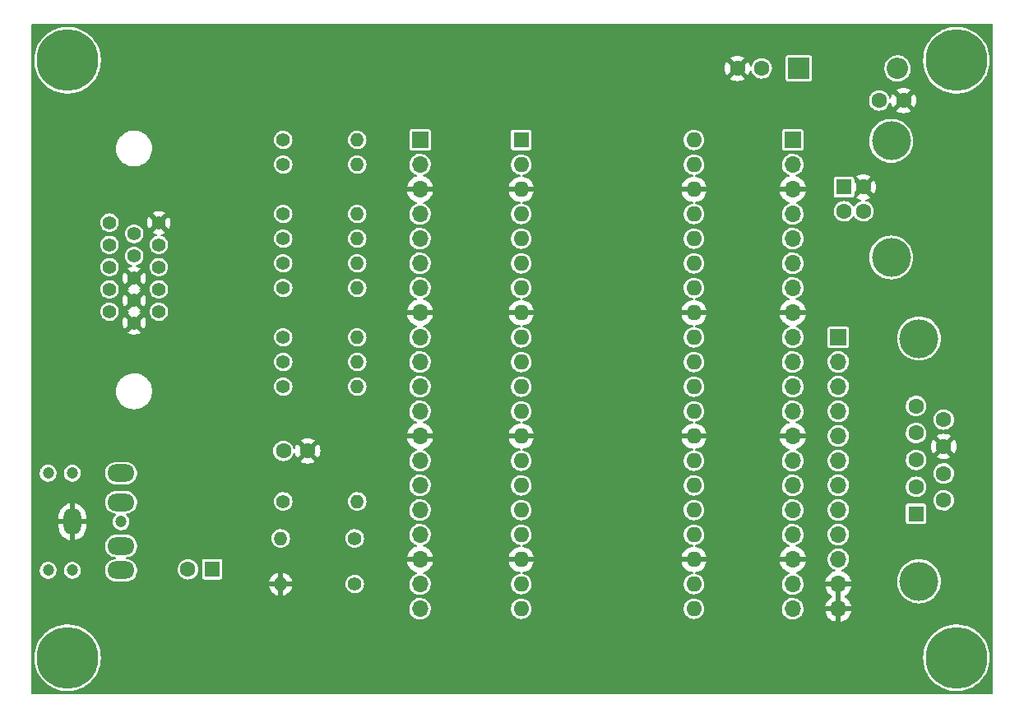
<source format=gbl>
G04 #@! TF.GenerationSoftware,KiCad,Pcbnew,(6.0.1)*
G04 #@! TF.CreationDate,2022-07-17T04:51:43-04:00*
G04 #@! TF.ProjectId,PicoVGA,5069636f-5647-4412-9e6b-696361645f70,1*
G04 #@! TF.SameCoordinates,Original*
G04 #@! TF.FileFunction,Copper,L2,Bot*
G04 #@! TF.FilePolarity,Positive*
%FSLAX46Y46*%
G04 Gerber Fmt 4.6, Leading zero omitted, Abs format (unit mm)*
G04 Created by KiCad (PCBNEW (6.0.1)) date 2022-07-17 04:51:43*
%MOMM*%
%LPD*%
G01*
G04 APERTURE LIST*
G04 #@! TA.AperFunction,ComponentPad*
%ADD10R,1.700000X1.700000*%
G04 #@! TD*
G04 #@! TA.AperFunction,ComponentPad*
%ADD11O,1.700000X1.700000*%
G04 #@! TD*
G04 #@! TA.AperFunction,ComponentPad*
%ADD12C,4.000000*%
G04 #@! TD*
G04 #@! TA.AperFunction,ComponentPad*
%ADD13R,1.600000X1.600000*%
G04 #@! TD*
G04 #@! TA.AperFunction,ComponentPad*
%ADD14C,1.600000*%
G04 #@! TD*
G04 #@! TA.AperFunction,ComponentPad*
%ADD15C,1.400000*%
G04 #@! TD*
G04 #@! TA.AperFunction,ComponentPad*
%ADD16O,1.400000X1.400000*%
G04 #@! TD*
G04 #@! TA.AperFunction,ComponentPad*
%ADD17R,2.200000X2.200000*%
G04 #@! TD*
G04 #@! TA.AperFunction,ComponentPad*
%ADD18O,2.200000X2.200000*%
G04 #@! TD*
G04 #@! TA.AperFunction,ComponentPad*
%ADD19O,1.600000X1.600000*%
G04 #@! TD*
G04 #@! TA.AperFunction,ComponentPad*
%ADD20C,1.200000*%
G04 #@! TD*
G04 #@! TA.AperFunction,ComponentPad*
%ADD21O,2.800000X1.800000*%
G04 #@! TD*
G04 #@! TA.AperFunction,ComponentPad*
%ADD22O,1.800000X2.800000*%
G04 #@! TD*
G04 #@! TA.AperFunction,ComponentPad*
%ADD23C,6.350000*%
G04 #@! TD*
G04 #@! TA.AperFunction,ComponentPad*
%ADD24C,1.397000*%
G04 #@! TD*
G04 APERTURE END LIST*
D10*
X158750000Y-121915000D03*
D11*
X158750000Y-124455000D03*
X158750000Y-126995000D03*
X158750000Y-129535000D03*
X158750000Y-132075000D03*
X158750000Y-134615000D03*
X158750000Y-137155000D03*
X158750000Y-139695000D03*
X158750000Y-142235000D03*
X158750000Y-144775000D03*
X158750000Y-147315000D03*
X158750000Y-149855000D03*
D12*
X167051000Y-147041000D03*
X167051000Y-122041000D03*
D13*
X166751000Y-140081000D03*
D14*
X166751000Y-137311000D03*
X166751000Y-134541000D03*
X166751000Y-131771000D03*
X166751000Y-129001000D03*
X169591000Y-138696000D03*
X169591000Y-135926000D03*
X169591000Y-133156000D03*
X169591000Y-130386000D03*
D15*
X101600000Y-127000000D03*
D16*
X109220000Y-127000000D03*
D13*
X159328500Y-106446000D03*
D14*
X159328500Y-108946000D03*
X161328500Y-108946000D03*
X161328500Y-106446000D03*
D12*
X164188500Y-113696000D03*
X164188500Y-101696000D03*
D17*
X154686000Y-94234000D03*
D18*
X164846000Y-94234000D03*
D14*
X150856000Y-94234000D03*
X148356000Y-94234000D03*
X162961000Y-97536000D03*
X165461000Y-97536000D03*
D15*
X101600000Y-101600000D03*
D16*
X109220000Y-101600000D03*
D15*
X101600000Y-104140000D03*
D16*
X109220000Y-104140000D03*
D15*
X101600000Y-109220000D03*
D16*
X109220000Y-109220000D03*
D15*
X101600000Y-111760000D03*
D16*
X109220000Y-111760000D03*
D15*
X101600000Y-114300000D03*
D16*
X109220000Y-114300000D03*
D15*
X101600000Y-116840000D03*
D16*
X109220000Y-116840000D03*
D15*
X101600000Y-121920000D03*
D16*
X109220000Y-121920000D03*
D15*
X101600000Y-124460000D03*
D16*
X109220000Y-124460000D03*
D13*
X126106000Y-101600000D03*
D19*
X126106000Y-104140000D03*
X126106000Y-106680000D03*
X126106000Y-109220000D03*
X126106000Y-111760000D03*
X126106000Y-114300000D03*
X126106000Y-116840000D03*
X126106000Y-119380000D03*
X126106000Y-121920000D03*
X126106000Y-124460000D03*
X126106000Y-127000000D03*
X126106000Y-129540000D03*
X126106000Y-132080000D03*
X126106000Y-134620000D03*
X126106000Y-137160000D03*
X126106000Y-139700000D03*
X126106000Y-142240000D03*
X126106000Y-144780000D03*
X126106000Y-147320000D03*
X126106000Y-149860000D03*
X143886000Y-149860000D03*
X143886000Y-147320000D03*
X143886000Y-144780000D03*
X143886000Y-142240000D03*
X143886000Y-139700000D03*
X143886000Y-137160000D03*
X143886000Y-134620000D03*
X143886000Y-132080000D03*
X143886000Y-129540000D03*
X143886000Y-127000000D03*
X143886000Y-124460000D03*
X143886000Y-121920000D03*
X143886000Y-119380000D03*
X143886000Y-116840000D03*
X143886000Y-114300000D03*
X143886000Y-111760000D03*
X143886000Y-109220000D03*
X143886000Y-106680000D03*
X143886000Y-104140000D03*
X143886000Y-101600000D03*
D15*
X108966000Y-147320000D03*
D16*
X101346000Y-147320000D03*
D15*
X108966000Y-142621000D03*
D16*
X101346000Y-142621000D03*
D15*
X101600000Y-138811000D03*
D16*
X109220000Y-138811000D03*
D11*
X154051000Y-149860000D03*
X154051000Y-147320000D03*
X154051000Y-144780000D03*
X154051000Y-142240000D03*
X154051000Y-139700000D03*
X154051000Y-137160000D03*
X154051000Y-134620000D03*
X154051000Y-132080000D03*
X154051000Y-129540000D03*
X154051000Y-127000000D03*
X154051000Y-124460000D03*
X154051000Y-121920000D03*
X154051000Y-119380000D03*
X154051000Y-116840000D03*
X154051000Y-114300000D03*
X154051000Y-111760000D03*
X154051000Y-109220000D03*
X154051000Y-106680000D03*
X154051000Y-104140000D03*
D10*
X154051000Y-101600000D03*
D20*
X77406000Y-135906000D03*
X77406000Y-145906000D03*
X79906000Y-135906000D03*
X84906000Y-140906000D03*
X79906000Y-145906000D03*
D21*
X84906000Y-135906000D03*
X84906000Y-138906000D03*
D22*
X79906000Y-140906000D03*
D21*
X84906000Y-145906000D03*
X84906000Y-143406000D03*
D10*
X115692000Y-101600000D03*
D11*
X115692000Y-104140000D03*
X115692000Y-106680000D03*
X115692000Y-109220000D03*
X115692000Y-111760000D03*
X115692000Y-114300000D03*
X115692000Y-116840000D03*
X115692000Y-119380000D03*
X115692000Y-121920000D03*
X115692000Y-124460000D03*
X115692000Y-127000000D03*
X115692000Y-129540000D03*
X115692000Y-132080000D03*
X115692000Y-134620000D03*
X115692000Y-137160000D03*
X115692000Y-139700000D03*
X115692000Y-142240000D03*
X115692000Y-144780000D03*
X115692000Y-147320000D03*
X115692000Y-149860000D03*
D13*
X94296113Y-145796000D03*
D14*
X91796113Y-145796000D03*
X101620000Y-133604000D03*
X104120000Y-133604000D03*
D23*
X79406000Y-154906000D03*
X170906000Y-154906000D03*
X170906000Y-93406000D03*
X79406000Y-93406000D03*
D24*
X88802410Y-119283630D03*
X88802410Y-116992550D03*
X88802410Y-114706550D03*
X88802410Y-112412930D03*
X88802410Y-110124390D03*
X86262410Y-120429170D03*
X86262410Y-118138090D03*
X86262410Y-115847010D03*
X86262410Y-113558470D03*
X86262410Y-111267390D03*
X83722410Y-119283630D03*
X83722410Y-116992550D03*
X83724950Y-114704010D03*
X83722410Y-112412930D03*
X83722410Y-110124390D03*
G04 #@! TA.AperFunction,Conductor*
G36*
X174610531Y-89679213D02*
G01*
X174647076Y-89729513D01*
X174652000Y-89760600D01*
X174652000Y-158551400D01*
X174632787Y-158610531D01*
X174582487Y-158647076D01*
X174551400Y-158652000D01*
X75760600Y-158652000D01*
X75701469Y-158632787D01*
X75664924Y-158582487D01*
X75660000Y-158551400D01*
X75660000Y-154894011D01*
X75971484Y-154894011D01*
X75990278Y-155265007D01*
X76049029Y-155631803D01*
X76049748Y-155634431D01*
X76049749Y-155634436D01*
X76087102Y-155770975D01*
X76147050Y-155990108D01*
X76283195Y-156335732D01*
X76455870Y-156664630D01*
X76457387Y-156666887D01*
X76457392Y-156666896D01*
X76478073Y-156697672D01*
X76663057Y-156972956D01*
X76902330Y-157257102D01*
X77170892Y-157513745D01*
X77465600Y-157739883D01*
X77467926Y-157741297D01*
X77780689Y-157931460D01*
X77780694Y-157931463D01*
X77783007Y-157932869D01*
X77785467Y-157934022D01*
X77785472Y-157934024D01*
X77818935Y-157949699D01*
X78119400Y-158090447D01*
X78470843Y-158210773D01*
X78833227Y-158292440D01*
X78946839Y-158305385D01*
X79199594Y-158334183D01*
X79199602Y-158334183D01*
X79202310Y-158334492D01*
X79393353Y-158335492D01*
X79571052Y-158336423D01*
X79571057Y-158336423D01*
X79573776Y-158336437D01*
X79576482Y-158336157D01*
X79576489Y-158336157D01*
X79940565Y-158298533D01*
X79940573Y-158298532D01*
X79943280Y-158298252D01*
X80154838Y-158252898D01*
X80303840Y-158220955D01*
X80303843Y-158220954D01*
X80306498Y-158220385D01*
X80659183Y-158103746D01*
X80661656Y-158102619D01*
X80661661Y-158102617D01*
X80994727Y-157950829D01*
X80997207Y-157949699D01*
X81316618Y-157760047D01*
X81613678Y-157537008D01*
X81884912Y-157283191D01*
X82127148Y-157001566D01*
X82337552Y-156695427D01*
X82352915Y-156666896D01*
X82512366Y-156370762D01*
X82512366Y-156370761D01*
X82513662Y-156368355D01*
X82525935Y-156338132D01*
X82652399Y-156026688D01*
X82653419Y-156024176D01*
X82755187Y-155666917D01*
X82817776Y-155300756D01*
X82817942Y-155298044D01*
X82817943Y-155298034D01*
X82840363Y-154931451D01*
X82840363Y-154931446D01*
X82840453Y-154929977D01*
X82840537Y-154906000D01*
X82839888Y-154894011D01*
X167471484Y-154894011D01*
X167490278Y-155265007D01*
X167549029Y-155631803D01*
X167549748Y-155634431D01*
X167549749Y-155634436D01*
X167587102Y-155770975D01*
X167647050Y-155990108D01*
X167783195Y-156335732D01*
X167955870Y-156664630D01*
X167957387Y-156666887D01*
X167957392Y-156666896D01*
X167978073Y-156697672D01*
X168163057Y-156972956D01*
X168402330Y-157257102D01*
X168670892Y-157513745D01*
X168965600Y-157739883D01*
X168967926Y-157741297D01*
X169280689Y-157931460D01*
X169280694Y-157931463D01*
X169283007Y-157932869D01*
X169285467Y-157934022D01*
X169285472Y-157934024D01*
X169318935Y-157949699D01*
X169619400Y-158090447D01*
X169970843Y-158210773D01*
X170333227Y-158292440D01*
X170446839Y-158305385D01*
X170699594Y-158334183D01*
X170699602Y-158334183D01*
X170702310Y-158334492D01*
X170893353Y-158335492D01*
X171071052Y-158336423D01*
X171071057Y-158336423D01*
X171073776Y-158336437D01*
X171076482Y-158336157D01*
X171076489Y-158336157D01*
X171440565Y-158298533D01*
X171440573Y-158298532D01*
X171443280Y-158298252D01*
X171654838Y-158252898D01*
X171803840Y-158220955D01*
X171803843Y-158220954D01*
X171806498Y-158220385D01*
X172159183Y-158103746D01*
X172161656Y-158102619D01*
X172161661Y-158102617D01*
X172494727Y-157950829D01*
X172497207Y-157949699D01*
X172816618Y-157760047D01*
X173113678Y-157537008D01*
X173384912Y-157283191D01*
X173627148Y-157001566D01*
X173837552Y-156695427D01*
X173852915Y-156666896D01*
X174012366Y-156370762D01*
X174012366Y-156370761D01*
X174013662Y-156368355D01*
X174025935Y-156338132D01*
X174152399Y-156026688D01*
X174153419Y-156024176D01*
X174255187Y-155666917D01*
X174317776Y-155300756D01*
X174317942Y-155298044D01*
X174317943Y-155298034D01*
X174340363Y-154931451D01*
X174340363Y-154931446D01*
X174340453Y-154929977D01*
X174340537Y-154906000D01*
X174320448Y-154535072D01*
X174260417Y-154168484D01*
X174161146Y-153810522D01*
X174023795Y-153465376D01*
X173849973Y-153137083D01*
X173641711Y-152829482D01*
X173401448Y-152546173D01*
X173266720Y-152418321D01*
X173133961Y-152292337D01*
X173133956Y-152292333D01*
X173131992Y-152290469D01*
X172836496Y-152065361D01*
X172518417Y-151873484D01*
X172181477Y-151717081D01*
X172009595Y-151658902D01*
X171832207Y-151598860D01*
X171832201Y-151598858D01*
X171829615Y-151597983D01*
X171466949Y-151517581D01*
X171464245Y-151517282D01*
X171464242Y-151517282D01*
X171334431Y-151502951D01*
X171097721Y-151476818D01*
X171095000Y-151476813D01*
X171094995Y-151476813D01*
X170913280Y-151476496D01*
X170726250Y-151476170D01*
X170723537Y-151476460D01*
X170723536Y-151476460D01*
X170359595Y-151515354D01*
X170359594Y-151515354D01*
X170356882Y-151515644D01*
X169993938Y-151594779D01*
X169641663Y-151712648D01*
X169639194Y-151713784D01*
X169639188Y-151713786D01*
X169499031Y-151778252D01*
X169304178Y-151867874D01*
X169301833Y-151869277D01*
X169301830Y-151869279D01*
X169294804Y-151873484D01*
X168985431Y-152058640D01*
X168689152Y-152282714D01*
X168560041Y-152404382D01*
X168420794Y-152535601D01*
X168420788Y-152535607D01*
X168418805Y-152537476D01*
X168177554Y-152819945D01*
X167968220Y-153126817D01*
X167793252Y-153454502D01*
X167654698Y-153799167D01*
X167554178Y-154156779D01*
X167492867Y-154523156D01*
X167471484Y-154894011D01*
X82839888Y-154894011D01*
X82820448Y-154535072D01*
X82760417Y-154168484D01*
X82661146Y-153810522D01*
X82523795Y-153465376D01*
X82349973Y-153137083D01*
X82141711Y-152829482D01*
X81901448Y-152546173D01*
X81766720Y-152418321D01*
X81633961Y-152292337D01*
X81633956Y-152292333D01*
X81631992Y-152290469D01*
X81336496Y-152065361D01*
X81018417Y-151873484D01*
X80681477Y-151717081D01*
X80509595Y-151658902D01*
X80332207Y-151598860D01*
X80332201Y-151598858D01*
X80329615Y-151597983D01*
X79966949Y-151517581D01*
X79964245Y-151517282D01*
X79964242Y-151517282D01*
X79834431Y-151502951D01*
X79597721Y-151476818D01*
X79595000Y-151476813D01*
X79594995Y-151476813D01*
X79413280Y-151476496D01*
X79226250Y-151476170D01*
X79223537Y-151476460D01*
X79223536Y-151476460D01*
X78859595Y-151515354D01*
X78859594Y-151515354D01*
X78856882Y-151515644D01*
X78493938Y-151594779D01*
X78141663Y-151712648D01*
X78139194Y-151713784D01*
X78139188Y-151713786D01*
X77999031Y-151778252D01*
X77804178Y-151867874D01*
X77801833Y-151869277D01*
X77801830Y-151869279D01*
X77794804Y-151873484D01*
X77485431Y-152058640D01*
X77189152Y-152282714D01*
X77060041Y-152404382D01*
X76920794Y-152535601D01*
X76920788Y-152535607D01*
X76918805Y-152537476D01*
X76677554Y-152819945D01*
X76468220Y-153126817D01*
X76293252Y-153454502D01*
X76154698Y-153799167D01*
X76054178Y-154156779D01*
X75992867Y-154523156D01*
X75971484Y-154894011D01*
X75660000Y-154894011D01*
X75660000Y-149830964D01*
X114583148Y-149830964D01*
X114596424Y-150033522D01*
X114597557Y-150037983D01*
X114619228Y-150123310D01*
X114646392Y-150230269D01*
X114731377Y-150414616D01*
X114848533Y-150580389D01*
X114993938Y-150722035D01*
X114997774Y-150724598D01*
X114997775Y-150724599D01*
X115046075Y-150756872D01*
X115162720Y-150834812D01*
X115166956Y-150836632D01*
X115166958Y-150836633D01*
X115322605Y-150903504D01*
X115349228Y-150914942D01*
X115447161Y-150937102D01*
X115542716Y-150958724D01*
X115542719Y-150958724D01*
X115547216Y-150959742D01*
X115648634Y-150963727D01*
X115745444Y-150967531D01*
X115745445Y-150967531D01*
X115750053Y-150967712D01*
X115754610Y-150967051D01*
X115754615Y-150967051D01*
X115850499Y-150953148D01*
X115950945Y-150938584D01*
X116143165Y-150873334D01*
X116320276Y-150774147D01*
X116373248Y-150730091D01*
X116472798Y-150647295D01*
X116476345Y-150644345D01*
X116519713Y-150592201D01*
X116603199Y-150491821D01*
X116603201Y-150491818D01*
X116606147Y-150488276D01*
X116705334Y-150311165D01*
X116770584Y-150118945D01*
X116799712Y-149918053D01*
X116800458Y-149889586D01*
X116801155Y-149862956D01*
X116801155Y-149862949D01*
X116801232Y-149860000D01*
X116799873Y-149845206D01*
X125046501Y-149845206D01*
X125063806Y-150051278D01*
X125083209Y-150118945D01*
X125116333Y-150234462D01*
X125120807Y-150250066D01*
X125215334Y-150433995D01*
X125343786Y-150596061D01*
X125501271Y-150730091D01*
X125505565Y-150732491D01*
X125505568Y-150732493D01*
X125574824Y-150771199D01*
X125681789Y-150830980D01*
X125878466Y-150894884D01*
X125883350Y-150895466D01*
X125883353Y-150895467D01*
X126078919Y-150918787D01*
X126078920Y-150918787D01*
X126083809Y-150919370D01*
X126289998Y-150903504D01*
X126294738Y-150902180D01*
X126294741Y-150902180D01*
X126484436Y-150849216D01*
X126489178Y-150847892D01*
X126630709Y-150776400D01*
X126669369Y-150756872D01*
X126669372Y-150756870D01*
X126673763Y-150754652D01*
X126836722Y-150627334D01*
X126971848Y-150470789D01*
X127022922Y-150380884D01*
X127071565Y-150295257D01*
X127071566Y-150295255D01*
X127073995Y-150290979D01*
X127129275Y-150124799D01*
X127137716Y-150099425D01*
X127137716Y-150099424D01*
X127139270Y-150094753D01*
X127144762Y-150051278D01*
X127164838Y-149892366D01*
X127164838Y-149892362D01*
X127165189Y-149889586D01*
X127165602Y-149860000D01*
X127164152Y-149845206D01*
X142826501Y-149845206D01*
X142843806Y-150051278D01*
X142863209Y-150118945D01*
X142896333Y-150234462D01*
X142900807Y-150250066D01*
X142995334Y-150433995D01*
X143123786Y-150596061D01*
X143281271Y-150730091D01*
X143285565Y-150732491D01*
X143285568Y-150732493D01*
X143354824Y-150771199D01*
X143461789Y-150830980D01*
X143658466Y-150894884D01*
X143663350Y-150895466D01*
X143663353Y-150895467D01*
X143858919Y-150918787D01*
X143858920Y-150918787D01*
X143863809Y-150919370D01*
X144069998Y-150903504D01*
X144074738Y-150902180D01*
X144074741Y-150902180D01*
X144264436Y-150849216D01*
X144269178Y-150847892D01*
X144410709Y-150776400D01*
X144449369Y-150756872D01*
X144449372Y-150756870D01*
X144453763Y-150754652D01*
X144616722Y-150627334D01*
X144751848Y-150470789D01*
X144802922Y-150380884D01*
X144851565Y-150295257D01*
X144851566Y-150295255D01*
X144853995Y-150290979D01*
X144909275Y-150124799D01*
X144917716Y-150099425D01*
X144917716Y-150099424D01*
X144919270Y-150094753D01*
X144924762Y-150051278D01*
X144944838Y-149892366D01*
X144944838Y-149892362D01*
X144945189Y-149889586D01*
X144945602Y-149860000D01*
X144944152Y-149845206D01*
X144942756Y-149830964D01*
X152942148Y-149830964D01*
X152955424Y-150033522D01*
X152956557Y-150037983D01*
X152978228Y-150123310D01*
X153005392Y-150230269D01*
X153090377Y-150414616D01*
X153207533Y-150580389D01*
X153352938Y-150722035D01*
X153356774Y-150724598D01*
X153356775Y-150724599D01*
X153405075Y-150756872D01*
X153521720Y-150834812D01*
X153525956Y-150836632D01*
X153525958Y-150836633D01*
X153681605Y-150903504D01*
X153708228Y-150914942D01*
X153806161Y-150937102D01*
X153901716Y-150958724D01*
X153901719Y-150958724D01*
X153906216Y-150959742D01*
X154007634Y-150963727D01*
X154104444Y-150967531D01*
X154104445Y-150967531D01*
X154109053Y-150967712D01*
X154113610Y-150967051D01*
X154113615Y-150967051D01*
X154209499Y-150953148D01*
X154309945Y-150938584D01*
X154502165Y-150873334D01*
X154679276Y-150774147D01*
X154732248Y-150730091D01*
X154831798Y-150647295D01*
X154835345Y-150644345D01*
X154878713Y-150592201D01*
X154962199Y-150491821D01*
X154962201Y-150491818D01*
X154965147Y-150488276D01*
X155064334Y-150311165D01*
X155128471Y-150122223D01*
X157418090Y-150122223D01*
X157448794Y-150258466D01*
X157451253Y-150266311D01*
X157532163Y-150465569D01*
X157535868Y-150472906D01*
X157648236Y-150656274D01*
X157653093Y-150662909D01*
X157793900Y-150825461D01*
X157799775Y-150831214D01*
X157965234Y-150968581D01*
X157971984Y-150973307D01*
X158157652Y-151081803D01*
X158165075Y-151085359D01*
X158365969Y-151162073D01*
X158373887Y-151164373D01*
X158480386Y-151186040D01*
X158493811Y-151184511D01*
X158496000Y-151176197D01*
X158496000Y-151175699D01*
X159004000Y-151175699D01*
X159008188Y-151188589D01*
X159009741Y-151189717D01*
X159015061Y-151190215D01*
X159029224Y-151188401D01*
X159037261Y-151186692D01*
X159243242Y-151124895D01*
X159250917Y-151121887D01*
X159444022Y-151027285D01*
X159451105Y-151023063D01*
X159626168Y-150898192D01*
X159632463Y-150892873D01*
X159784794Y-150741072D01*
X159790118Y-150734816D01*
X159915615Y-150560168D01*
X159919851Y-150553118D01*
X160015134Y-150360329D01*
X160018165Y-150352675D01*
X160080680Y-150146914D01*
X160082419Y-150138868D01*
X160084271Y-150124799D01*
X160081801Y-150111470D01*
X160080478Y-150110214D01*
X160075112Y-150109000D01*
X159019933Y-150109000D01*
X159007043Y-150113188D01*
X159004000Y-150117377D01*
X159004000Y-151175699D01*
X158496000Y-151175699D01*
X158496000Y-150124933D01*
X158491812Y-150112043D01*
X158487623Y-150109000D01*
X157431043Y-150109000D01*
X157418514Y-150113071D01*
X157418090Y-150122223D01*
X155128471Y-150122223D01*
X155129584Y-150118945D01*
X155158712Y-149918053D01*
X155159458Y-149889586D01*
X155160155Y-149862956D01*
X155160155Y-149862949D01*
X155160232Y-149860000D01*
X155158873Y-149845206D01*
X155142080Y-149662447D01*
X155142079Y-149662442D01*
X155141658Y-149657859D01*
X155122582Y-149590221D01*
X157414101Y-149590221D01*
X157415827Y-149598419D01*
X157417669Y-149600084D01*
X157421960Y-149601000D01*
X158480067Y-149601000D01*
X158492957Y-149596812D01*
X158496000Y-149592623D01*
X158496000Y-149585067D01*
X159004000Y-149585067D01*
X159008188Y-149597957D01*
X159012377Y-149601000D01*
X160070526Y-149601000D01*
X160082669Y-149597054D01*
X160083003Y-149587243D01*
X160040960Y-149419862D01*
X160038310Y-149412080D01*
X159952559Y-149214865D01*
X159948669Y-149207610D01*
X159831860Y-149027051D01*
X159826838Y-149020528D01*
X159682103Y-148861468D01*
X159676094Y-148855864D01*
X159507314Y-148722570D01*
X159500472Y-148718025D01*
X159421659Y-148674518D01*
X159379177Y-148629121D01*
X159371492Y-148567423D01*
X159401539Y-148512992D01*
X159426018Y-148496105D01*
X159444026Y-148487283D01*
X159451105Y-148483063D01*
X159626168Y-148358192D01*
X159632463Y-148352873D01*
X159784794Y-148201072D01*
X159790118Y-148194816D01*
X159915615Y-148020168D01*
X159919851Y-148013118D01*
X160015134Y-147820329D01*
X160018165Y-147812675D01*
X160080680Y-147606914D01*
X160082419Y-147598868D01*
X160084271Y-147584799D01*
X160081801Y-147571470D01*
X160080478Y-147570214D01*
X160075112Y-147569000D01*
X159019933Y-147569000D01*
X159007043Y-147573188D01*
X159004000Y-147577377D01*
X159004000Y-149585067D01*
X158496000Y-149585067D01*
X158496000Y-147584933D01*
X158491812Y-147572043D01*
X158487623Y-147569000D01*
X157431043Y-147569000D01*
X157418514Y-147573071D01*
X157418090Y-147582223D01*
X157448794Y-147718466D01*
X157451253Y-147726311D01*
X157532163Y-147925569D01*
X157535868Y-147932906D01*
X157648236Y-148116274D01*
X157653093Y-148122909D01*
X157793900Y-148285461D01*
X157799775Y-148291214D01*
X157965234Y-148428581D01*
X157971984Y-148433307D01*
X158082205Y-148497715D01*
X158123566Y-148544137D01*
X158129741Y-148606004D01*
X158098372Y-148659685D01*
X158077902Y-148673806D01*
X158027533Y-148700026D01*
X158020574Y-148704408D01*
X157848601Y-148833530D01*
X157842448Y-148838992D01*
X157693869Y-148994471D01*
X157688691Y-149000866D01*
X157567508Y-149178514D01*
X157563440Y-149185673D01*
X157472899Y-149380730D01*
X157470054Y-149388464D01*
X157414101Y-149590221D01*
X155122582Y-149590221D01*
X155086557Y-149462487D01*
X154996776Y-149280428D01*
X154875320Y-149117779D01*
X154855937Y-149099861D01*
X154729646Y-148983119D01*
X154726258Y-148979987D01*
X154722362Y-148977529D01*
X154722357Y-148977525D01*
X154640420Y-148925827D01*
X154554581Y-148871667D01*
X154366039Y-148796446D01*
X154166946Y-148756844D01*
X154065458Y-148755515D01*
X153968585Y-148754247D01*
X153968581Y-148754247D01*
X153963971Y-148754187D01*
X153763910Y-148788564D01*
X153759588Y-148790158D01*
X153759586Y-148790159D01*
X153577791Y-148857227D01*
X153577788Y-148857228D01*
X153573463Y-148858824D01*
X153569497Y-148861184D01*
X153569496Y-148861184D01*
X153538146Y-148879835D01*
X153399010Y-148962612D01*
X153395544Y-148965651D01*
X153395542Y-148965653D01*
X153249859Y-149093414D01*
X153249856Y-149093417D01*
X153246392Y-149096455D01*
X153243539Y-149100074D01*
X153243538Y-149100075D01*
X153233059Y-149113368D01*
X153120720Y-149255869D01*
X153026203Y-149435515D01*
X153019775Y-149456217D01*
X152974819Y-149601000D01*
X152966007Y-149629378D01*
X152942148Y-149830964D01*
X144942756Y-149830964D01*
X144925902Y-149659081D01*
X144925901Y-149659078D01*
X144925422Y-149654189D01*
X144865651Y-149456217D01*
X144768565Y-149273625D01*
X144637863Y-149113368D01*
X144634075Y-149110234D01*
X144482310Y-148984683D01*
X144482305Y-148984680D01*
X144478522Y-148981550D01*
X144469079Y-148976444D01*
X144300935Y-148885529D01*
X144300931Y-148885528D01*
X144296612Y-148883192D01*
X144099063Y-148822040D01*
X143893397Y-148800424D01*
X143888496Y-148800870D01*
X143888493Y-148800870D01*
X143692348Y-148818720D01*
X143692345Y-148818721D01*
X143687450Y-148819166D01*
X143682736Y-148820553D01*
X143682733Y-148820554D01*
X143544686Y-148861184D01*
X143489066Y-148877554D01*
X143484706Y-148879833D01*
X143484702Y-148879835D01*
X143473811Y-148885529D01*
X143305801Y-148973363D01*
X143144635Y-149102943D01*
X143011708Y-149261360D01*
X143009336Y-149265674D01*
X143009335Y-149265676D01*
X143001259Y-149280366D01*
X142912082Y-149442578D01*
X142910594Y-149447268D01*
X142910593Y-149447271D01*
X142861828Y-149601000D01*
X142849553Y-149639696D01*
X142849004Y-149644587D01*
X142849004Y-149644589D01*
X142828099Y-149830964D01*
X142826501Y-149845206D01*
X127164152Y-149845206D01*
X127145902Y-149659081D01*
X127145901Y-149659078D01*
X127145422Y-149654189D01*
X127085651Y-149456217D01*
X126988565Y-149273625D01*
X126857863Y-149113368D01*
X126854075Y-149110234D01*
X126702310Y-148984683D01*
X126702305Y-148984680D01*
X126698522Y-148981550D01*
X126689079Y-148976444D01*
X126520935Y-148885529D01*
X126520931Y-148885528D01*
X126516612Y-148883192D01*
X126319063Y-148822040D01*
X126113397Y-148800424D01*
X126108496Y-148800870D01*
X126108493Y-148800870D01*
X125912348Y-148818720D01*
X125912345Y-148818721D01*
X125907450Y-148819166D01*
X125902736Y-148820553D01*
X125902733Y-148820554D01*
X125764686Y-148861184D01*
X125709066Y-148877554D01*
X125704706Y-148879833D01*
X125704702Y-148879835D01*
X125693811Y-148885529D01*
X125525801Y-148973363D01*
X125364635Y-149102943D01*
X125231708Y-149261360D01*
X125229336Y-149265674D01*
X125229335Y-149265676D01*
X125221259Y-149280366D01*
X125132082Y-149442578D01*
X125130594Y-149447268D01*
X125130593Y-149447271D01*
X125081828Y-149601000D01*
X125069553Y-149639696D01*
X125069004Y-149644587D01*
X125069004Y-149644589D01*
X125048099Y-149830964D01*
X125046501Y-149845206D01*
X116799873Y-149845206D01*
X116783080Y-149662447D01*
X116783079Y-149662442D01*
X116782658Y-149657859D01*
X116727557Y-149462487D01*
X116637776Y-149280428D01*
X116516320Y-149117779D01*
X116496937Y-149099861D01*
X116370646Y-148983119D01*
X116367258Y-148979987D01*
X116363362Y-148977529D01*
X116363357Y-148977525D01*
X116281420Y-148925827D01*
X116195581Y-148871667D01*
X116007039Y-148796446D01*
X115807946Y-148756844D01*
X115706458Y-148755515D01*
X115609585Y-148754247D01*
X115609581Y-148754247D01*
X115604971Y-148754187D01*
X115404910Y-148788564D01*
X115400588Y-148790158D01*
X115400586Y-148790159D01*
X115218791Y-148857227D01*
X115218788Y-148857228D01*
X115214463Y-148858824D01*
X115210497Y-148861184D01*
X115210496Y-148861184D01*
X115179146Y-148879835D01*
X115040010Y-148962612D01*
X115036544Y-148965651D01*
X115036542Y-148965653D01*
X114890859Y-149093414D01*
X114890856Y-149093417D01*
X114887392Y-149096455D01*
X114884539Y-149100074D01*
X114884538Y-149100075D01*
X114874059Y-149113368D01*
X114761720Y-149255869D01*
X114667203Y-149435515D01*
X114660775Y-149456217D01*
X114615819Y-149601000D01*
X114607007Y-149629378D01*
X114583148Y-149830964D01*
X75660000Y-149830964D01*
X75660000Y-147588091D01*
X100167222Y-147588091D01*
X100205379Y-147730493D01*
X100208372Y-147738718D01*
X100293989Y-147922326D01*
X100298364Y-147929904D01*
X100414565Y-148095856D01*
X100420190Y-148102559D01*
X100563441Y-148245810D01*
X100570144Y-148251435D01*
X100736096Y-148367636D01*
X100743674Y-148372011D01*
X100927282Y-148457628D01*
X100935507Y-148460621D01*
X101076610Y-148498430D01*
X101089095Y-148497776D01*
X101092000Y-148487968D01*
X101092000Y-148486621D01*
X101600000Y-148486621D01*
X101603863Y-148498510D01*
X101614091Y-148498778D01*
X101756493Y-148460621D01*
X101764718Y-148457628D01*
X101948326Y-148372011D01*
X101955904Y-148367636D01*
X102121856Y-148251435D01*
X102128559Y-148245810D01*
X102271810Y-148102559D01*
X102277435Y-148095856D01*
X102393636Y-147929904D01*
X102398011Y-147922326D01*
X102483628Y-147738718D01*
X102486621Y-147730493D01*
X102524430Y-147589390D01*
X102523776Y-147576905D01*
X102513968Y-147574000D01*
X101615933Y-147574000D01*
X101603043Y-147578188D01*
X101600000Y-147582377D01*
X101600000Y-148486621D01*
X101092000Y-148486621D01*
X101092000Y-147589933D01*
X101087812Y-147577043D01*
X101083623Y-147574000D01*
X100179379Y-147574000D01*
X100167490Y-147577863D01*
X100167222Y-147588091D01*
X75660000Y-147588091D01*
X75660000Y-147306609D01*
X108006975Y-147306609D01*
X108022639Y-147493139D01*
X108047244Y-147578945D01*
X108059741Y-147622527D01*
X108074235Y-147673075D01*
X108159797Y-147839562D01*
X108162848Y-147843412D01*
X108162851Y-147843416D01*
X108273008Y-147982399D01*
X108273011Y-147982402D01*
X108276068Y-147986259D01*
X108418618Y-148107579D01*
X108582018Y-148198900D01*
X108586699Y-148200421D01*
X108633212Y-148215534D01*
X108760043Y-148256744D01*
X108764927Y-148257326D01*
X108764930Y-148257327D01*
X108941024Y-148278325D01*
X108941025Y-148278325D01*
X108945914Y-148278908D01*
X109132549Y-148264547D01*
X109137289Y-148263223D01*
X109137292Y-148263223D01*
X109251989Y-148231199D01*
X109312841Y-148214209D01*
X109317961Y-148211623D01*
X109475532Y-148132027D01*
X109475531Y-148132027D01*
X109479921Y-148129810D01*
X109497247Y-148116274D01*
X109623550Y-148017595D01*
X109627427Y-148014566D01*
X109649107Y-147989450D01*
X109728174Y-147897849D01*
X109749738Y-147872867D01*
X109818980Y-147750979D01*
X109839768Y-147714386D01*
X109839769Y-147714384D01*
X109842198Y-147710108D01*
X109882355Y-147589390D01*
X109899729Y-147537163D01*
X109899729Y-147537161D01*
X109901283Y-147532491D01*
X109904583Y-147506369D01*
X109924393Y-147349560D01*
X109924393Y-147349556D01*
X109924744Y-147346780D01*
X109925118Y-147320000D01*
X109923668Y-147305206D01*
X109907332Y-147138605D01*
X109906852Y-147133706D01*
X109905430Y-147128996D01*
X109905429Y-147128991D01*
X109854173Y-146959224D01*
X109854171Y-146959220D01*
X109852749Y-146954509D01*
X109764870Y-146789232D01*
X109646562Y-146644173D01*
X109639722Y-146638514D01*
X109514900Y-146535252D01*
X109502332Y-146524855D01*
X109399044Y-146469007D01*
X109341996Y-146438161D01*
X109341992Y-146438159D01*
X109337673Y-146435824D01*
X109328547Y-146432999D01*
X109163558Y-146381927D01*
X109163556Y-146381927D01*
X109158857Y-146380472D01*
X108972696Y-146360905D01*
X108967795Y-146361351D01*
X108967792Y-146361351D01*
X108791178Y-146377425D01*
X108791177Y-146377425D01*
X108786279Y-146377871D01*
X108781560Y-146379260D01*
X108781559Y-146379260D01*
X108615644Y-146428091D01*
X108606708Y-146430721D01*
X108602353Y-146432998D01*
X108602350Y-146432999D01*
X108445187Y-146515162D01*
X108440822Y-146517444D01*
X108436983Y-146520531D01*
X108436981Y-146520532D01*
X108427443Y-146528201D01*
X108294940Y-146634736D01*
X108277949Y-146654985D01*
X108177781Y-146774361D01*
X108177779Y-146774365D01*
X108174619Y-146778130D01*
X108172250Y-146782439D01*
X108172248Y-146782442D01*
X108135364Y-146849535D01*
X108084441Y-146942163D01*
X108027841Y-147120588D01*
X108027293Y-147125475D01*
X108027292Y-147125479D01*
X108007523Y-147301721D01*
X108006975Y-147306609D01*
X75660000Y-147306609D01*
X75660000Y-145857121D01*
X76531732Y-145857121D01*
X76532017Y-145862560D01*
X76532017Y-145862562D01*
X76534397Y-145907973D01*
X76541631Y-146045997D01*
X76591857Y-146228342D01*
X76594396Y-146233158D01*
X76594397Y-146233160D01*
X76619385Y-146280554D01*
X76680067Y-146395648D01*
X76683585Y-146399811D01*
X76798042Y-146535252D01*
X76802146Y-146540109D01*
X76952398Y-146654985D01*
X76957338Y-146657288D01*
X76957337Y-146657288D01*
X77094741Y-146721360D01*
X77123814Y-146734917D01*
X77129133Y-146736106D01*
X77159384Y-146742868D01*
X77308394Y-146776176D01*
X77312704Y-146776417D01*
X77312773Y-146776421D01*
X77312779Y-146776421D01*
X77314189Y-146776500D01*
X77453249Y-146776500D01*
X77455943Y-146776207D01*
X77455949Y-146776207D01*
X77588617Y-146761794D01*
X77594029Y-146761206D01*
X77599186Y-146759470D01*
X77599188Y-146759470D01*
X77723383Y-146717674D01*
X77773286Y-146700880D01*
X77836494Y-146662901D01*
X77930736Y-146606275D01*
X77930738Y-146606273D01*
X77935407Y-146603468D01*
X77939364Y-146599726D01*
X77939368Y-146599723D01*
X78068867Y-146477261D01*
X78068868Y-146477260D01*
X78072828Y-146473515D01*
X78081425Y-146460866D01*
X78176078Y-146321588D01*
X78176079Y-146321586D01*
X78179138Y-146317085D01*
X78234164Y-146179510D01*
X78247354Y-146146533D01*
X78249377Y-146141475D01*
X78280268Y-145954879D01*
X78275144Y-145857121D01*
X79031732Y-145857121D01*
X79032017Y-145862560D01*
X79032017Y-145862562D01*
X79034397Y-145907973D01*
X79041631Y-146045997D01*
X79091857Y-146228342D01*
X79094396Y-146233158D01*
X79094397Y-146233160D01*
X79119385Y-146280554D01*
X79180067Y-146395648D01*
X79183585Y-146399811D01*
X79298042Y-146535252D01*
X79302146Y-146540109D01*
X79452398Y-146654985D01*
X79457338Y-146657288D01*
X79457337Y-146657288D01*
X79594741Y-146721360D01*
X79623814Y-146734917D01*
X79629133Y-146736106D01*
X79659384Y-146742868D01*
X79808394Y-146776176D01*
X79812704Y-146776417D01*
X79812773Y-146776421D01*
X79812779Y-146776421D01*
X79814189Y-146776500D01*
X79953249Y-146776500D01*
X79955943Y-146776207D01*
X79955949Y-146776207D01*
X80088617Y-146761794D01*
X80094029Y-146761206D01*
X80099186Y-146759470D01*
X80099188Y-146759470D01*
X80223383Y-146717674D01*
X80273286Y-146700880D01*
X80336494Y-146662901D01*
X80430736Y-146606275D01*
X80430738Y-146606273D01*
X80435407Y-146603468D01*
X80439364Y-146599726D01*
X80439368Y-146599723D01*
X80568867Y-146477261D01*
X80568868Y-146477260D01*
X80572828Y-146473515D01*
X80581425Y-146460866D01*
X80676078Y-146321588D01*
X80676079Y-146321586D01*
X80679138Y-146317085D01*
X80734164Y-146179510D01*
X80747354Y-146146533D01*
X80749377Y-146141475D01*
X80773300Y-145996969D01*
X83250128Y-145996969D01*
X83286061Y-146206087D01*
X83287655Y-146210409D01*
X83287656Y-146210411D01*
X83350206Y-146379958D01*
X83359501Y-146405154D01*
X83361861Y-146409120D01*
X83361861Y-146409121D01*
X83378760Y-146437525D01*
X83467988Y-146587505D01*
X83471027Y-146590971D01*
X83471029Y-146590973D01*
X83604849Y-146743565D01*
X83604852Y-146743568D01*
X83607890Y-146747032D01*
X83611509Y-146749885D01*
X83611510Y-146749886D01*
X83656037Y-146784988D01*
X83774520Y-146878393D01*
X83962299Y-146977188D01*
X84164938Y-147040109D01*
X84264633Y-147051909D01*
X84334273Y-147060152D01*
X84334279Y-147060152D01*
X84337216Y-147060500D01*
X85459827Y-147060500D01*
X85474553Y-147059147D01*
X85567463Y-147050610D01*
X100167570Y-147050610D01*
X100168224Y-147063095D01*
X100178032Y-147066000D01*
X101076067Y-147066000D01*
X101088957Y-147061812D01*
X101092000Y-147057623D01*
X101092000Y-147050067D01*
X101600000Y-147050067D01*
X101604188Y-147062957D01*
X101608377Y-147066000D01*
X102512621Y-147066000D01*
X102524510Y-147062137D01*
X102524778Y-147051909D01*
X102486621Y-146909507D01*
X102483628Y-146901282D01*
X102398011Y-146717674D01*
X102393636Y-146710096D01*
X102277435Y-146544144D01*
X102271810Y-146537441D01*
X102128559Y-146394190D01*
X102121856Y-146388565D01*
X101955904Y-146272364D01*
X101948326Y-146267989D01*
X101764718Y-146182372D01*
X101756493Y-146179379D01*
X101615390Y-146141570D01*
X101602905Y-146142224D01*
X101600000Y-146152032D01*
X101600000Y-147050067D01*
X101092000Y-147050067D01*
X101092000Y-146153379D01*
X101088137Y-146141490D01*
X101077909Y-146141222D01*
X100935507Y-146179379D01*
X100927282Y-146182372D01*
X100743674Y-146267989D01*
X100736096Y-146272364D01*
X100570144Y-146388565D01*
X100563441Y-146394190D01*
X100420190Y-146537441D01*
X100414565Y-146544144D01*
X100298364Y-146710096D01*
X100293989Y-146717674D01*
X100208372Y-146901282D01*
X100205379Y-146909507D01*
X100167570Y-147050610D01*
X85567463Y-147050610D01*
X85612704Y-147046453D01*
X85612709Y-147046452D01*
X85617292Y-147046031D01*
X85821508Y-146988436D01*
X85844317Y-146977188D01*
X86007667Y-146896633D01*
X86007670Y-146896631D01*
X86011809Y-146894590D01*
X86072145Y-146849535D01*
X86178122Y-146770399D01*
X86178127Y-146770394D01*
X86181821Y-146767636D01*
X86187222Y-146761794D01*
X86304672Y-146634736D01*
X86325850Y-146611826D01*
X86328308Y-146607930D01*
X86328312Y-146607925D01*
X86385401Y-146517444D01*
X86439074Y-146432377D01*
X86517700Y-146235300D01*
X86559094Y-146027195D01*
X86560782Y-145898307D01*
X86561812Y-145819644D01*
X86561812Y-145819640D01*
X86561872Y-145815031D01*
X86556060Y-145781206D01*
X90736614Y-145781206D01*
X90753919Y-145987278D01*
X90771874Y-146049895D01*
X90809003Y-146179379D01*
X90810920Y-146186066D01*
X90905447Y-146369995D01*
X91033899Y-146532061D01*
X91191384Y-146666091D01*
X91195678Y-146668491D01*
X91195681Y-146668493D01*
X91316660Y-146736106D01*
X91371902Y-146766980D01*
X91376582Y-146768501D01*
X91376583Y-146768501D01*
X91401202Y-146776500D01*
X91568579Y-146830884D01*
X91573463Y-146831466D01*
X91573466Y-146831467D01*
X91769032Y-146854787D01*
X91769033Y-146854787D01*
X91773922Y-146855370D01*
X91934359Y-146843025D01*
X91975199Y-146839882D01*
X91980111Y-146839504D01*
X91984851Y-146838180D01*
X91984854Y-146838180D01*
X92174549Y-146785216D01*
X92179291Y-146783892D01*
X92303084Y-146721360D01*
X92359482Y-146692872D01*
X92359485Y-146692870D01*
X92363876Y-146690652D01*
X92446730Y-146625919D01*
X92522957Y-146566364D01*
X92522958Y-146566363D01*
X92526835Y-146563334D01*
X92661961Y-146406789D01*
X92733673Y-146280554D01*
X92761678Y-146231257D01*
X92761679Y-146231255D01*
X92764108Y-146226979D01*
X92829383Y-146030753D01*
X92830000Y-146025870D01*
X92854951Y-145828366D01*
X92854951Y-145828362D01*
X92855302Y-145825586D01*
X92855715Y-145796000D01*
X92854964Y-145788334D01*
X92836015Y-145595081D01*
X92836014Y-145595078D01*
X92835535Y-145590189D01*
X92775764Y-145392217D01*
X92678678Y-145209625D01*
X92547976Y-145049368D01*
X92544188Y-145046234D01*
X92459145Y-144975880D01*
X93241613Y-144975880D01*
X93241614Y-145796748D01*
X93241614Y-146621066D01*
X93256379Y-146695301D01*
X93261882Y-146703536D01*
X93261882Y-146703537D01*
X93307125Y-146771247D01*
X93312629Y-146779484D01*
X93396812Y-146835734D01*
X93421929Y-146840730D01*
X93466194Y-146849535D01*
X93466195Y-146849535D01*
X93471046Y-146850500D01*
X93475993Y-146850500D01*
X94296864Y-146850499D01*
X95121179Y-146850499D01*
X95156661Y-146843442D01*
X95185697Y-146837667D01*
X95185699Y-146837666D01*
X95195414Y-146835734D01*
X95279597Y-146779484D01*
X95285668Y-146770399D01*
X95307336Y-146737970D01*
X95335847Y-146695301D01*
X95350613Y-146621067D01*
X95350613Y-145796000D01*
X95350612Y-145047223D01*
X114360090Y-145047223D01*
X114390794Y-145183466D01*
X114393253Y-145191311D01*
X114474163Y-145390569D01*
X114477868Y-145397906D01*
X114590236Y-145581274D01*
X114595093Y-145587909D01*
X114735900Y-145750461D01*
X114741775Y-145756214D01*
X114907234Y-145893581D01*
X114913984Y-145898307D01*
X115099652Y-146006803D01*
X115107075Y-146010359D01*
X115307972Y-146087074D01*
X115313690Y-146088735D01*
X115365115Y-146123680D01*
X115386178Y-146182178D01*
X115368835Y-146241884D01*
X115320447Y-146279724D01*
X115218794Y-146317226D01*
X115218792Y-146317227D01*
X115214463Y-146318824D01*
X115210497Y-146321184D01*
X115210496Y-146321184D01*
X115179146Y-146339835D01*
X115040010Y-146422612D01*
X115036544Y-146425651D01*
X115036542Y-146425653D01*
X114890859Y-146553414D01*
X114890856Y-146553417D01*
X114887392Y-146556455D01*
X114884539Y-146560074D01*
X114884538Y-146560075D01*
X114836457Y-146621066D01*
X114761720Y-146715869D01*
X114752378Y-146733625D01*
X114697639Y-146837667D01*
X114667203Y-146895515D01*
X114651264Y-146946848D01*
X114615466Y-147062137D01*
X114607007Y-147089378D01*
X114583148Y-147290964D01*
X114596424Y-147493522D01*
X114597557Y-147497983D01*
X114640824Y-147668344D01*
X114646392Y-147690269D01*
X114731377Y-147874616D01*
X114848533Y-148040389D01*
X114993938Y-148182035D01*
X114997774Y-148184598D01*
X114997775Y-148184599D01*
X115046075Y-148216872D01*
X115162720Y-148294812D01*
X115166956Y-148296632D01*
X115166958Y-148296633D01*
X115344989Y-148373121D01*
X115349228Y-148374942D01*
X115447161Y-148397102D01*
X115542716Y-148418724D01*
X115542719Y-148418724D01*
X115547216Y-148419742D01*
X115648634Y-148423727D01*
X115745444Y-148427531D01*
X115745445Y-148427531D01*
X115750053Y-148427712D01*
X115754610Y-148427051D01*
X115754615Y-148427051D01*
X115850499Y-148413148D01*
X115950945Y-148398584D01*
X116143165Y-148333334D01*
X116320276Y-148234147D01*
X116346920Y-148211988D01*
X116472798Y-148107295D01*
X116476345Y-148104345D01*
X116519713Y-148052201D01*
X116603199Y-147951821D01*
X116603201Y-147951818D01*
X116606147Y-147948276D01*
X116705334Y-147771165D01*
X116770584Y-147578945D01*
X116799712Y-147378053D01*
X116800458Y-147349586D01*
X116801155Y-147322956D01*
X116801155Y-147322949D01*
X116801232Y-147320000D01*
X116799552Y-147301721D01*
X116783080Y-147122447D01*
X116783079Y-147122442D01*
X116782658Y-147117859D01*
X116727557Y-146922487D01*
X116637776Y-146740428D01*
X116516320Y-146577779D01*
X116496937Y-146559861D01*
X116403528Y-146473515D01*
X116367258Y-146439987D01*
X116363362Y-146437529D01*
X116363357Y-146437525D01*
X116256327Y-146369995D01*
X116195581Y-146331667D01*
X116055963Y-146275965D01*
X116008161Y-146236209D01*
X115992856Y-146175947D01*
X116015896Y-146118199D01*
X116064332Y-146086170D01*
X116185242Y-146049895D01*
X116192917Y-146046887D01*
X116386022Y-145952285D01*
X116393105Y-145948063D01*
X116568168Y-145823192D01*
X116574463Y-145817873D01*
X116726794Y-145666072D01*
X116732118Y-145659816D01*
X116857615Y-145485168D01*
X116861851Y-145478118D01*
X116957134Y-145285329D01*
X116960165Y-145277675D01*
X117022680Y-145071914D01*
X117024419Y-145063868D01*
X117026271Y-145049799D01*
X117025955Y-145048092D01*
X124823694Y-145048092D01*
X124871050Y-145224826D01*
X124874043Y-145233051D01*
X124967056Y-145432517D01*
X124971431Y-145440095D01*
X125097668Y-145620381D01*
X125103293Y-145627084D01*
X125258916Y-145782707D01*
X125265619Y-145788332D01*
X125445905Y-145914569D01*
X125453483Y-145918944D01*
X125652949Y-146011957D01*
X125661174Y-146014950D01*
X125873753Y-146071911D01*
X125882383Y-146073432D01*
X125924850Y-146077148D01*
X125982082Y-146101442D01*
X126014104Y-146154735D01*
X126008685Y-146216673D01*
X125967894Y-146263596D01*
X125925199Y-146277551D01*
X125921274Y-146277908D01*
X125912348Y-146278720D01*
X125912345Y-146278721D01*
X125907450Y-146279166D01*
X125902736Y-146280553D01*
X125902733Y-146280554D01*
X125764686Y-146321184D01*
X125709066Y-146337554D01*
X125704706Y-146339833D01*
X125704702Y-146339835D01*
X125611491Y-146388565D01*
X125525801Y-146433363D01*
X125521969Y-146436444D01*
X125388921Y-146543417D01*
X125364635Y-146562943D01*
X125231708Y-146721360D01*
X125229336Y-146725674D01*
X125229335Y-146725676D01*
X125194395Y-146789232D01*
X125132082Y-146902578D01*
X125130594Y-146907268D01*
X125130593Y-146907271D01*
X125082097Y-147060152D01*
X125069553Y-147099696D01*
X125069004Y-147104587D01*
X125069004Y-147104589D01*
X125048099Y-147290964D01*
X125046501Y-147305206D01*
X125063806Y-147511278D01*
X125082899Y-147577863D01*
X125116333Y-147694462D01*
X125120807Y-147710066D01*
X125215334Y-147893995D01*
X125343786Y-148056061D01*
X125501271Y-148190091D01*
X125505565Y-148192491D01*
X125505568Y-148192493D01*
X125632124Y-148263223D01*
X125681789Y-148290980D01*
X125878466Y-148354884D01*
X125883350Y-148355466D01*
X125883353Y-148355467D01*
X126078919Y-148378787D01*
X126078920Y-148378787D01*
X126083809Y-148379370D01*
X126289998Y-148363504D01*
X126294738Y-148362180D01*
X126294741Y-148362180D01*
X126484436Y-148309216D01*
X126489178Y-148307892D01*
X126589280Y-148257327D01*
X126669369Y-148216872D01*
X126669372Y-148216870D01*
X126673763Y-148214652D01*
X126693925Y-148198900D01*
X126832844Y-148090364D01*
X126832845Y-148090363D01*
X126836722Y-148087334D01*
X126971848Y-147930789D01*
X127026157Y-147835188D01*
X127071565Y-147755257D01*
X127071566Y-147755255D01*
X127073995Y-147750979D01*
X127106841Y-147652239D01*
X127137716Y-147559425D01*
X127137716Y-147559424D01*
X127139270Y-147554753D01*
X127141492Y-147537163D01*
X127164838Y-147352366D01*
X127164838Y-147352362D01*
X127165189Y-147349586D01*
X127165602Y-147320000D01*
X127164152Y-147305206D01*
X127145902Y-147119081D01*
X127145901Y-147119078D01*
X127145422Y-147114189D01*
X127085651Y-146916217D01*
X126988565Y-146733625D01*
X126857863Y-146573368D01*
X126854075Y-146570234D01*
X126702310Y-146444683D01*
X126702305Y-146444680D01*
X126698522Y-146441550D01*
X126685243Y-146434370D01*
X126520935Y-146345529D01*
X126520931Y-146345528D01*
X126516612Y-146343192D01*
X126319063Y-146282040D01*
X126302371Y-146280286D01*
X126279750Y-146277908D01*
X126222951Y-146252619D01*
X126191864Y-146198775D01*
X126198363Y-146136941D01*
X126239966Y-146090737D01*
X126281499Y-146077642D01*
X126329617Y-146073432D01*
X126338247Y-146071911D01*
X126550826Y-146014950D01*
X126559051Y-146011957D01*
X126758517Y-145918944D01*
X126766095Y-145914569D01*
X126946381Y-145788332D01*
X126953084Y-145782707D01*
X127108707Y-145627084D01*
X127114332Y-145620381D01*
X127240569Y-145440095D01*
X127244944Y-145432517D01*
X127337957Y-145233051D01*
X127340950Y-145224826D01*
X127387958Y-145049391D01*
X127387890Y-145048092D01*
X142603694Y-145048092D01*
X142651050Y-145224826D01*
X142654043Y-145233051D01*
X142747056Y-145432517D01*
X142751431Y-145440095D01*
X142877668Y-145620381D01*
X142883293Y-145627084D01*
X143038916Y-145782707D01*
X143045619Y-145788332D01*
X143225905Y-145914569D01*
X143233483Y-145918944D01*
X143432949Y-146011957D01*
X143441174Y-146014950D01*
X143653753Y-146071911D01*
X143662383Y-146073432D01*
X143704850Y-146077148D01*
X143762082Y-146101442D01*
X143794104Y-146154735D01*
X143788685Y-146216673D01*
X143747894Y-146263596D01*
X143705199Y-146277551D01*
X143701274Y-146277908D01*
X143692348Y-146278720D01*
X143692345Y-146278721D01*
X143687450Y-146279166D01*
X143682736Y-146280553D01*
X143682733Y-146280554D01*
X143544686Y-146321184D01*
X143489066Y-146337554D01*
X143484706Y-146339833D01*
X143484702Y-146339835D01*
X143391491Y-146388565D01*
X143305801Y-146433363D01*
X143301969Y-146436444D01*
X143168921Y-146543417D01*
X143144635Y-146562943D01*
X143011708Y-146721360D01*
X143009336Y-146725674D01*
X143009335Y-146725676D01*
X142974395Y-146789232D01*
X142912082Y-146902578D01*
X142910594Y-146907268D01*
X142910593Y-146907271D01*
X142862097Y-147060152D01*
X142849553Y-147099696D01*
X142849004Y-147104587D01*
X142849004Y-147104589D01*
X142828099Y-147290964D01*
X142826501Y-147305206D01*
X142843806Y-147511278D01*
X142862899Y-147577863D01*
X142896333Y-147694462D01*
X142900807Y-147710066D01*
X142995334Y-147893995D01*
X143123786Y-148056061D01*
X143281271Y-148190091D01*
X143285565Y-148192491D01*
X143285568Y-148192493D01*
X143412124Y-148263223D01*
X143461789Y-148290980D01*
X143658466Y-148354884D01*
X143663350Y-148355466D01*
X143663353Y-148355467D01*
X143858919Y-148378787D01*
X143858920Y-148378787D01*
X143863809Y-148379370D01*
X144069998Y-148363504D01*
X144074738Y-148362180D01*
X144074741Y-148362180D01*
X144264436Y-148309216D01*
X144269178Y-148307892D01*
X144369280Y-148257327D01*
X144449369Y-148216872D01*
X144449372Y-148216870D01*
X144453763Y-148214652D01*
X144473925Y-148198900D01*
X144612844Y-148090364D01*
X144612845Y-148090363D01*
X144616722Y-148087334D01*
X144751848Y-147930789D01*
X144806157Y-147835188D01*
X144851565Y-147755257D01*
X144851566Y-147755255D01*
X144853995Y-147750979D01*
X144886841Y-147652239D01*
X144917716Y-147559425D01*
X144917716Y-147559424D01*
X144919270Y-147554753D01*
X144921492Y-147537163D01*
X144944838Y-147352366D01*
X144944838Y-147352362D01*
X144945189Y-147349586D01*
X144945602Y-147320000D01*
X144944152Y-147305206D01*
X144925902Y-147119081D01*
X144925901Y-147119078D01*
X144925422Y-147114189D01*
X144865651Y-146916217D01*
X144768565Y-146733625D01*
X144637863Y-146573368D01*
X144634075Y-146570234D01*
X144482310Y-146444683D01*
X144482305Y-146444680D01*
X144478522Y-146441550D01*
X144465243Y-146434370D01*
X144300935Y-146345529D01*
X144300931Y-146345528D01*
X144296612Y-146343192D01*
X144099063Y-146282040D01*
X144082371Y-146280286D01*
X144059750Y-146277908D01*
X144002951Y-146252619D01*
X143971864Y-146198775D01*
X143978363Y-146136941D01*
X144019966Y-146090737D01*
X144061499Y-146077642D01*
X144109617Y-146073432D01*
X144118247Y-146071911D01*
X144330826Y-146014950D01*
X144339051Y-146011957D01*
X144538517Y-145918944D01*
X144546095Y-145914569D01*
X144726381Y-145788332D01*
X144733084Y-145782707D01*
X144888707Y-145627084D01*
X144894332Y-145620381D01*
X145020569Y-145440095D01*
X145024944Y-145432517D01*
X145117957Y-145233051D01*
X145120950Y-145224826D01*
X145167958Y-145049391D01*
X145167844Y-145047223D01*
X152719090Y-145047223D01*
X152749794Y-145183466D01*
X152752253Y-145191311D01*
X152833163Y-145390569D01*
X152836868Y-145397906D01*
X152949236Y-145581274D01*
X152954093Y-145587909D01*
X153094900Y-145750461D01*
X153100775Y-145756214D01*
X153266234Y-145893581D01*
X153272984Y-145898307D01*
X153458652Y-146006803D01*
X153466075Y-146010359D01*
X153666972Y-146087074D01*
X153672690Y-146088735D01*
X153724115Y-146123680D01*
X153745178Y-146182178D01*
X153727835Y-146241884D01*
X153679447Y-146279724D01*
X153577794Y-146317226D01*
X153577792Y-146317227D01*
X153573463Y-146318824D01*
X153569497Y-146321184D01*
X153569496Y-146321184D01*
X153538146Y-146339835D01*
X153399010Y-146422612D01*
X153395544Y-146425651D01*
X153395542Y-146425653D01*
X153249859Y-146553414D01*
X153249856Y-146553417D01*
X153246392Y-146556455D01*
X153243539Y-146560074D01*
X153243538Y-146560075D01*
X153195457Y-146621066D01*
X153120720Y-146715869D01*
X153111378Y-146733625D01*
X153056639Y-146837667D01*
X153026203Y-146895515D01*
X153010264Y-146946848D01*
X152974466Y-147062137D01*
X152966007Y-147089378D01*
X152942148Y-147290964D01*
X152955424Y-147493522D01*
X152956557Y-147497983D01*
X152999824Y-147668344D01*
X153005392Y-147690269D01*
X153090377Y-147874616D01*
X153207533Y-148040389D01*
X153352938Y-148182035D01*
X153356774Y-148184598D01*
X153356775Y-148184599D01*
X153405075Y-148216872D01*
X153521720Y-148294812D01*
X153525956Y-148296632D01*
X153525958Y-148296633D01*
X153703989Y-148373121D01*
X153708228Y-148374942D01*
X153806161Y-148397102D01*
X153901716Y-148418724D01*
X153901719Y-148418724D01*
X153906216Y-148419742D01*
X154007634Y-148423727D01*
X154104444Y-148427531D01*
X154104445Y-148427531D01*
X154109053Y-148427712D01*
X154113610Y-148427051D01*
X154113615Y-148427051D01*
X154209499Y-148413148D01*
X154309945Y-148398584D01*
X154502165Y-148333334D01*
X154679276Y-148234147D01*
X154705920Y-148211988D01*
X154831798Y-148107295D01*
X154835345Y-148104345D01*
X154878713Y-148052201D01*
X154962199Y-147951821D01*
X154962201Y-147951818D01*
X154965147Y-147948276D01*
X155064334Y-147771165D01*
X155129584Y-147578945D01*
X155158712Y-147378053D01*
X155159458Y-147349586D01*
X155160155Y-147322956D01*
X155160155Y-147322949D01*
X155160232Y-147320000D01*
X155158552Y-147301721D01*
X155142080Y-147122447D01*
X155142079Y-147122442D01*
X155141658Y-147117859D01*
X155122582Y-147050221D01*
X157414101Y-147050221D01*
X157415827Y-147058419D01*
X157417669Y-147060084D01*
X157421960Y-147061000D01*
X160070526Y-147061000D01*
X160082669Y-147057054D01*
X160083003Y-147047243D01*
X160081435Y-147041000D01*
X164791663Y-147041000D01*
X164810992Y-147335903D01*
X164811633Y-147339128D01*
X164811634Y-147339132D01*
X164860527Y-147584933D01*
X164868648Y-147625759D01*
X164869705Y-147628874D01*
X164869707Y-147628880D01*
X164898733Y-147714386D01*
X164963645Y-147905611D01*
X165094357Y-148170668D01*
X165258547Y-148416397D01*
X165453407Y-148638593D01*
X165675603Y-148833453D01*
X165921331Y-148997643D01*
X165924288Y-148999101D01*
X165924291Y-148999103D01*
X166056986Y-149064540D01*
X166186389Y-149128355D01*
X166326315Y-149175853D01*
X166463120Y-149222293D01*
X166463126Y-149222295D01*
X166466241Y-149223352D01*
X166469471Y-149223995D01*
X166469473Y-149223995D01*
X166752868Y-149280366D01*
X166752872Y-149280367D01*
X166756097Y-149281008D01*
X167051000Y-149300337D01*
X167345903Y-149281008D01*
X167349128Y-149280367D01*
X167349132Y-149280366D01*
X167632527Y-149223995D01*
X167632529Y-149223995D01*
X167635759Y-149223352D01*
X167638874Y-149222295D01*
X167638880Y-149222293D01*
X167775685Y-149175853D01*
X167915611Y-149128355D01*
X168045014Y-149064540D01*
X168177709Y-148999103D01*
X168177712Y-148999101D01*
X168180669Y-148997643D01*
X168426397Y-148833453D01*
X168648593Y-148638593D01*
X168843453Y-148416397D01*
X169007643Y-148170668D01*
X169138355Y-147905611D01*
X169203267Y-147714386D01*
X169232293Y-147628880D01*
X169232295Y-147628874D01*
X169233352Y-147625759D01*
X169241473Y-147584933D01*
X169290366Y-147339132D01*
X169290367Y-147339128D01*
X169291008Y-147335903D01*
X169310337Y-147041000D01*
X169291008Y-146746097D01*
X169289881Y-146740428D01*
X169233995Y-146459473D01*
X169233995Y-146459471D01*
X169233352Y-146456241D01*
X169227572Y-146439212D01*
X169173714Y-146280554D01*
X169138355Y-146176389D01*
X169066535Y-146030753D01*
X169009103Y-145914292D01*
X169009101Y-145914289D01*
X169007643Y-145911332D01*
X168983195Y-145874742D01*
X168945196Y-145817873D01*
X168843453Y-145665603D01*
X168648593Y-145443407D01*
X168426397Y-145248547D01*
X168180669Y-145084357D01*
X168177712Y-145082899D01*
X168177709Y-145082897D01*
X167960683Y-144975872D01*
X167915611Y-144953645D01*
X167747854Y-144896699D01*
X167638880Y-144859707D01*
X167638874Y-144859705D01*
X167635759Y-144858648D01*
X167632529Y-144858005D01*
X167632527Y-144858005D01*
X167349132Y-144801634D01*
X167349128Y-144801633D01*
X167345903Y-144800992D01*
X167051000Y-144781663D01*
X166756097Y-144800992D01*
X166752872Y-144801633D01*
X166752868Y-144801634D01*
X166469473Y-144858005D01*
X166469471Y-144858005D01*
X166466241Y-144858648D01*
X166463126Y-144859705D01*
X166463120Y-144859707D01*
X166354146Y-144896699D01*
X166186389Y-144953645D01*
X166141301Y-144975880D01*
X165924292Y-145082897D01*
X165924289Y-145082899D01*
X165921332Y-145084357D01*
X165675603Y-145248547D01*
X165453407Y-145443407D01*
X165258547Y-145665603D01*
X165156804Y-145817873D01*
X165118806Y-145874742D01*
X165094357Y-145911332D01*
X165092899Y-145914289D01*
X165092897Y-145914292D01*
X165035465Y-146030753D01*
X164963645Y-146176389D01*
X164928286Y-146280554D01*
X164874429Y-146439212D01*
X164868648Y-146456241D01*
X164868005Y-146459471D01*
X164868005Y-146459473D01*
X164812120Y-146740428D01*
X164810992Y-146746097D01*
X164791663Y-147041000D01*
X160081435Y-147041000D01*
X160040960Y-146879862D01*
X160038310Y-146872080D01*
X159952559Y-146674865D01*
X159948669Y-146667610D01*
X159831860Y-146487051D01*
X159826838Y-146480528D01*
X159682103Y-146321468D01*
X159676094Y-146315864D01*
X159507314Y-146182570D01*
X159500472Y-146178025D01*
X159312196Y-146074090D01*
X159304693Y-146070719D01*
X159120346Y-146005437D01*
X159071020Y-145967587D01*
X159053361Y-145907973D01*
X159074116Y-145849365D01*
X159121590Y-145815346D01*
X159196802Y-145789815D01*
X159201165Y-145788334D01*
X159378276Y-145689147D01*
X159394203Y-145675901D01*
X159530798Y-145562295D01*
X159534345Y-145559345D01*
X159583729Y-145499968D01*
X159661199Y-145406821D01*
X159661201Y-145406818D01*
X159664147Y-145403276D01*
X159763334Y-145226165D01*
X159828584Y-145033945D01*
X159857712Y-144833053D01*
X159857908Y-144825604D01*
X159859155Y-144777956D01*
X159859155Y-144777949D01*
X159859232Y-144775000D01*
X159856381Y-144743973D01*
X159841080Y-144577447D01*
X159841079Y-144577442D01*
X159840658Y-144572859D01*
X159785557Y-144377487D01*
X159695776Y-144195428D01*
X159574320Y-144032779D01*
X159425258Y-143894987D01*
X159421362Y-143892529D01*
X159421357Y-143892525D01*
X159339420Y-143840827D01*
X159253581Y-143786667D01*
X159065039Y-143711446D01*
X158865946Y-143671844D01*
X158764458Y-143670515D01*
X158667585Y-143669247D01*
X158667581Y-143669247D01*
X158662971Y-143669187D01*
X158462910Y-143703564D01*
X158458588Y-143705158D01*
X158458586Y-143705159D01*
X158276791Y-143772227D01*
X158276788Y-143772228D01*
X158272463Y-143773824D01*
X158098010Y-143877612D01*
X158094544Y-143880651D01*
X158094542Y-143880653D01*
X157948859Y-144008414D01*
X157948856Y-144008417D01*
X157945392Y-144011455D01*
X157819720Y-144170869D01*
X157817574Y-144174948D01*
X157732272Y-144337080D01*
X157725203Y-144350515D01*
X157723836Y-144354918D01*
X157670714Y-144526000D01*
X157665007Y-144544378D01*
X157641148Y-144745964D01*
X157654424Y-144948522D01*
X157655557Y-144952983D01*
X157683719Y-145063868D01*
X157704392Y-145145269D01*
X157789377Y-145329616D01*
X157906533Y-145495389D01*
X158051938Y-145637035D01*
X158220720Y-145749812D01*
X158224956Y-145751632D01*
X158224958Y-145751633D01*
X158384797Y-145820305D01*
X158431542Y-145861299D01*
X158445264Y-145921940D01*
X158420721Y-145979065D01*
X158376340Y-146008357D01*
X158225878Y-146057535D01*
X158218283Y-146060728D01*
X158027533Y-146160026D01*
X158020574Y-146164408D01*
X157848601Y-146293530D01*
X157842448Y-146298992D01*
X157693869Y-146454471D01*
X157688691Y-146460866D01*
X157567508Y-146638514D01*
X157563440Y-146645673D01*
X157472899Y-146840730D01*
X157470054Y-146848464D01*
X157414101Y-147050221D01*
X155122582Y-147050221D01*
X155086557Y-146922487D01*
X154996776Y-146740428D01*
X154875320Y-146577779D01*
X154855937Y-146559861D01*
X154762528Y-146473515D01*
X154726258Y-146439987D01*
X154722362Y-146437529D01*
X154722357Y-146437525D01*
X154615327Y-146369995D01*
X154554581Y-146331667D01*
X154414963Y-146275965D01*
X154367161Y-146236209D01*
X154351856Y-146175947D01*
X154374896Y-146118199D01*
X154423332Y-146086170D01*
X154544242Y-146049895D01*
X154551917Y-146046887D01*
X154745022Y-145952285D01*
X154752105Y-145948063D01*
X154927168Y-145823192D01*
X154933463Y-145817873D01*
X155085794Y-145666072D01*
X155091118Y-145659816D01*
X155216615Y-145485168D01*
X155220851Y-145478118D01*
X155316134Y-145285329D01*
X155319165Y-145277675D01*
X155381680Y-145071914D01*
X155383419Y-145063868D01*
X155385271Y-145049799D01*
X155382801Y-145036470D01*
X155381478Y-145035214D01*
X155376112Y-145034000D01*
X152732043Y-145034000D01*
X152719514Y-145038071D01*
X152719090Y-145047223D01*
X145167844Y-145047223D01*
X145167304Y-145036905D01*
X145157496Y-145034000D01*
X142615851Y-145034000D01*
X142603962Y-145037863D01*
X142603694Y-145048092D01*
X127387890Y-145048092D01*
X127387304Y-145036905D01*
X127377496Y-145034000D01*
X124835851Y-145034000D01*
X124823962Y-145037863D01*
X124823694Y-145048092D01*
X117025955Y-145048092D01*
X117023801Y-145036470D01*
X117022478Y-145035214D01*
X117017112Y-145034000D01*
X114373043Y-145034000D01*
X114360514Y-145038071D01*
X114360090Y-145047223D01*
X95350612Y-145047223D01*
X95350612Y-144975872D01*
X95350612Y-144970934D01*
X95339994Y-144917550D01*
X95337780Y-144906416D01*
X95337779Y-144906414D01*
X95335847Y-144896699D01*
X95330343Y-144888461D01*
X95285101Y-144820753D01*
X95279597Y-144812516D01*
X95195414Y-144756266D01*
X95133613Y-144743973D01*
X95126032Y-144742465D01*
X95126031Y-144742465D01*
X95121180Y-144741500D01*
X95116233Y-144741500D01*
X94295362Y-144741501D01*
X93471047Y-144741501D01*
X93435565Y-144748558D01*
X93406529Y-144754333D01*
X93406527Y-144754334D01*
X93396812Y-144756266D01*
X93388577Y-144761769D01*
X93388576Y-144761769D01*
X93328915Y-144801634D01*
X93312629Y-144812516D01*
X93307125Y-144820753D01*
X93297731Y-144834812D01*
X93256379Y-144896699D01*
X93241613Y-144970933D01*
X93241613Y-144975880D01*
X92459145Y-144975880D01*
X92392423Y-144920683D01*
X92392418Y-144920680D01*
X92388635Y-144917550D01*
X92379192Y-144912444D01*
X92211048Y-144821529D01*
X92211044Y-144821528D01*
X92206725Y-144819192D01*
X92009176Y-144758040D01*
X91803510Y-144736424D01*
X91798609Y-144736870D01*
X91798606Y-144736870D01*
X91602461Y-144754720D01*
X91602458Y-144754721D01*
X91597563Y-144755166D01*
X91592849Y-144756553D01*
X91592846Y-144756554D01*
X91506804Y-144781878D01*
X91399179Y-144813554D01*
X91394819Y-144815833D01*
X91394815Y-144815835D01*
X91354411Y-144836958D01*
X91215914Y-144909363D01*
X91054748Y-145038943D01*
X90921821Y-145197360D01*
X90919449Y-145201674D01*
X90919448Y-145201676D01*
X90892485Y-145250721D01*
X90822195Y-145378578D01*
X90820707Y-145383268D01*
X90820706Y-145383271D01*
X90785291Y-145494915D01*
X90759666Y-145575696D01*
X90759117Y-145580587D01*
X90759117Y-145580589D01*
X90740063Y-145750461D01*
X90736614Y-145781206D01*
X86556060Y-145781206D01*
X86525939Y-145605913D01*
X86516831Y-145581225D01*
X86454096Y-145411174D01*
X86454095Y-145411171D01*
X86452499Y-145406846D01*
X86446599Y-145396928D01*
X86380204Y-145285329D01*
X86344012Y-145224495D01*
X86333297Y-145212277D01*
X86207151Y-145068435D01*
X86207148Y-145068432D01*
X86204110Y-145064968D01*
X86186131Y-145050794D01*
X86062058Y-144952983D01*
X86037480Y-144933607D01*
X85849701Y-144834812D01*
X85647062Y-144771891D01*
X85510294Y-144755703D01*
X85453831Y-144729673D01*
X85423452Y-144675426D01*
X85430760Y-144613683D01*
X85472964Y-144568027D01*
X85512914Y-144555622D01*
X85612704Y-144546453D01*
X85612709Y-144546452D01*
X85617292Y-144546031D01*
X85726536Y-144515221D01*
X114356101Y-144515221D01*
X114357827Y-144523419D01*
X114359669Y-144525084D01*
X114363960Y-144526000D01*
X117012526Y-144526000D01*
X117024669Y-144522054D01*
X117025003Y-144512243D01*
X117024593Y-144510609D01*
X124824042Y-144510609D01*
X124824696Y-144523095D01*
X124834504Y-144526000D01*
X127376149Y-144526000D01*
X127388038Y-144522137D01*
X127388306Y-144511908D01*
X127387958Y-144510609D01*
X142604042Y-144510609D01*
X142604696Y-144523095D01*
X142614504Y-144526000D01*
X145156149Y-144526000D01*
X145168038Y-144522137D01*
X145168219Y-144515221D01*
X152715101Y-144515221D01*
X152716827Y-144523419D01*
X152718669Y-144525084D01*
X152722960Y-144526000D01*
X155371526Y-144526000D01*
X155383669Y-144522054D01*
X155384003Y-144512243D01*
X155341960Y-144344862D01*
X155339310Y-144337080D01*
X155253559Y-144139865D01*
X155249669Y-144132610D01*
X155132860Y-143952051D01*
X155127838Y-143945528D01*
X154983103Y-143786468D01*
X154977094Y-143780864D01*
X154808314Y-143647570D01*
X154801472Y-143643025D01*
X154613196Y-143539090D01*
X154605693Y-143535719D01*
X154421346Y-143470437D01*
X154372020Y-143432587D01*
X154354361Y-143372973D01*
X154375116Y-143314365D01*
X154422590Y-143280346D01*
X154422782Y-143280281D01*
X154502165Y-143253334D01*
X154679276Y-143154147D01*
X154688833Y-143146199D01*
X154831798Y-143027295D01*
X154835345Y-143024345D01*
X154881089Y-142969344D01*
X154962199Y-142871821D01*
X154962201Y-142871818D01*
X154965147Y-142868276D01*
X155064334Y-142691165D01*
X155129584Y-142498945D01*
X155158712Y-142298053D01*
X155158805Y-142294534D01*
X155160155Y-142242956D01*
X155160155Y-142242949D01*
X155160232Y-142240000D01*
X155158873Y-142225206D01*
X155157105Y-142205964D01*
X157641148Y-142205964D01*
X157654424Y-142408522D01*
X157660203Y-142431278D01*
X157689785Y-142547753D01*
X157704392Y-142605269D01*
X157789377Y-142789616D01*
X157906533Y-142955389D01*
X158051938Y-143097035D01*
X158055774Y-143099598D01*
X158055775Y-143099599D01*
X158110534Y-143136188D01*
X158220720Y-143209812D01*
X158224956Y-143211632D01*
X158224958Y-143211633D01*
X158392243Y-143283504D01*
X158407228Y-143289942D01*
X158498020Y-143310486D01*
X158600716Y-143333724D01*
X158600719Y-143333724D01*
X158605216Y-143334742D01*
X158706634Y-143338727D01*
X158803444Y-143342531D01*
X158803445Y-143342531D01*
X158808053Y-143342712D01*
X158812610Y-143342051D01*
X158812615Y-143342051D01*
X158921251Y-143326299D01*
X159008945Y-143313584D01*
X159201165Y-143248334D01*
X159378276Y-143149147D01*
X159383965Y-143144416D01*
X159530798Y-143022295D01*
X159534345Y-143019345D01*
X159571996Y-142974075D01*
X159661199Y-142866821D01*
X159661201Y-142866818D01*
X159664147Y-142863276D01*
X159763334Y-142686165D01*
X159828584Y-142493945D01*
X159857712Y-142293053D01*
X159858231Y-142273258D01*
X159859155Y-142237956D01*
X159859155Y-142237949D01*
X159859232Y-142235000D01*
X159846531Y-142096770D01*
X159841080Y-142037447D01*
X159841079Y-142037442D01*
X159840658Y-142032859D01*
X159785557Y-141837487D01*
X159695776Y-141655428D01*
X159574320Y-141492779D01*
X159560346Y-141479861D01*
X159430667Y-141359987D01*
X159425258Y-141354987D01*
X159421362Y-141352529D01*
X159421357Y-141352525D01*
X159283475Y-141265529D01*
X159253581Y-141246667D01*
X159233923Y-141238824D01*
X159081858Y-141178156D01*
X159065039Y-141171446D01*
X158865946Y-141131844D01*
X158764459Y-141130516D01*
X158667585Y-141129247D01*
X158667581Y-141129247D01*
X158662971Y-141129187D01*
X158462910Y-141163564D01*
X158458588Y-141165158D01*
X158458586Y-141165159D01*
X158276791Y-141232227D01*
X158276788Y-141232228D01*
X158272463Y-141233824D01*
X158098010Y-141337612D01*
X158094544Y-141340651D01*
X158094542Y-141340653D01*
X157948859Y-141468414D01*
X157948856Y-141468417D01*
X157945392Y-141471455D01*
X157942539Y-141475074D01*
X157942538Y-141475075D01*
X157894770Y-141535669D01*
X157819720Y-141630869D01*
X157725203Y-141810515D01*
X157665007Y-142004378D01*
X157641148Y-142205964D01*
X155157105Y-142205964D01*
X155142080Y-142042447D01*
X155142079Y-142042442D01*
X155141658Y-142037859D01*
X155086557Y-141842487D01*
X154996776Y-141660428D01*
X154875320Y-141497779D01*
X154855937Y-141479861D01*
X154729646Y-141363119D01*
X154726258Y-141359987D01*
X154722362Y-141357529D01*
X154722357Y-141357525D01*
X154640419Y-141305827D01*
X154554581Y-141251667D01*
X154548220Y-141249129D01*
X154460310Y-141214057D01*
X154366039Y-141176446D01*
X154166946Y-141136844D01*
X154065458Y-141135515D01*
X153968585Y-141134247D01*
X153968581Y-141134247D01*
X153963971Y-141134187D01*
X153763910Y-141168564D01*
X153759588Y-141170158D01*
X153759586Y-141170159D01*
X153577791Y-141237227D01*
X153577788Y-141237228D01*
X153573463Y-141238824D01*
X153569497Y-141241184D01*
X153569496Y-141241184D01*
X153538146Y-141259835D01*
X153399010Y-141342612D01*
X153395544Y-141345651D01*
X153395542Y-141345653D01*
X153249859Y-141473414D01*
X153249856Y-141473417D01*
X153246392Y-141476455D01*
X153243539Y-141480074D01*
X153243538Y-141480075D01*
X153233523Y-141492779D01*
X153120720Y-141635869D01*
X153026203Y-141815515D01*
X153020664Y-141833353D01*
X152967560Y-142004378D01*
X152966007Y-142009378D01*
X152955924Y-142094571D01*
X152942740Y-142205964D01*
X152942148Y-142210964D01*
X152955424Y-142413522D01*
X152956557Y-142417983D01*
X152978228Y-142503310D01*
X153005392Y-142610269D01*
X153090377Y-142794616D01*
X153207533Y-142960389D01*
X153352938Y-143102035D01*
X153356774Y-143104598D01*
X153356775Y-143104599D01*
X153404051Y-143136188D01*
X153521720Y-143214812D01*
X153525956Y-143216632D01*
X153525958Y-143216633D01*
X153685797Y-143285305D01*
X153732542Y-143326299D01*
X153746264Y-143386940D01*
X153721721Y-143444065D01*
X153677340Y-143473357D01*
X153526878Y-143522535D01*
X153519283Y-143525728D01*
X153328533Y-143625026D01*
X153321574Y-143629408D01*
X153149601Y-143758530D01*
X153143448Y-143763992D01*
X152994869Y-143919471D01*
X152989691Y-143925866D01*
X152868508Y-144103514D01*
X152864440Y-144110673D01*
X152773899Y-144305730D01*
X152771054Y-144313464D01*
X152715101Y-144515221D01*
X145168219Y-144515221D01*
X145168306Y-144511908D01*
X145120950Y-144335174D01*
X145117957Y-144326949D01*
X145024944Y-144127483D01*
X145020569Y-144119905D01*
X144894332Y-143939619D01*
X144888707Y-143932916D01*
X144733084Y-143777293D01*
X144726381Y-143771668D01*
X144546095Y-143645431D01*
X144538517Y-143641056D01*
X144339051Y-143548043D01*
X144330826Y-143545050D01*
X144118247Y-143488089D01*
X144109618Y-143486568D01*
X144072793Y-143483346D01*
X144015562Y-143459053D01*
X143983539Y-143405759D01*
X143988958Y-143343822D01*
X144029748Y-143296898D01*
X144064094Y-143284057D01*
X144065087Y-143283882D01*
X144069998Y-143283504D01*
X144269178Y-143227892D01*
X144410709Y-143156400D01*
X144449369Y-143136872D01*
X144449372Y-143136870D01*
X144453763Y-143134652D01*
X144616722Y-143007334D01*
X144751848Y-142850789D01*
X144821342Y-142728459D01*
X144851565Y-142675257D01*
X144851566Y-142675255D01*
X144853995Y-142670979D01*
X144897033Y-142541601D01*
X144917716Y-142479425D01*
X144917716Y-142479424D01*
X144919270Y-142474753D01*
X144923710Y-142439605D01*
X144944838Y-142272366D01*
X144944838Y-142272362D01*
X144945189Y-142269586D01*
X144945439Y-142251710D01*
X144945563Y-142242814D01*
X144945563Y-142242809D01*
X144945602Y-142240000D01*
X144944152Y-142225206D01*
X144925902Y-142039081D01*
X144925901Y-142039078D01*
X144925422Y-142034189D01*
X144865651Y-141836217D01*
X144768565Y-141653625D01*
X144637863Y-141493368D01*
X144634075Y-141490234D01*
X144482310Y-141364683D01*
X144482305Y-141364680D01*
X144478522Y-141361550D01*
X144474198Y-141359212D01*
X144300935Y-141265529D01*
X144300931Y-141265528D01*
X144296612Y-141263192D01*
X144099063Y-141202040D01*
X143893397Y-141180424D01*
X143888496Y-141180870D01*
X143888493Y-141180870D01*
X143692348Y-141198720D01*
X143692345Y-141198721D01*
X143687450Y-141199166D01*
X143682736Y-141200553D01*
X143682733Y-141200554D01*
X143544686Y-141241184D01*
X143489066Y-141257554D01*
X143484706Y-141259833D01*
X143484702Y-141259835D01*
X143473811Y-141265529D01*
X143305801Y-141353363D01*
X143301969Y-141356444D01*
X143162706Y-141468414D01*
X143144635Y-141482943D01*
X143011708Y-141641360D01*
X143009336Y-141645674D01*
X143009335Y-141645676D01*
X143001703Y-141659559D01*
X142912082Y-141822578D01*
X142910594Y-141827268D01*
X142910593Y-141827271D01*
X142877167Y-141932646D01*
X142849553Y-142019696D01*
X142849004Y-142024587D01*
X142849004Y-142024589D01*
X142828099Y-142210964D01*
X142826501Y-142225206D01*
X142843806Y-142431278D01*
X142861901Y-142494383D01*
X142896333Y-142614462D01*
X142900807Y-142630066D01*
X142995334Y-142813995D01*
X143123786Y-142976061D01*
X143281271Y-143110091D01*
X143285565Y-143112491D01*
X143285568Y-143112493D01*
X143354824Y-143151199D01*
X143461789Y-143210980D01*
X143658466Y-143274884D01*
X143663350Y-143275466D01*
X143663353Y-143275467D01*
X143717443Y-143281917D01*
X143773883Y-143307996D01*
X143804215Y-143362270D01*
X143796853Y-143424007D01*
X143754609Y-143469625D01*
X143714298Y-143482026D01*
X143662383Y-143486568D01*
X143653753Y-143488089D01*
X143441174Y-143545050D01*
X143432949Y-143548043D01*
X143233483Y-143641056D01*
X143225905Y-143645431D01*
X143045619Y-143771668D01*
X143038916Y-143777293D01*
X142883293Y-143932916D01*
X142877668Y-143939619D01*
X142751431Y-144119905D01*
X142747056Y-144127483D01*
X142654043Y-144326949D01*
X142651050Y-144335174D01*
X142604042Y-144510609D01*
X127387958Y-144510609D01*
X127340950Y-144335174D01*
X127337957Y-144326949D01*
X127244944Y-144127483D01*
X127240569Y-144119905D01*
X127114332Y-143939619D01*
X127108707Y-143932916D01*
X126953084Y-143777293D01*
X126946381Y-143771668D01*
X126766095Y-143645431D01*
X126758517Y-143641056D01*
X126559051Y-143548043D01*
X126550826Y-143545050D01*
X126338247Y-143488089D01*
X126329618Y-143486568D01*
X126292793Y-143483346D01*
X126235562Y-143459053D01*
X126203539Y-143405759D01*
X126208958Y-143343822D01*
X126249748Y-143296898D01*
X126284094Y-143284057D01*
X126285087Y-143283882D01*
X126289998Y-143283504D01*
X126489178Y-143227892D01*
X126630709Y-143156400D01*
X126669369Y-143136872D01*
X126669372Y-143136870D01*
X126673763Y-143134652D01*
X126836722Y-143007334D01*
X126971848Y-142850789D01*
X127041342Y-142728459D01*
X127071565Y-142675257D01*
X127071566Y-142675255D01*
X127073995Y-142670979D01*
X127117033Y-142541601D01*
X127137716Y-142479425D01*
X127137716Y-142479424D01*
X127139270Y-142474753D01*
X127143710Y-142439605D01*
X127164838Y-142272366D01*
X127164838Y-142272362D01*
X127165189Y-142269586D01*
X127165439Y-142251710D01*
X127165563Y-142242814D01*
X127165563Y-142242809D01*
X127165602Y-142240000D01*
X127164152Y-142225206D01*
X127145902Y-142039081D01*
X127145901Y-142039078D01*
X127145422Y-142034189D01*
X127085651Y-141836217D01*
X126988565Y-141653625D01*
X126857863Y-141493368D01*
X126854075Y-141490234D01*
X126702310Y-141364683D01*
X126702305Y-141364680D01*
X126698522Y-141361550D01*
X126694198Y-141359212D01*
X126520935Y-141265529D01*
X126520931Y-141265528D01*
X126516612Y-141263192D01*
X126319063Y-141202040D01*
X126113397Y-141180424D01*
X126108496Y-141180870D01*
X126108493Y-141180870D01*
X125912348Y-141198720D01*
X125912345Y-141198721D01*
X125907450Y-141199166D01*
X125902736Y-141200553D01*
X125902733Y-141200554D01*
X125764686Y-141241184D01*
X125709066Y-141257554D01*
X125704706Y-141259833D01*
X125704702Y-141259835D01*
X125693811Y-141265529D01*
X125525801Y-141353363D01*
X125521969Y-141356444D01*
X125382706Y-141468414D01*
X125364635Y-141482943D01*
X125231708Y-141641360D01*
X125229336Y-141645674D01*
X125229335Y-141645676D01*
X125221703Y-141659559D01*
X125132082Y-141822578D01*
X125130594Y-141827268D01*
X125130593Y-141827271D01*
X125097167Y-141932646D01*
X125069553Y-142019696D01*
X125069004Y-142024587D01*
X125069004Y-142024589D01*
X125048099Y-142210964D01*
X125046501Y-142225206D01*
X125063806Y-142431278D01*
X125081901Y-142494383D01*
X125116333Y-142614462D01*
X125120807Y-142630066D01*
X125215334Y-142813995D01*
X125343786Y-142976061D01*
X125501271Y-143110091D01*
X125505565Y-143112491D01*
X125505568Y-143112493D01*
X125574824Y-143151199D01*
X125681789Y-143210980D01*
X125878466Y-143274884D01*
X125883350Y-143275466D01*
X125883353Y-143275467D01*
X125937443Y-143281917D01*
X125993883Y-143307996D01*
X126024215Y-143362270D01*
X126016853Y-143424007D01*
X125974609Y-143469625D01*
X125934298Y-143482026D01*
X125882383Y-143486568D01*
X125873753Y-143488089D01*
X125661174Y-143545050D01*
X125652949Y-143548043D01*
X125453483Y-143641056D01*
X125445905Y-143645431D01*
X125265619Y-143771668D01*
X125258916Y-143777293D01*
X125103293Y-143932916D01*
X125097668Y-143939619D01*
X124971431Y-144119905D01*
X124967056Y-144127483D01*
X124874043Y-144326949D01*
X124871050Y-144335174D01*
X124824042Y-144510609D01*
X117024593Y-144510609D01*
X116982960Y-144344862D01*
X116980310Y-144337080D01*
X116894559Y-144139865D01*
X116890669Y-144132610D01*
X116773860Y-143952051D01*
X116768838Y-143945528D01*
X116624103Y-143786468D01*
X116618094Y-143780864D01*
X116449314Y-143647570D01*
X116442472Y-143643025D01*
X116254196Y-143539090D01*
X116246693Y-143535719D01*
X116062346Y-143470437D01*
X116013020Y-143432587D01*
X115995361Y-143372973D01*
X116016116Y-143314365D01*
X116063590Y-143280346D01*
X116063782Y-143280281D01*
X116143165Y-143253334D01*
X116320276Y-143154147D01*
X116329833Y-143146199D01*
X116472798Y-143027295D01*
X116476345Y-143024345D01*
X116522089Y-142969344D01*
X116603199Y-142871821D01*
X116603201Y-142871818D01*
X116606147Y-142868276D01*
X116705334Y-142691165D01*
X116770584Y-142498945D01*
X116799712Y-142298053D01*
X116799805Y-142294534D01*
X116801155Y-142242956D01*
X116801155Y-142242949D01*
X116801232Y-142240000D01*
X116799873Y-142225206D01*
X116783080Y-142042447D01*
X116783079Y-142042442D01*
X116782658Y-142037859D01*
X116727557Y-141842487D01*
X116637776Y-141660428D01*
X116516320Y-141497779D01*
X116496937Y-141479861D01*
X116370646Y-141363119D01*
X116367258Y-141359987D01*
X116363362Y-141357529D01*
X116363357Y-141357525D01*
X116281419Y-141305827D01*
X116195581Y-141251667D01*
X116189220Y-141249129D01*
X116101310Y-141214057D01*
X116007039Y-141176446D01*
X115807946Y-141136844D01*
X115706458Y-141135515D01*
X115609585Y-141134247D01*
X115609581Y-141134247D01*
X115604971Y-141134187D01*
X115404910Y-141168564D01*
X115400588Y-141170158D01*
X115400586Y-141170159D01*
X115218791Y-141237227D01*
X115218788Y-141237228D01*
X115214463Y-141238824D01*
X115210497Y-141241184D01*
X115210496Y-141241184D01*
X115179146Y-141259835D01*
X115040010Y-141342612D01*
X115036544Y-141345651D01*
X115036542Y-141345653D01*
X114890859Y-141473414D01*
X114890856Y-141473417D01*
X114887392Y-141476455D01*
X114884539Y-141480074D01*
X114884538Y-141480075D01*
X114874523Y-141492779D01*
X114761720Y-141635869D01*
X114667203Y-141815515D01*
X114661664Y-141833353D01*
X114608560Y-142004378D01*
X114607007Y-142009378D01*
X114596924Y-142094571D01*
X114583740Y-142205964D01*
X114583148Y-142210964D01*
X114596424Y-142413522D01*
X114597557Y-142417983D01*
X114619228Y-142503310D01*
X114646392Y-142610269D01*
X114731377Y-142794616D01*
X114848533Y-142960389D01*
X114993938Y-143102035D01*
X114997774Y-143104598D01*
X114997775Y-143104599D01*
X115045051Y-143136188D01*
X115162720Y-143214812D01*
X115166956Y-143216632D01*
X115166958Y-143216633D01*
X115326797Y-143285305D01*
X115373542Y-143326299D01*
X115387264Y-143386940D01*
X115362721Y-143444065D01*
X115318340Y-143473357D01*
X115167878Y-143522535D01*
X115160283Y-143525728D01*
X114969533Y-143625026D01*
X114962574Y-143629408D01*
X114790601Y-143758530D01*
X114784448Y-143763992D01*
X114635869Y-143919471D01*
X114630691Y-143925866D01*
X114509508Y-144103514D01*
X114505440Y-144110673D01*
X114414899Y-144305730D01*
X114412054Y-144313464D01*
X114356101Y-144515221D01*
X85726536Y-144515221D01*
X85821508Y-144488436D01*
X85844317Y-144477188D01*
X86007667Y-144396633D01*
X86007670Y-144396631D01*
X86011809Y-144394590D01*
X86040249Y-144373353D01*
X86178122Y-144270399D01*
X86178127Y-144270394D01*
X86181821Y-144267636D01*
X86325850Y-144111826D01*
X86328308Y-144107930D01*
X86328312Y-144107925D01*
X86391098Y-144008414D01*
X86439074Y-143932377D01*
X86517700Y-143735300D01*
X86559094Y-143527195D01*
X86560689Y-143405389D01*
X86561812Y-143319644D01*
X86561812Y-143319640D01*
X86561872Y-143315031D01*
X86525939Y-143105913D01*
X86522664Y-143097035D01*
X86454096Y-142911174D01*
X86454095Y-142911171D01*
X86452499Y-142906846D01*
X86344012Y-142724495D01*
X86340971Y-142721027D01*
X86241506Y-142607609D01*
X100386975Y-142607609D01*
X100402639Y-142794139D01*
X100418883Y-142850789D01*
X100451235Y-142963612D01*
X100454235Y-142974075D01*
X100539797Y-143140562D01*
X100542848Y-143144412D01*
X100542851Y-143144416D01*
X100653008Y-143283399D01*
X100653011Y-143283402D01*
X100656068Y-143287259D01*
X100798618Y-143408579D01*
X100962018Y-143499900D01*
X101140043Y-143557744D01*
X101144927Y-143558326D01*
X101144930Y-143558327D01*
X101321024Y-143579325D01*
X101321025Y-143579325D01*
X101325914Y-143579908D01*
X101512549Y-143565547D01*
X101517289Y-143564223D01*
X101517292Y-143564223D01*
X101607308Y-143539090D01*
X101692841Y-143515209D01*
X101723148Y-143499900D01*
X101855532Y-143433027D01*
X101855531Y-143433027D01*
X101859921Y-143430810D01*
X101868629Y-143424007D01*
X102003550Y-143318595D01*
X102007427Y-143315566D01*
X102029107Y-143290450D01*
X102063088Y-143251082D01*
X102129738Y-143173867D01*
X102213003Y-143027295D01*
X102219768Y-143015386D01*
X102219769Y-143015384D01*
X102222198Y-143011108D01*
X102281283Y-142833491D01*
X102286194Y-142794616D01*
X102304393Y-142650560D01*
X102304393Y-142650556D01*
X102304744Y-142647780D01*
X102304930Y-142634445D01*
X102305079Y-142623814D01*
X102305079Y-142623809D01*
X102305118Y-142621000D01*
X102303806Y-142607609D01*
X108006975Y-142607609D01*
X108022639Y-142794139D01*
X108038883Y-142850789D01*
X108071235Y-142963612D01*
X108074235Y-142974075D01*
X108159797Y-143140562D01*
X108162848Y-143144412D01*
X108162851Y-143144416D01*
X108273008Y-143283399D01*
X108273011Y-143283402D01*
X108276068Y-143287259D01*
X108418618Y-143408579D01*
X108582018Y-143499900D01*
X108760043Y-143557744D01*
X108764927Y-143558326D01*
X108764930Y-143558327D01*
X108941024Y-143579325D01*
X108941025Y-143579325D01*
X108945914Y-143579908D01*
X109132549Y-143565547D01*
X109137289Y-143564223D01*
X109137292Y-143564223D01*
X109227308Y-143539090D01*
X109312841Y-143515209D01*
X109343148Y-143499900D01*
X109475532Y-143433027D01*
X109475531Y-143433027D01*
X109479921Y-143430810D01*
X109488629Y-143424007D01*
X109623550Y-143318595D01*
X109627427Y-143315566D01*
X109649107Y-143290450D01*
X109683088Y-143251082D01*
X109749738Y-143173867D01*
X109833003Y-143027295D01*
X109839768Y-143015386D01*
X109839769Y-143015384D01*
X109842198Y-143011108D01*
X109901283Y-142833491D01*
X109906194Y-142794616D01*
X109924393Y-142650560D01*
X109924393Y-142650556D01*
X109924744Y-142647780D01*
X109924930Y-142634445D01*
X109925079Y-142623814D01*
X109925079Y-142623809D01*
X109925118Y-142621000D01*
X109923628Y-142605797D01*
X109916109Y-142529115D01*
X109906852Y-142434706D01*
X109905430Y-142429996D01*
X109905429Y-142429991D01*
X109854173Y-142260224D01*
X109854171Y-142260220D01*
X109852749Y-142255509D01*
X109764870Y-142090232D01*
X109646562Y-141945173D01*
X109639721Y-141939513D01*
X109527802Y-141846926D01*
X109502332Y-141825855D01*
X109466417Y-141806436D01*
X109341996Y-141739161D01*
X109341992Y-141739159D01*
X109337673Y-141736824D01*
X109332976Y-141735370D01*
X109163558Y-141682927D01*
X109163556Y-141682927D01*
X109158857Y-141681472D01*
X108972696Y-141661905D01*
X108967795Y-141662351D01*
X108967792Y-141662351D01*
X108791178Y-141678425D01*
X108791177Y-141678425D01*
X108786279Y-141678871D01*
X108781560Y-141680260D01*
X108781559Y-141680260D01*
X108705596Y-141702617D01*
X108606708Y-141731721D01*
X108602353Y-141733998D01*
X108602350Y-141733999D01*
X108463791Y-141806436D01*
X108440822Y-141818444D01*
X108436983Y-141821531D01*
X108436981Y-141821532D01*
X108405397Y-141846926D01*
X108294940Y-141935736D01*
X108255216Y-141983077D01*
X108177781Y-142075361D01*
X108177779Y-142075365D01*
X108174619Y-142079130D01*
X108172250Y-142083439D01*
X108172248Y-142083442D01*
X108166130Y-142094571D01*
X108084441Y-142243163D01*
X108027841Y-142421588D01*
X108027293Y-142426475D01*
X108027292Y-142426479D01*
X108012078Y-142562114D01*
X108006975Y-142607609D01*
X102303806Y-142607609D01*
X102303628Y-142605797D01*
X102296109Y-142529115D01*
X102286852Y-142434706D01*
X102285430Y-142429996D01*
X102285429Y-142429991D01*
X102234173Y-142260224D01*
X102234171Y-142260220D01*
X102232749Y-142255509D01*
X102144870Y-142090232D01*
X102026562Y-141945173D01*
X102019721Y-141939513D01*
X101907802Y-141846926D01*
X101882332Y-141825855D01*
X101846417Y-141806436D01*
X101721996Y-141739161D01*
X101721992Y-141739159D01*
X101717673Y-141736824D01*
X101712976Y-141735370D01*
X101543558Y-141682927D01*
X101543556Y-141682927D01*
X101538857Y-141681472D01*
X101352696Y-141661905D01*
X101347795Y-141662351D01*
X101347792Y-141662351D01*
X101171178Y-141678425D01*
X101171177Y-141678425D01*
X101166279Y-141678871D01*
X101161560Y-141680260D01*
X101161559Y-141680260D01*
X101085596Y-141702617D01*
X100986708Y-141731721D01*
X100982353Y-141733998D01*
X100982350Y-141733999D01*
X100843791Y-141806436D01*
X100820822Y-141818444D01*
X100816983Y-141821531D01*
X100816981Y-141821532D01*
X100785397Y-141846926D01*
X100674940Y-141935736D01*
X100635216Y-141983077D01*
X100557781Y-142075361D01*
X100557779Y-142075365D01*
X100554619Y-142079130D01*
X100552250Y-142083439D01*
X100552248Y-142083442D01*
X100546130Y-142094571D01*
X100464441Y-142243163D01*
X100407841Y-142421588D01*
X100407293Y-142426475D01*
X100407292Y-142426479D01*
X100392078Y-142562114D01*
X100386975Y-142607609D01*
X86241506Y-142607609D01*
X86207151Y-142568435D01*
X86207148Y-142568432D01*
X86204110Y-142564968D01*
X86125898Y-142503310D01*
X86041100Y-142436461D01*
X86037480Y-142433607D01*
X85849701Y-142334812D01*
X85647062Y-142271891D01*
X85543871Y-142259677D01*
X85477727Y-142251848D01*
X85477721Y-142251848D01*
X85474784Y-142251500D01*
X84352173Y-142251500D01*
X84349887Y-142251710D01*
X84349888Y-142251710D01*
X84199296Y-142265547D01*
X84199291Y-142265548D01*
X84194708Y-142265969D01*
X83990492Y-142323564D01*
X83986356Y-142325604D01*
X83986355Y-142325604D01*
X83804333Y-142415367D01*
X83804330Y-142415369D01*
X83800191Y-142417410D01*
X83796490Y-142420173D01*
X83796491Y-142420173D01*
X83633878Y-142541601D01*
X83633873Y-142541606D01*
X83630179Y-142544364D01*
X83486150Y-142700174D01*
X83483692Y-142704070D01*
X83483688Y-142704075D01*
X83432362Y-142785423D01*
X83372926Y-142879623D01*
X83294300Y-143076700D01*
X83252906Y-143284805D01*
X83252150Y-143342531D01*
X83250324Y-143482026D01*
X83250128Y-143496969D01*
X83286061Y-143706087D01*
X83287655Y-143710409D01*
X83287656Y-143710411D01*
X83356906Y-143898119D01*
X83359501Y-143905154D01*
X83467988Y-144087505D01*
X83471027Y-144090971D01*
X83471029Y-144090973D01*
X83604849Y-144243565D01*
X83604852Y-144243568D01*
X83607890Y-144247032D01*
X83774520Y-144378393D01*
X83962299Y-144477188D01*
X84164938Y-144540109D01*
X84296003Y-144555622D01*
X84301706Y-144556297D01*
X84358169Y-144582327D01*
X84388548Y-144636574D01*
X84381240Y-144698317D01*
X84339036Y-144743973D01*
X84299086Y-144756378D01*
X84199296Y-144765547D01*
X84199291Y-144765548D01*
X84194708Y-144765969D01*
X83990492Y-144823564D01*
X83986356Y-144825604D01*
X83986355Y-144825604D01*
X83804333Y-144915367D01*
X83804330Y-144915369D01*
X83800191Y-144917410D01*
X83796490Y-144920173D01*
X83796491Y-144920173D01*
X83633878Y-145041601D01*
X83633873Y-145041606D01*
X83630179Y-145044364D01*
X83627047Y-145047752D01*
X83627046Y-145047753D01*
X83565877Y-145113926D01*
X83486150Y-145200174D01*
X83483692Y-145204070D01*
X83483688Y-145204075D01*
X83465406Y-145233051D01*
X83372926Y-145379623D01*
X83294300Y-145576700D01*
X83252906Y-145784805D01*
X83251888Y-145862562D01*
X83250513Y-145967587D01*
X83250128Y-145996969D01*
X80773300Y-145996969D01*
X80780268Y-145954879D01*
X80770369Y-145766003D01*
X80720143Y-145583658D01*
X80716475Y-145576700D01*
X80676018Y-145499968D01*
X80631933Y-145416352D01*
X80600895Y-145379623D01*
X80513369Y-145276050D01*
X80513367Y-145276048D01*
X80509854Y-145271891D01*
X80359602Y-145157015D01*
X80207714Y-145086189D01*
X80193123Y-145079385D01*
X80193122Y-145079385D01*
X80188186Y-145077083D01*
X80165062Y-145071914D01*
X80070577Y-145050794D01*
X80003606Y-145035824D01*
X79999296Y-145035583D01*
X79999227Y-145035579D01*
X79999221Y-145035579D01*
X79997811Y-145035500D01*
X79858751Y-145035500D01*
X79856057Y-145035793D01*
X79856051Y-145035793D01*
X79723383Y-145050206D01*
X79717971Y-145050794D01*
X79712814Y-145052530D01*
X79712812Y-145052530D01*
X79643387Y-145075894D01*
X79538714Y-145111120D01*
X79534044Y-145113926D01*
X79381264Y-145205725D01*
X79381262Y-145205727D01*
X79376593Y-145208532D01*
X79372636Y-145212274D01*
X79372632Y-145212277D01*
X79244565Y-145333385D01*
X79239172Y-145338485D01*
X79236110Y-145342991D01*
X79236108Y-145342993D01*
X79169344Y-145441233D01*
X79132862Y-145494915D01*
X79130841Y-145499968D01*
X79074993Y-145639599D01*
X79062623Y-145670525D01*
X79031732Y-145857121D01*
X78275144Y-145857121D01*
X78270369Y-145766003D01*
X78220143Y-145583658D01*
X78216475Y-145576700D01*
X78176018Y-145499968D01*
X78131933Y-145416352D01*
X78100895Y-145379623D01*
X78013369Y-145276050D01*
X78013367Y-145276048D01*
X78009854Y-145271891D01*
X77859602Y-145157015D01*
X77707714Y-145086189D01*
X77693123Y-145079385D01*
X77693122Y-145079385D01*
X77688186Y-145077083D01*
X77665062Y-145071914D01*
X77570577Y-145050794D01*
X77503606Y-145035824D01*
X77499296Y-145035583D01*
X77499227Y-145035579D01*
X77499221Y-145035579D01*
X77497811Y-145035500D01*
X77358751Y-145035500D01*
X77356057Y-145035793D01*
X77356051Y-145035793D01*
X77223383Y-145050206D01*
X77217971Y-145050794D01*
X77212814Y-145052530D01*
X77212812Y-145052530D01*
X77143387Y-145075894D01*
X77038714Y-145111120D01*
X77034044Y-145113926D01*
X76881264Y-145205725D01*
X76881262Y-145205727D01*
X76876593Y-145208532D01*
X76872636Y-145212274D01*
X76872632Y-145212277D01*
X76744565Y-145333385D01*
X76739172Y-145338485D01*
X76736110Y-145342991D01*
X76736108Y-145342993D01*
X76669344Y-145441233D01*
X76632862Y-145494915D01*
X76630841Y-145499968D01*
X76574993Y-145639599D01*
X76562623Y-145670525D01*
X76531732Y-145857121D01*
X75660000Y-145857121D01*
X75660000Y-141463872D01*
X78498000Y-141463872D01*
X78498180Y-141468118D01*
X78512751Y-141639850D01*
X78514180Y-141648209D01*
X78572072Y-141871257D01*
X78574890Y-141879257D01*
X78669530Y-142089350D01*
X78673660Y-142096770D01*
X78802344Y-142287911D01*
X78807669Y-142294534D01*
X78966715Y-142461258D01*
X78973077Y-142466887D01*
X79157949Y-142604435D01*
X79165160Y-142608906D01*
X79370556Y-142713335D01*
X79378436Y-142716534D01*
X79598492Y-142784864D01*
X79606780Y-142786686D01*
X79636206Y-142790587D01*
X79649534Y-142788129D01*
X79650774Y-142786824D01*
X79652000Y-142781417D01*
X79652000Y-142775464D01*
X80160000Y-142775464D01*
X80164145Y-142788221D01*
X80172896Y-142788691D01*
X80307894Y-142760366D01*
X80316031Y-142757925D01*
X80530348Y-142673287D01*
X80537953Y-142669511D01*
X80734943Y-142549975D01*
X80741811Y-142544967D01*
X80915840Y-142393952D01*
X80921761Y-142387864D01*
X81067864Y-142209678D01*
X81072672Y-142202682D01*
X81186665Y-142002426D01*
X81190226Y-141994719D01*
X81268848Y-141778120D01*
X81271059Y-141769923D01*
X81312229Y-141542251D01*
X81312976Y-141535669D01*
X81313944Y-141515159D01*
X81314000Y-141512769D01*
X81314000Y-141175933D01*
X81309812Y-141163043D01*
X81305623Y-141160000D01*
X80175933Y-141160000D01*
X80163043Y-141164188D01*
X80160000Y-141168377D01*
X80160000Y-142775464D01*
X79652000Y-142775464D01*
X79652000Y-141175933D01*
X79647812Y-141163043D01*
X79643623Y-141160000D01*
X78513933Y-141160000D01*
X78501043Y-141164188D01*
X78498000Y-141168377D01*
X78498000Y-141463872D01*
X75660000Y-141463872D01*
X75660000Y-140636067D01*
X78498000Y-140636067D01*
X78502188Y-140648957D01*
X78506377Y-140652000D01*
X79636067Y-140652000D01*
X79648957Y-140647812D01*
X79652000Y-140643623D01*
X79652000Y-140636067D01*
X80160000Y-140636067D01*
X80164188Y-140648957D01*
X80168377Y-140652000D01*
X81298067Y-140652000D01*
X81310957Y-140647812D01*
X81314000Y-140643623D01*
X81314000Y-140348128D01*
X81313820Y-140343882D01*
X81299249Y-140172150D01*
X81297820Y-140163791D01*
X81239928Y-139940743D01*
X81237110Y-139932743D01*
X81142470Y-139722650D01*
X81138340Y-139715230D01*
X81009656Y-139524089D01*
X81004331Y-139517466D01*
X80845285Y-139350742D01*
X80838923Y-139345113D01*
X80654051Y-139207565D01*
X80646840Y-139203094D01*
X80441444Y-139098665D01*
X80433564Y-139095466D01*
X80213508Y-139027136D01*
X80205220Y-139025314D01*
X80175794Y-139021413D01*
X80162466Y-139023871D01*
X80161226Y-139025176D01*
X80160000Y-139030583D01*
X80160000Y-140636067D01*
X79652000Y-140636067D01*
X79652000Y-139036536D01*
X79647855Y-139023779D01*
X79639104Y-139023309D01*
X79504106Y-139051634D01*
X79495969Y-139054075D01*
X79281652Y-139138713D01*
X79274047Y-139142489D01*
X79077057Y-139262025D01*
X79070189Y-139267033D01*
X78896160Y-139418048D01*
X78890239Y-139424136D01*
X78744136Y-139602322D01*
X78739328Y-139609318D01*
X78625335Y-139809574D01*
X78621774Y-139817281D01*
X78543152Y-140033880D01*
X78540941Y-140042077D01*
X78499771Y-140269749D01*
X78499024Y-140276331D01*
X78498056Y-140296841D01*
X78498000Y-140299231D01*
X78498000Y-140636067D01*
X75660000Y-140636067D01*
X75660000Y-138996969D01*
X83250128Y-138996969D01*
X83286061Y-139206087D01*
X83287655Y-139210409D01*
X83287656Y-139210411D01*
X83337351Y-139345113D01*
X83359501Y-139405154D01*
X83467988Y-139587505D01*
X83471027Y-139590971D01*
X83471029Y-139590973D01*
X83604849Y-139743565D01*
X83604852Y-139743568D01*
X83607890Y-139747032D01*
X83611509Y-139749885D01*
X83611510Y-139749886D01*
X83621870Y-139758053D01*
X83774520Y-139878393D01*
X83962299Y-139977188D01*
X84164938Y-140040109D01*
X84294947Y-140055497D01*
X84297828Y-140055838D01*
X84354291Y-140081868D01*
X84384670Y-140136115D01*
X84377362Y-140197858D01*
X84355124Y-140228834D01*
X84246219Y-140331821D01*
X84239172Y-140338485D01*
X84236110Y-140342991D01*
X84236108Y-140342993D01*
X84135922Y-140490412D01*
X84132862Y-140494915D01*
X84062623Y-140670525D01*
X84031732Y-140857121D01*
X84032017Y-140862560D01*
X84032017Y-140862562D01*
X84036570Y-140949438D01*
X84041631Y-141045997D01*
X84091857Y-141228342D01*
X84094396Y-141233158D01*
X84094397Y-141233160D01*
X84110231Y-141263192D01*
X84180067Y-141395648D01*
X84183585Y-141399811D01*
X84281062Y-141515159D01*
X84302146Y-141540109D01*
X84452398Y-141654985D01*
X84623814Y-141734917D01*
X84808394Y-141776176D01*
X84812704Y-141776417D01*
X84812773Y-141776421D01*
X84812779Y-141776421D01*
X84814189Y-141776500D01*
X84953249Y-141776500D01*
X84955943Y-141776207D01*
X84955949Y-141776207D01*
X85088617Y-141761794D01*
X85094029Y-141761206D01*
X85099186Y-141759470D01*
X85099188Y-141759470D01*
X85185770Y-141730332D01*
X85273286Y-141700880D01*
X85303165Y-141682927D01*
X85430736Y-141606275D01*
X85430738Y-141606273D01*
X85435407Y-141603468D01*
X85439364Y-141599726D01*
X85439368Y-141599723D01*
X85568867Y-141477261D01*
X85568868Y-141477260D01*
X85572828Y-141473515D01*
X85579382Y-141463872D01*
X85676078Y-141321588D01*
X85676079Y-141321586D01*
X85679138Y-141317085D01*
X85749377Y-141141475D01*
X85780268Y-140954879D01*
X85777451Y-140901120D01*
X85770766Y-140773584D01*
X85770369Y-140766003D01*
X85720143Y-140583658D01*
X85714257Y-140572493D01*
X85660410Y-140470364D01*
X85631933Y-140416352D01*
X85557503Y-140328276D01*
X85513369Y-140276050D01*
X85513367Y-140276048D01*
X85509854Y-140271891D01*
X85505531Y-140268586D01*
X85505528Y-140268583D01*
X85462378Y-140235593D01*
X85427073Y-140184415D01*
X85428592Y-140122260D01*
X85466355Y-140072868D01*
X85514275Y-140055497D01*
X85612704Y-140046453D01*
X85612709Y-140046452D01*
X85617292Y-140046031D01*
X85821508Y-139988436D01*
X85844317Y-139977188D01*
X86007667Y-139896633D01*
X86007670Y-139896631D01*
X86011809Y-139894590D01*
X86037321Y-139875539D01*
X86178122Y-139770399D01*
X86178127Y-139770394D01*
X86181821Y-139767636D01*
X86187967Y-139760988D01*
X86266928Y-139675568D01*
X86325850Y-139611826D01*
X86328308Y-139607930D01*
X86328312Y-139607925D01*
X86394863Y-139502447D01*
X86439074Y-139432377D01*
X86517700Y-139235300D01*
X86559094Y-139027195D01*
X86561787Y-138821550D01*
X86561812Y-138819644D01*
X86561812Y-138819640D01*
X86561872Y-138815031D01*
X86558878Y-138797609D01*
X100640975Y-138797609D01*
X100656639Y-138984139D01*
X100671664Y-139036536D01*
X100700963Y-139138713D01*
X100708235Y-139164075D01*
X100793797Y-139330562D01*
X100796848Y-139334412D01*
X100796851Y-139334416D01*
X100907008Y-139473399D01*
X100907011Y-139473402D01*
X100910068Y-139477259D01*
X101052618Y-139598579D01*
X101216018Y-139689900D01*
X101220699Y-139691421D01*
X101255763Y-139702814D01*
X101394043Y-139747744D01*
X101398927Y-139748326D01*
X101398930Y-139748327D01*
X101575024Y-139769325D01*
X101575025Y-139769325D01*
X101579914Y-139769908D01*
X101766549Y-139755547D01*
X101771289Y-139754223D01*
X101771292Y-139754223D01*
X101849575Y-139732366D01*
X101946841Y-139705209D01*
X101961200Y-139697956D01*
X102109532Y-139623027D01*
X102109531Y-139623027D01*
X102113921Y-139620810D01*
X102139303Y-139600980D01*
X102257550Y-139508595D01*
X102261427Y-139505566D01*
X102268080Y-139497859D01*
X102324875Y-139432061D01*
X102383738Y-139363867D01*
X102442247Y-139260872D01*
X102473768Y-139205386D01*
X102473769Y-139205384D01*
X102476198Y-139201108D01*
X102512869Y-139090869D01*
X102533729Y-139028163D01*
X102533729Y-139028161D01*
X102535283Y-139023491D01*
X102535900Y-139018608D01*
X102558393Y-138840560D01*
X102558393Y-138840556D01*
X102558744Y-138837780D01*
X102558971Y-138821550D01*
X102559079Y-138813814D01*
X102559079Y-138813809D01*
X102559118Y-138811000D01*
X102558104Y-138800653D01*
X102557806Y-138797609D01*
X108260975Y-138797609D01*
X108276639Y-138984139D01*
X108291664Y-139036536D01*
X108320963Y-139138713D01*
X108328235Y-139164075D01*
X108413797Y-139330562D01*
X108416848Y-139334412D01*
X108416851Y-139334416D01*
X108527008Y-139473399D01*
X108527011Y-139473402D01*
X108530068Y-139477259D01*
X108672618Y-139598579D01*
X108836018Y-139689900D01*
X108840699Y-139691421D01*
X108875763Y-139702814D01*
X109014043Y-139747744D01*
X109018927Y-139748326D01*
X109018930Y-139748327D01*
X109195024Y-139769325D01*
X109195025Y-139769325D01*
X109199914Y-139769908D01*
X109386549Y-139755547D01*
X109391289Y-139754223D01*
X109391292Y-139754223D01*
X109469575Y-139732366D01*
X109566841Y-139705209D01*
X109581200Y-139697956D01*
X109634634Y-139670964D01*
X114583148Y-139670964D01*
X114596424Y-139873522D01*
X114597557Y-139877983D01*
X114639919Y-140044780D01*
X114646392Y-140070269D01*
X114731377Y-140254616D01*
X114848533Y-140420389D01*
X114993938Y-140562035D01*
X114997774Y-140564598D01*
X114997775Y-140564599D01*
X115046075Y-140596872D01*
X115162720Y-140674812D01*
X115166956Y-140676632D01*
X115166958Y-140676633D01*
X115344989Y-140753121D01*
X115349228Y-140754942D01*
X115431614Y-140773584D01*
X115542716Y-140798724D01*
X115542719Y-140798724D01*
X115547216Y-140799742D01*
X115622803Y-140802712D01*
X115745444Y-140807531D01*
X115745445Y-140807531D01*
X115750053Y-140807712D01*
X115754610Y-140807051D01*
X115754615Y-140807051D01*
X115850499Y-140793148D01*
X115950945Y-140778584D01*
X116143165Y-140713334D01*
X116320276Y-140614147D01*
X116329833Y-140606199D01*
X116472798Y-140487295D01*
X116476345Y-140484345D01*
X116519713Y-140432201D01*
X116603199Y-140331821D01*
X116603201Y-140331818D01*
X116606147Y-140328276D01*
X116705334Y-140151165D01*
X116770584Y-139958945D01*
X116799712Y-139758053D01*
X116799793Y-139754992D01*
X116801155Y-139702956D01*
X116801155Y-139702949D01*
X116801232Y-139700000D01*
X116799873Y-139685206D01*
X125046501Y-139685206D01*
X125063806Y-139891278D01*
X125081901Y-139954383D01*
X125116333Y-140074462D01*
X125120807Y-140090066D01*
X125215334Y-140273995D01*
X125343786Y-140436061D01*
X125501271Y-140570091D01*
X125505565Y-140572491D01*
X125505568Y-140572493D01*
X125574824Y-140611199D01*
X125681789Y-140670980D01*
X125878466Y-140734884D01*
X125883350Y-140735466D01*
X125883353Y-140735467D01*
X126078919Y-140758787D01*
X126078920Y-140758787D01*
X126083809Y-140759370D01*
X126289998Y-140743504D01*
X126294738Y-140742180D01*
X126294741Y-140742180D01*
X126484436Y-140689216D01*
X126489178Y-140687892D01*
X126630709Y-140616400D01*
X126669369Y-140596872D01*
X126669372Y-140596870D01*
X126673763Y-140594652D01*
X126836722Y-140467334D01*
X126971848Y-140310789D01*
X127043639Y-140184415D01*
X127071565Y-140135257D01*
X127071566Y-140135255D01*
X127073995Y-140130979D01*
X127125868Y-139975042D01*
X127137716Y-139939425D01*
X127137716Y-139939424D01*
X127139270Y-139934753D01*
X127144762Y-139891278D01*
X127164838Y-139732366D01*
X127164838Y-139732362D01*
X127165189Y-139729586D01*
X127165511Y-139706534D01*
X127165563Y-139702814D01*
X127165563Y-139702809D01*
X127165602Y-139700000D01*
X127164377Y-139687500D01*
X127164152Y-139685206D01*
X142826501Y-139685206D01*
X142843806Y-139891278D01*
X142861901Y-139954383D01*
X142896333Y-140074462D01*
X142900807Y-140090066D01*
X142995334Y-140273995D01*
X143123786Y-140436061D01*
X143281271Y-140570091D01*
X143285565Y-140572491D01*
X143285568Y-140572493D01*
X143354824Y-140611199D01*
X143461789Y-140670980D01*
X143658466Y-140734884D01*
X143663350Y-140735466D01*
X143663353Y-140735467D01*
X143858919Y-140758787D01*
X143858920Y-140758787D01*
X143863809Y-140759370D01*
X144069998Y-140743504D01*
X144074738Y-140742180D01*
X144074741Y-140742180D01*
X144264436Y-140689216D01*
X144269178Y-140687892D01*
X144410709Y-140616400D01*
X144449369Y-140596872D01*
X144449372Y-140596870D01*
X144453763Y-140594652D01*
X144616722Y-140467334D01*
X144751848Y-140310789D01*
X144823639Y-140184415D01*
X144851565Y-140135257D01*
X144851566Y-140135255D01*
X144853995Y-140130979D01*
X144905868Y-139975042D01*
X144917716Y-139939425D01*
X144917716Y-139939424D01*
X144919270Y-139934753D01*
X144924762Y-139891278D01*
X144944838Y-139732366D01*
X144944838Y-139732362D01*
X144945189Y-139729586D01*
X144945511Y-139706534D01*
X144945563Y-139702814D01*
X144945563Y-139702809D01*
X144945602Y-139700000D01*
X144944377Y-139687500D01*
X144942756Y-139670964D01*
X152942148Y-139670964D01*
X152955424Y-139873522D01*
X152956557Y-139877983D01*
X152998919Y-140044780D01*
X153005392Y-140070269D01*
X153090377Y-140254616D01*
X153207533Y-140420389D01*
X153352938Y-140562035D01*
X153356774Y-140564598D01*
X153356775Y-140564599D01*
X153405075Y-140596872D01*
X153521720Y-140674812D01*
X153525956Y-140676632D01*
X153525958Y-140676633D01*
X153703989Y-140753121D01*
X153708228Y-140754942D01*
X153790614Y-140773584D01*
X153901716Y-140798724D01*
X153901719Y-140798724D01*
X153906216Y-140799742D01*
X153981803Y-140802712D01*
X154104444Y-140807531D01*
X154104445Y-140807531D01*
X154109053Y-140807712D01*
X154113610Y-140807051D01*
X154113615Y-140807051D01*
X154209499Y-140793148D01*
X154309945Y-140778584D01*
X154502165Y-140713334D01*
X154679276Y-140614147D01*
X154688833Y-140606199D01*
X154831798Y-140487295D01*
X154835345Y-140484345D01*
X154878713Y-140432201D01*
X154962199Y-140331821D01*
X154962201Y-140331818D01*
X154965147Y-140328276D01*
X155064334Y-140151165D01*
X155129584Y-139958945D01*
X155158712Y-139758053D01*
X155158793Y-139754992D01*
X155160155Y-139702956D01*
X155160155Y-139702949D01*
X155160232Y-139700000D01*
X155158548Y-139681672D01*
X155157105Y-139665964D01*
X157641148Y-139665964D01*
X157654424Y-139868522D01*
X157655557Y-139872983D01*
X157684361Y-139986396D01*
X157704392Y-140065269D01*
X157789377Y-140249616D01*
X157906533Y-140415389D01*
X158051938Y-140557035D01*
X158055774Y-140559598D01*
X158055775Y-140559599D01*
X158111558Y-140596872D01*
X158220720Y-140669812D01*
X158224956Y-140671632D01*
X158224958Y-140671633D01*
X158402989Y-140748121D01*
X158407228Y-140749942D01*
X158478208Y-140766003D01*
X158600716Y-140793724D01*
X158600719Y-140793724D01*
X158605216Y-140794742D01*
X158706558Y-140798724D01*
X158803444Y-140802531D01*
X158803445Y-140802531D01*
X158808053Y-140802712D01*
X158812610Y-140802051D01*
X158812615Y-140802051D01*
X158908499Y-140788148D01*
X159008945Y-140773584D01*
X159201165Y-140708334D01*
X159378276Y-140609147D01*
X159395705Y-140594652D01*
X159530798Y-140482295D01*
X159534345Y-140479345D01*
X159570344Y-140436061D01*
X159661199Y-140326821D01*
X159661201Y-140326818D01*
X159664147Y-140323276D01*
X159763334Y-140146165D01*
X159828584Y-139953945D01*
X159857712Y-139753053D01*
X159857961Y-139743565D01*
X159859155Y-139697956D01*
X159859155Y-139697949D01*
X159859232Y-139695000D01*
X159851901Y-139615214D01*
X159841080Y-139497447D01*
X159841079Y-139497442D01*
X159840658Y-139492859D01*
X159788219Y-139306926D01*
X159786809Y-139301926D01*
X159786809Y-139301925D01*
X159785557Y-139297487D01*
X159765065Y-139255933D01*
X165696500Y-139255933D01*
X165696501Y-140906066D01*
X165711266Y-140980301D01*
X165716769Y-140988536D01*
X165716769Y-140988537D01*
X165762012Y-141056247D01*
X165767516Y-141064484D01*
X165851699Y-141120734D01*
X165894195Y-141129187D01*
X165921081Y-141134535D01*
X165921082Y-141134535D01*
X165925933Y-141135500D01*
X165930880Y-141135500D01*
X166751751Y-141135499D01*
X167576066Y-141135499D01*
X167611548Y-141128442D01*
X167640584Y-141122667D01*
X167640586Y-141122666D01*
X167650301Y-141120734D01*
X167734484Y-141064484D01*
X167743328Y-141051249D01*
X167785229Y-140988539D01*
X167790734Y-140980301D01*
X167805500Y-140906067D01*
X167805499Y-139255934D01*
X167795445Y-139205386D01*
X167792667Y-139191416D01*
X167792666Y-139191414D01*
X167790734Y-139181699D01*
X167785230Y-139173461D01*
X167739988Y-139105753D01*
X167734484Y-139097516D01*
X167650301Y-139041266D01*
X167596594Y-139030583D01*
X167580919Y-139027465D01*
X167580918Y-139027465D01*
X167576067Y-139026500D01*
X167571120Y-139026500D01*
X166750249Y-139026501D01*
X165925934Y-139026501D01*
X165890452Y-139033558D01*
X165861416Y-139039333D01*
X165861414Y-139039334D01*
X165851699Y-139041266D01*
X165767516Y-139097516D01*
X165711266Y-139181699D01*
X165696500Y-139255933D01*
X159765065Y-139255933D01*
X159695776Y-139115428D01*
X159574320Y-138952779D01*
X159560346Y-138939861D01*
X159498151Y-138882369D01*
X159425258Y-138814987D01*
X159421362Y-138812529D01*
X159421357Y-138812525D01*
X159339420Y-138760827D01*
X159253581Y-138706667D01*
X159233923Y-138698824D01*
X159189763Y-138681206D01*
X168531501Y-138681206D01*
X168548806Y-138887278D01*
X168569022Y-138957779D01*
X168592407Y-139039333D01*
X168605807Y-139086066D01*
X168690618Y-139251089D01*
X168695650Y-139260880D01*
X168700334Y-139269995D01*
X168828786Y-139432061D01*
X168986271Y-139566091D01*
X168990565Y-139568491D01*
X168990568Y-139568493D01*
X169051098Y-139602322D01*
X169166789Y-139666980D01*
X169171469Y-139668501D01*
X169171470Y-139668501D01*
X169193220Y-139675568D01*
X169363466Y-139730884D01*
X169368350Y-139731466D01*
X169368353Y-139731467D01*
X169563919Y-139754787D01*
X169563920Y-139754787D01*
X169568809Y-139755370D01*
X169774998Y-139739504D01*
X169779738Y-139738180D01*
X169779741Y-139738180D01*
X169969436Y-139685216D01*
X169974178Y-139683892D01*
X170099060Y-139620810D01*
X170154369Y-139592872D01*
X170154372Y-139592870D01*
X170158763Y-139590652D01*
X170194283Y-139562901D01*
X170317844Y-139466364D01*
X170317845Y-139466363D01*
X170321722Y-139463334D01*
X170456848Y-139306789D01*
X170522388Y-139191418D01*
X170556565Y-139131257D01*
X170556566Y-139131255D01*
X170558995Y-139126979D01*
X170624270Y-138930753D01*
X170629762Y-138887278D01*
X170649838Y-138728366D01*
X170649838Y-138728362D01*
X170650189Y-138725586D01*
X170650602Y-138696000D01*
X170649152Y-138681206D01*
X170630902Y-138495081D01*
X170630901Y-138495078D01*
X170630422Y-138490189D01*
X170570651Y-138292217D01*
X170473565Y-138109625D01*
X170342863Y-137949368D01*
X170339075Y-137946234D01*
X170187310Y-137820683D01*
X170187305Y-137820680D01*
X170183522Y-137817550D01*
X170174079Y-137812444D01*
X170005935Y-137721529D01*
X170005931Y-137721528D01*
X170001612Y-137719192D01*
X169804063Y-137658040D01*
X169598397Y-137636424D01*
X169593496Y-137636870D01*
X169593493Y-137636870D01*
X169397348Y-137654720D01*
X169397345Y-137654721D01*
X169392450Y-137655166D01*
X169387736Y-137656553D01*
X169387733Y-137656554D01*
X169252571Y-137696335D01*
X169194066Y-137713554D01*
X169189706Y-137715833D01*
X169189702Y-137715835D01*
X169094613Y-137765547D01*
X169010801Y-137809363D01*
X169006969Y-137812444D01*
X168853547Y-137935798D01*
X168849635Y-137938943D01*
X168716708Y-138097360D01*
X168714336Y-138101674D01*
X168714335Y-138101676D01*
X168698867Y-138129812D01*
X168617082Y-138278578D01*
X168615594Y-138283268D01*
X168615593Y-138283271D01*
X168593417Y-138353180D01*
X168554553Y-138475696D01*
X168554004Y-138480587D01*
X168554004Y-138480589D01*
X168533488Y-138663495D01*
X168531501Y-138681206D01*
X159189763Y-138681206D01*
X159081858Y-138638156D01*
X159065039Y-138631446D01*
X158865946Y-138591844D01*
X158764459Y-138590516D01*
X158667585Y-138589247D01*
X158667581Y-138589247D01*
X158662971Y-138589187D01*
X158462910Y-138623564D01*
X158458588Y-138625158D01*
X158458586Y-138625159D01*
X158276791Y-138692227D01*
X158276788Y-138692228D01*
X158272463Y-138693824D01*
X158268497Y-138696184D01*
X158268496Y-138696184D01*
X158264059Y-138698824D01*
X158098010Y-138797612D01*
X158094544Y-138800651D01*
X158094542Y-138800653D01*
X157948859Y-138928414D01*
X157948856Y-138928417D01*
X157945392Y-138931455D01*
X157942539Y-138935074D01*
X157942538Y-138935075D01*
X157924640Y-138957779D01*
X157819720Y-139090869D01*
X157725203Y-139270515D01*
X157715268Y-139302511D01*
X157674944Y-139432377D01*
X157665007Y-139464378D01*
X157660132Y-139505566D01*
X157646851Y-139617782D01*
X157641148Y-139665964D01*
X155157105Y-139665964D01*
X155142080Y-139502447D01*
X155142079Y-139502442D01*
X155141658Y-139497859D01*
X155086557Y-139302487D01*
X154996776Y-139120428D01*
X154937663Y-139041266D01*
X154878078Y-138961472D01*
X154878076Y-138961470D01*
X154875320Y-138957779D01*
X154855937Y-138939861D01*
X154729646Y-138823119D01*
X154726258Y-138819987D01*
X154722362Y-138817529D01*
X154722357Y-138817525D01*
X154581047Y-138728366D01*
X154554581Y-138711667D01*
X154548220Y-138709129D01*
X154460310Y-138674056D01*
X154366039Y-138636446D01*
X154166946Y-138596844D01*
X154065459Y-138595516D01*
X153968585Y-138594247D01*
X153968581Y-138594247D01*
X153963971Y-138594187D01*
X153763910Y-138628564D01*
X153759588Y-138630158D01*
X153759586Y-138630159D01*
X153577791Y-138697227D01*
X153577788Y-138697228D01*
X153573463Y-138698824D01*
X153569497Y-138701184D01*
X153569496Y-138701184D01*
X153538146Y-138719835D01*
X153399010Y-138802612D01*
X153395544Y-138805651D01*
X153395542Y-138805653D01*
X153249859Y-138933414D01*
X153249856Y-138933417D01*
X153246392Y-138936455D01*
X153243539Y-138940074D01*
X153243538Y-138940075D01*
X153233523Y-138952779D01*
X153120720Y-139095869D01*
X153109741Y-139116736D01*
X153031410Y-139265619D01*
X153026203Y-139275515D01*
X153007914Y-139334416D01*
X152967560Y-139464378D01*
X152966007Y-139469378D01*
X152959532Y-139524089D01*
X152942740Y-139665964D01*
X152942148Y-139670964D01*
X144942756Y-139670964D01*
X144925902Y-139499081D01*
X144925901Y-139499078D01*
X144925422Y-139494189D01*
X144865651Y-139296217D01*
X144768565Y-139113625D01*
X144637863Y-138953368D01*
X144634075Y-138950234D01*
X144482310Y-138824683D01*
X144482305Y-138824680D01*
X144478522Y-138821550D01*
X144474198Y-138819212D01*
X144300935Y-138725529D01*
X144300931Y-138725528D01*
X144296612Y-138723192D01*
X144099063Y-138662040D01*
X143893397Y-138640424D01*
X143888496Y-138640870D01*
X143888493Y-138640870D01*
X143692348Y-138658720D01*
X143692345Y-138658721D01*
X143687450Y-138659166D01*
X143682736Y-138660553D01*
X143682733Y-138660554D01*
X143544686Y-138701184D01*
X143489066Y-138717554D01*
X143484706Y-138719833D01*
X143484702Y-138719835D01*
X143381916Y-138773571D01*
X143305801Y-138813363D01*
X143301969Y-138816444D01*
X143153986Y-138935425D01*
X143144635Y-138942943D01*
X143011708Y-139101360D01*
X143009336Y-139105674D01*
X143009335Y-139105676D01*
X142998954Y-139124559D01*
X142912082Y-139282578D01*
X142910594Y-139287268D01*
X142910593Y-139287271D01*
X142851375Y-139473952D01*
X142849553Y-139479696D01*
X142849004Y-139484587D01*
X142849004Y-139484589D01*
X142828099Y-139670964D01*
X142826501Y-139685206D01*
X127164152Y-139685206D01*
X127145902Y-139499081D01*
X127145901Y-139499078D01*
X127145422Y-139494189D01*
X127085651Y-139296217D01*
X126988565Y-139113625D01*
X126857863Y-138953368D01*
X126854075Y-138950234D01*
X126702310Y-138824683D01*
X126702305Y-138824680D01*
X126698522Y-138821550D01*
X126694198Y-138819212D01*
X126520935Y-138725529D01*
X126520931Y-138725528D01*
X126516612Y-138723192D01*
X126319063Y-138662040D01*
X126113397Y-138640424D01*
X126108496Y-138640870D01*
X126108493Y-138640870D01*
X125912348Y-138658720D01*
X125912345Y-138658721D01*
X125907450Y-138659166D01*
X125902736Y-138660553D01*
X125902733Y-138660554D01*
X125764686Y-138701184D01*
X125709066Y-138717554D01*
X125704706Y-138719833D01*
X125704702Y-138719835D01*
X125601916Y-138773571D01*
X125525801Y-138813363D01*
X125521969Y-138816444D01*
X125373986Y-138935425D01*
X125364635Y-138942943D01*
X125231708Y-139101360D01*
X125229336Y-139105674D01*
X125229335Y-139105676D01*
X125218954Y-139124559D01*
X125132082Y-139282578D01*
X125130594Y-139287268D01*
X125130593Y-139287271D01*
X125071375Y-139473952D01*
X125069553Y-139479696D01*
X125069004Y-139484587D01*
X125069004Y-139484589D01*
X125048099Y-139670964D01*
X125046501Y-139685206D01*
X116799873Y-139685206D01*
X116799548Y-139681672D01*
X116783080Y-139502447D01*
X116783079Y-139502442D01*
X116782658Y-139497859D01*
X116727557Y-139302487D01*
X116637776Y-139120428D01*
X116578663Y-139041266D01*
X116519078Y-138961472D01*
X116519076Y-138961470D01*
X116516320Y-138957779D01*
X116496937Y-138939861D01*
X116370646Y-138823119D01*
X116367258Y-138819987D01*
X116363362Y-138817529D01*
X116363357Y-138817525D01*
X116222047Y-138728366D01*
X116195581Y-138711667D01*
X116189220Y-138709129D01*
X116101310Y-138674056D01*
X116007039Y-138636446D01*
X115807946Y-138596844D01*
X115706459Y-138595516D01*
X115609585Y-138594247D01*
X115609581Y-138594247D01*
X115604971Y-138594187D01*
X115404910Y-138628564D01*
X115400588Y-138630158D01*
X115400586Y-138630159D01*
X115218791Y-138697227D01*
X115218788Y-138697228D01*
X115214463Y-138698824D01*
X115210497Y-138701184D01*
X115210496Y-138701184D01*
X115179146Y-138719835D01*
X115040010Y-138802612D01*
X115036544Y-138805651D01*
X115036542Y-138805653D01*
X114890859Y-138933414D01*
X114890856Y-138933417D01*
X114887392Y-138936455D01*
X114884539Y-138940074D01*
X114884538Y-138940075D01*
X114874523Y-138952779D01*
X114761720Y-139095869D01*
X114750741Y-139116736D01*
X114672410Y-139265619D01*
X114667203Y-139275515D01*
X114648914Y-139334416D01*
X114608560Y-139464378D01*
X114607007Y-139469378D01*
X114600532Y-139524089D01*
X114583740Y-139665964D01*
X114583148Y-139670964D01*
X109634634Y-139670964D01*
X109729532Y-139623027D01*
X109729531Y-139623027D01*
X109733921Y-139620810D01*
X109759303Y-139600980D01*
X109877550Y-139508595D01*
X109881427Y-139505566D01*
X109888080Y-139497859D01*
X109944875Y-139432061D01*
X110003738Y-139363867D01*
X110062247Y-139260872D01*
X110093768Y-139205386D01*
X110093769Y-139205384D01*
X110096198Y-139201108D01*
X110132869Y-139090869D01*
X110153729Y-139028163D01*
X110153729Y-139028161D01*
X110155283Y-139023491D01*
X110155900Y-139018608D01*
X110178393Y-138840560D01*
X110178393Y-138840556D01*
X110178744Y-138837780D01*
X110178971Y-138821550D01*
X110179079Y-138813814D01*
X110179079Y-138813809D01*
X110179118Y-138811000D01*
X110178104Y-138800653D01*
X110166392Y-138681206D01*
X110160852Y-138624706D01*
X110159430Y-138619996D01*
X110159429Y-138619991D01*
X110108173Y-138450224D01*
X110108171Y-138450220D01*
X110106749Y-138445509D01*
X110018870Y-138280232D01*
X109900562Y-138135173D01*
X109893721Y-138129513D01*
X109769684Y-138026901D01*
X109756332Y-138015855D01*
X109640414Y-137953178D01*
X109595996Y-137929161D01*
X109595992Y-137929159D01*
X109591673Y-137926824D01*
X109581284Y-137923608D01*
X109417558Y-137872927D01*
X109417556Y-137872927D01*
X109412857Y-137871472D01*
X109226696Y-137851905D01*
X109221795Y-137852351D01*
X109221792Y-137852351D01*
X109045178Y-137868425D01*
X109045177Y-137868425D01*
X109040279Y-137868871D01*
X109035560Y-137870260D01*
X109035559Y-137870260D01*
X108865427Y-137920332D01*
X108860708Y-137921721D01*
X108856353Y-137923998D01*
X108856350Y-137923999D01*
X108811789Y-137947295D01*
X108694822Y-138008444D01*
X108690983Y-138011531D01*
X108690981Y-138011532D01*
X108664911Y-138032493D01*
X108548940Y-138125736D01*
X108532212Y-138145672D01*
X108431781Y-138265361D01*
X108431779Y-138265365D01*
X108428619Y-138269130D01*
X108426250Y-138273439D01*
X108426248Y-138273442D01*
X108413337Y-138296928D01*
X108338441Y-138433163D01*
X108281841Y-138611588D01*
X108281293Y-138616475D01*
X108281292Y-138616479D01*
X108261523Y-138792721D01*
X108260975Y-138797609D01*
X102557806Y-138797609D01*
X102546392Y-138681206D01*
X102540852Y-138624706D01*
X102539430Y-138619996D01*
X102539429Y-138619991D01*
X102488173Y-138450224D01*
X102488171Y-138450220D01*
X102486749Y-138445509D01*
X102398870Y-138280232D01*
X102280562Y-138135173D01*
X102273721Y-138129513D01*
X102149684Y-138026901D01*
X102136332Y-138015855D01*
X102020414Y-137953178D01*
X101975996Y-137929161D01*
X101975992Y-137929159D01*
X101971673Y-137926824D01*
X101961284Y-137923608D01*
X101797558Y-137872927D01*
X101797556Y-137872927D01*
X101792857Y-137871472D01*
X101606696Y-137851905D01*
X101601795Y-137852351D01*
X101601792Y-137852351D01*
X101425178Y-137868425D01*
X101425177Y-137868425D01*
X101420279Y-137868871D01*
X101415560Y-137870260D01*
X101415559Y-137870260D01*
X101245427Y-137920332D01*
X101240708Y-137921721D01*
X101236353Y-137923998D01*
X101236350Y-137923999D01*
X101191789Y-137947295D01*
X101074822Y-138008444D01*
X101070983Y-138011531D01*
X101070981Y-138011532D01*
X101044911Y-138032493D01*
X100928940Y-138125736D01*
X100912212Y-138145672D01*
X100811781Y-138265361D01*
X100811779Y-138265365D01*
X100808619Y-138269130D01*
X100806250Y-138273439D01*
X100806248Y-138273442D01*
X100793337Y-138296928D01*
X100718441Y-138433163D01*
X100661841Y-138611588D01*
X100661293Y-138616475D01*
X100661292Y-138616479D01*
X100641523Y-138792721D01*
X100640975Y-138797609D01*
X86558878Y-138797609D01*
X86525939Y-138605913D01*
X86524344Y-138601589D01*
X86454096Y-138411174D01*
X86454095Y-138411171D01*
X86452499Y-138406846D01*
X86344012Y-138224495D01*
X86340971Y-138221027D01*
X86207151Y-138068435D01*
X86207148Y-138068432D01*
X86204110Y-138064968D01*
X86193841Y-138056872D01*
X86120795Y-137999287D01*
X86037480Y-137933607D01*
X85849701Y-137834812D01*
X85647062Y-137771891D01*
X85543871Y-137759677D01*
X85477727Y-137751848D01*
X85477721Y-137751848D01*
X85474784Y-137751500D01*
X84352173Y-137751500D01*
X84349887Y-137751710D01*
X84349888Y-137751710D01*
X84199296Y-137765547D01*
X84199291Y-137765548D01*
X84194708Y-137765969D01*
X83990492Y-137823564D01*
X83986356Y-137825604D01*
X83986355Y-137825604D01*
X83804333Y-137915367D01*
X83804330Y-137915369D01*
X83800191Y-137917410D01*
X83796490Y-137920173D01*
X83796491Y-137920173D01*
X83633878Y-138041601D01*
X83633873Y-138041606D01*
X83630179Y-138044364D01*
X83627047Y-138047752D01*
X83627046Y-138047753D01*
X83584679Y-138093586D01*
X83486150Y-138200174D01*
X83483692Y-138204070D01*
X83483688Y-138204075D01*
X83432899Y-138284571D01*
X83372926Y-138379623D01*
X83371216Y-138383909D01*
X83348374Y-138441163D01*
X83294300Y-138576700D01*
X83252906Y-138784805D01*
X83252176Y-138840560D01*
X83250707Y-138952779D01*
X83250128Y-138996969D01*
X75660000Y-138996969D01*
X75660000Y-137130964D01*
X114583148Y-137130964D01*
X114596424Y-137333522D01*
X114597557Y-137337983D01*
X114619228Y-137423310D01*
X114646392Y-137530269D01*
X114731377Y-137714616D01*
X114848533Y-137880389D01*
X114993938Y-138022035D01*
X114997774Y-138024598D01*
X114997775Y-138024599D01*
X115060034Y-138066199D01*
X115162720Y-138134812D01*
X115166956Y-138136632D01*
X115166958Y-138136633D01*
X115344989Y-138213121D01*
X115349228Y-138214942D01*
X115431614Y-138233584D01*
X115542716Y-138258724D01*
X115542719Y-138258724D01*
X115547216Y-138259742D01*
X115622803Y-138262712D01*
X115745444Y-138267531D01*
X115745445Y-138267531D01*
X115750053Y-138267712D01*
X115754610Y-138267051D01*
X115754615Y-138267051D01*
X115850499Y-138253148D01*
X115950945Y-138238584D01*
X116143165Y-138173334D01*
X116320276Y-138074147D01*
X116329833Y-138066199D01*
X116472798Y-137947295D01*
X116476345Y-137944345D01*
X116525706Y-137884995D01*
X116603199Y-137791821D01*
X116603201Y-137791818D01*
X116606147Y-137788276D01*
X116705334Y-137611165D01*
X116770584Y-137418945D01*
X116799712Y-137218053D01*
X116799921Y-137210092D01*
X116801155Y-137162956D01*
X116801155Y-137162949D01*
X116801232Y-137160000D01*
X116799873Y-137145206D01*
X125046501Y-137145206D01*
X125063806Y-137351278D01*
X125081901Y-137414383D01*
X125116333Y-137534462D01*
X125120807Y-137550066D01*
X125215334Y-137733995D01*
X125343786Y-137896061D01*
X125501271Y-138030091D01*
X125505565Y-138032491D01*
X125505568Y-138032493D01*
X125574824Y-138071199D01*
X125681789Y-138130980D01*
X125878466Y-138194884D01*
X125883350Y-138195466D01*
X125883353Y-138195467D01*
X126078919Y-138218787D01*
X126078920Y-138218787D01*
X126083809Y-138219370D01*
X126262083Y-138205652D01*
X126285086Y-138203882D01*
X126289998Y-138203504D01*
X126294738Y-138202180D01*
X126294741Y-138202180D01*
X126484436Y-138149216D01*
X126489178Y-138147892D01*
X126620882Y-138081364D01*
X126669369Y-138056872D01*
X126669372Y-138056870D01*
X126673763Y-138054652D01*
X126688420Y-138043201D01*
X126832844Y-137930364D01*
X126832845Y-137930363D01*
X126836722Y-137927334D01*
X126971848Y-137770789D01*
X127036743Y-137656554D01*
X127071565Y-137595257D01*
X127071566Y-137595255D01*
X127073995Y-137590979D01*
X127106841Y-137492239D01*
X127137716Y-137399425D01*
X127137716Y-137399424D01*
X127139270Y-137394753D01*
X127144762Y-137351278D01*
X127164838Y-137192366D01*
X127164838Y-137192362D01*
X127165189Y-137189586D01*
X127165602Y-137160000D01*
X127164152Y-137145206D01*
X142826501Y-137145206D01*
X142843806Y-137351278D01*
X142861901Y-137414383D01*
X142896333Y-137534462D01*
X142900807Y-137550066D01*
X142995334Y-137733995D01*
X143123786Y-137896061D01*
X143281271Y-138030091D01*
X143285565Y-138032491D01*
X143285568Y-138032493D01*
X143354824Y-138071199D01*
X143461789Y-138130980D01*
X143658466Y-138194884D01*
X143663350Y-138195466D01*
X143663353Y-138195467D01*
X143858919Y-138218787D01*
X143858920Y-138218787D01*
X143863809Y-138219370D01*
X144042083Y-138205652D01*
X144065086Y-138203882D01*
X144069998Y-138203504D01*
X144074738Y-138202180D01*
X144074741Y-138202180D01*
X144264436Y-138149216D01*
X144269178Y-138147892D01*
X144400882Y-138081364D01*
X144449369Y-138056872D01*
X144449372Y-138056870D01*
X144453763Y-138054652D01*
X144468420Y-138043201D01*
X144612844Y-137930364D01*
X144612845Y-137930363D01*
X144616722Y-137927334D01*
X144751848Y-137770789D01*
X144816743Y-137656554D01*
X144851565Y-137595257D01*
X144851566Y-137595255D01*
X144853995Y-137590979D01*
X144886841Y-137492239D01*
X144917716Y-137399425D01*
X144917716Y-137399424D01*
X144919270Y-137394753D01*
X144924762Y-137351278D01*
X144944838Y-137192366D01*
X144944838Y-137192362D01*
X144945189Y-137189586D01*
X144945602Y-137160000D01*
X144944152Y-137145206D01*
X144942756Y-137130964D01*
X152942148Y-137130964D01*
X152955424Y-137333522D01*
X152956557Y-137337983D01*
X152978228Y-137423310D01*
X153005392Y-137530269D01*
X153090377Y-137714616D01*
X153207533Y-137880389D01*
X153352938Y-138022035D01*
X153356774Y-138024598D01*
X153356775Y-138024599D01*
X153419034Y-138066199D01*
X153521720Y-138134812D01*
X153525956Y-138136632D01*
X153525958Y-138136633D01*
X153703989Y-138213121D01*
X153708228Y-138214942D01*
X153790614Y-138233584D01*
X153901716Y-138258724D01*
X153901719Y-138258724D01*
X153906216Y-138259742D01*
X153981803Y-138262712D01*
X154104444Y-138267531D01*
X154104445Y-138267531D01*
X154109053Y-138267712D01*
X154113610Y-138267051D01*
X154113615Y-138267051D01*
X154209499Y-138253148D01*
X154309945Y-138238584D01*
X154502165Y-138173334D01*
X154679276Y-138074147D01*
X154688833Y-138066199D01*
X154831798Y-137947295D01*
X154835345Y-137944345D01*
X154884706Y-137884995D01*
X154962199Y-137791821D01*
X154962201Y-137791818D01*
X154965147Y-137788276D01*
X155064334Y-137611165D01*
X155129584Y-137418945D01*
X155158712Y-137218053D01*
X155158921Y-137210092D01*
X155160155Y-137162956D01*
X155160155Y-137162949D01*
X155160232Y-137160000D01*
X155158873Y-137145206D01*
X155157105Y-137125964D01*
X157641148Y-137125964D01*
X157654424Y-137328522D01*
X157655557Y-137332983D01*
X157677228Y-137418310D01*
X157704392Y-137525269D01*
X157789377Y-137709616D01*
X157906533Y-137875389D01*
X158051938Y-138017035D01*
X158055774Y-138019598D01*
X158055775Y-138019599D01*
X158125517Y-138066199D01*
X158220720Y-138129812D01*
X158224956Y-138131632D01*
X158224958Y-138131633D01*
X158402989Y-138208121D01*
X158407228Y-138209942D01*
X158489062Y-138228459D01*
X158600716Y-138253724D01*
X158600719Y-138253724D01*
X158605216Y-138254742D01*
X158706558Y-138258724D01*
X158803444Y-138262531D01*
X158803445Y-138262531D01*
X158808053Y-138262712D01*
X158812610Y-138262051D01*
X158812615Y-138262051D01*
X158908499Y-138248148D01*
X159008945Y-138233584D01*
X159201165Y-138168334D01*
X159378276Y-138069147D01*
X159386733Y-138062114D01*
X159530798Y-137942295D01*
X159534345Y-137939345D01*
X159570344Y-137896061D01*
X159661199Y-137786821D01*
X159661201Y-137786818D01*
X159664147Y-137783276D01*
X159763334Y-137606165D01*
X159828584Y-137413945D01*
X159845655Y-137296206D01*
X165691501Y-137296206D01*
X165708806Y-137502278D01*
X165739748Y-137610186D01*
X165753470Y-137658040D01*
X165765807Y-137701066D01*
X165860334Y-137884995D01*
X165988786Y-138047061D01*
X166146271Y-138181091D01*
X166150565Y-138183491D01*
X166150568Y-138183493D01*
X166250324Y-138239245D01*
X166326789Y-138281980D01*
X166523466Y-138345884D01*
X166528350Y-138346466D01*
X166528353Y-138346467D01*
X166723919Y-138369787D01*
X166723920Y-138369787D01*
X166728809Y-138370370D01*
X166934998Y-138354504D01*
X166939738Y-138353180D01*
X166939741Y-138353180D01*
X167129436Y-138300216D01*
X167134178Y-138298892D01*
X167252260Y-138239245D01*
X167314369Y-138207872D01*
X167314372Y-138207870D01*
X167318763Y-138205652D01*
X167323207Y-138202180D01*
X167477844Y-138081364D01*
X167477845Y-138081363D01*
X167481722Y-138078334D01*
X167616848Y-137921789D01*
X167690681Y-137791821D01*
X167716565Y-137746257D01*
X167716566Y-137746255D01*
X167718995Y-137741979D01*
X167767802Y-137595257D01*
X167782716Y-137550425D01*
X167782716Y-137550424D01*
X167784270Y-137545753D01*
X167784887Y-137540870D01*
X167809838Y-137343366D01*
X167809838Y-137343362D01*
X167810189Y-137340586D01*
X167810602Y-137311000D01*
X167809152Y-137296206D01*
X167790902Y-137110081D01*
X167790901Y-137110078D01*
X167790422Y-137105189D01*
X167730651Y-136907217D01*
X167633565Y-136724625D01*
X167502863Y-136564368D01*
X167497520Y-136559948D01*
X167347310Y-136435683D01*
X167347305Y-136435680D01*
X167343522Y-136432550D01*
X167334079Y-136427444D01*
X167165935Y-136336529D01*
X167165931Y-136336528D01*
X167161612Y-136334192D01*
X166964063Y-136273040D01*
X166758397Y-136251424D01*
X166753496Y-136251870D01*
X166753493Y-136251870D01*
X166557348Y-136269720D01*
X166557345Y-136269721D01*
X166552450Y-136270166D01*
X166547736Y-136271553D01*
X166547733Y-136271554D01*
X166396496Y-136316066D01*
X166354066Y-136328554D01*
X166349706Y-136330833D01*
X166349702Y-136330835D01*
X166338811Y-136336529D01*
X166170801Y-136424363D01*
X166166969Y-136427444D01*
X166017961Y-136547249D01*
X166009635Y-136553943D01*
X165876708Y-136712360D01*
X165874336Y-136716674D01*
X165874335Y-136716676D01*
X165834888Y-136788430D01*
X165777082Y-136893578D01*
X165775594Y-136898268D01*
X165775593Y-136898271D01*
X165746595Y-136989687D01*
X165714553Y-137090696D01*
X165714004Y-137095587D01*
X165714004Y-137095589D01*
X165700600Y-137215092D01*
X165691501Y-137296206D01*
X159845655Y-137296206D01*
X159857712Y-137213053D01*
X159858327Y-137189586D01*
X159859155Y-137157956D01*
X159859155Y-137157949D01*
X159859232Y-137155000D01*
X159854655Y-137105189D01*
X159841080Y-136957447D01*
X159841079Y-136957442D01*
X159840658Y-136952859D01*
X159785557Y-136757487D01*
X159695776Y-136575428D01*
X159574320Y-136412779D01*
X159560346Y-136399861D01*
X159508905Y-136352310D01*
X159425258Y-136274987D01*
X159421358Y-136272526D01*
X159421357Y-136272525D01*
X159283475Y-136185529D01*
X159253581Y-136166667D01*
X159233923Y-136158824D01*
X159081858Y-136098156D01*
X159065039Y-136091446D01*
X158865946Y-136051844D01*
X158764458Y-136050515D01*
X158667585Y-136049247D01*
X158667581Y-136049247D01*
X158662971Y-136049187D01*
X158462910Y-136083564D01*
X158458588Y-136085158D01*
X158458586Y-136085159D01*
X158276791Y-136152227D01*
X158276788Y-136152228D01*
X158272463Y-136153824D01*
X158098010Y-136257612D01*
X158094544Y-136260651D01*
X158094542Y-136260653D01*
X157948859Y-136388414D01*
X157948856Y-136388417D01*
X157945392Y-136391455D01*
X157942539Y-136395074D01*
X157942538Y-136395075D01*
X157916510Y-136428091D01*
X157819720Y-136550869D01*
X157792046Y-136603468D01*
X157730309Y-136720811D01*
X157725203Y-136730515D01*
X157723837Y-136734916D01*
X157723836Y-136734917D01*
X157670336Y-136907217D01*
X157665007Y-136924378D01*
X157641148Y-137125964D01*
X155157105Y-137125964D01*
X155142080Y-136962447D01*
X155142079Y-136962442D01*
X155141658Y-136957859D01*
X155090483Y-136776406D01*
X155087809Y-136766926D01*
X155087809Y-136766925D01*
X155086557Y-136762487D01*
X154996776Y-136580428D01*
X154875320Y-136417779D01*
X154855937Y-136399861D01*
X154784896Y-136334192D01*
X154726258Y-136279987D01*
X154722362Y-136277529D01*
X154722357Y-136277525D01*
X154636083Y-136223091D01*
X154554581Y-136171667D01*
X154548220Y-136169129D01*
X154460310Y-136134056D01*
X154366039Y-136096446D01*
X154166946Y-136056844D01*
X154065459Y-136055516D01*
X153968585Y-136054247D01*
X153968581Y-136054247D01*
X153963971Y-136054187D01*
X153763910Y-136088564D01*
X153759588Y-136090158D01*
X153759586Y-136090159D01*
X153577791Y-136157227D01*
X153577788Y-136157228D01*
X153573463Y-136158824D01*
X153569497Y-136161184D01*
X153569496Y-136161184D01*
X153538146Y-136179835D01*
X153399010Y-136262612D01*
X153395544Y-136265651D01*
X153395542Y-136265653D01*
X153249859Y-136393414D01*
X153249856Y-136393417D01*
X153246392Y-136396455D01*
X153243539Y-136400074D01*
X153243538Y-136400075D01*
X153233523Y-136412779D01*
X153120720Y-136555869D01*
X153109741Y-136576736D01*
X153029647Y-136728970D01*
X153026203Y-136735515D01*
X153013568Y-136776207D01*
X152967560Y-136924378D01*
X152966007Y-136929378D01*
X152960187Y-136978555D01*
X152942740Y-137125964D01*
X152942148Y-137130964D01*
X144942756Y-137130964D01*
X144925902Y-136959081D01*
X144925901Y-136959078D01*
X144925422Y-136954189D01*
X144865651Y-136756217D01*
X144768565Y-136573625D01*
X144637863Y-136413368D01*
X144634075Y-136410234D01*
X144482310Y-136284683D01*
X144482305Y-136284680D01*
X144478522Y-136281550D01*
X144474198Y-136279212D01*
X144300935Y-136185529D01*
X144300931Y-136185528D01*
X144296612Y-136183192D01*
X144099063Y-136122040D01*
X143893397Y-136100424D01*
X143888496Y-136100870D01*
X143888493Y-136100870D01*
X143692348Y-136118720D01*
X143692345Y-136118721D01*
X143687450Y-136119166D01*
X143682736Y-136120553D01*
X143682733Y-136120554D01*
X143527299Y-136166301D01*
X143489066Y-136177554D01*
X143484706Y-136179833D01*
X143484702Y-136179835D01*
X143401962Y-136223091D01*
X143305801Y-136273363D01*
X143301969Y-136276444D01*
X143159706Y-136390826D01*
X143144635Y-136402943D01*
X143011708Y-136561360D01*
X143009336Y-136565674D01*
X143009335Y-136565676D01*
X142983964Y-136611826D01*
X142912082Y-136742578D01*
X142910594Y-136747268D01*
X142910593Y-136747271D01*
X142863861Y-136894590D01*
X142849553Y-136939696D01*
X142849004Y-136944587D01*
X142849004Y-136944589D01*
X142828099Y-137130964D01*
X142826501Y-137145206D01*
X127164152Y-137145206D01*
X127145902Y-136959081D01*
X127145901Y-136959078D01*
X127145422Y-136954189D01*
X127085651Y-136756217D01*
X126988565Y-136573625D01*
X126857863Y-136413368D01*
X126854075Y-136410234D01*
X126702310Y-136284683D01*
X126702305Y-136284680D01*
X126698522Y-136281550D01*
X126694198Y-136279212D01*
X126520935Y-136185529D01*
X126520931Y-136185528D01*
X126516612Y-136183192D01*
X126319063Y-136122040D01*
X126113397Y-136100424D01*
X126108496Y-136100870D01*
X126108493Y-136100870D01*
X125912348Y-136118720D01*
X125912345Y-136118721D01*
X125907450Y-136119166D01*
X125902736Y-136120553D01*
X125902733Y-136120554D01*
X125747299Y-136166301D01*
X125709066Y-136177554D01*
X125704706Y-136179833D01*
X125704702Y-136179835D01*
X125621962Y-136223091D01*
X125525801Y-136273363D01*
X125521969Y-136276444D01*
X125379706Y-136390826D01*
X125364635Y-136402943D01*
X125231708Y-136561360D01*
X125229336Y-136565674D01*
X125229335Y-136565676D01*
X125203964Y-136611826D01*
X125132082Y-136742578D01*
X125130594Y-136747268D01*
X125130593Y-136747271D01*
X125083861Y-136894590D01*
X125069553Y-136939696D01*
X125069004Y-136944587D01*
X125069004Y-136944589D01*
X125048099Y-137130964D01*
X125046501Y-137145206D01*
X116799873Y-137145206D01*
X116783080Y-136962447D01*
X116783079Y-136962442D01*
X116782658Y-136957859D01*
X116731483Y-136776406D01*
X116728809Y-136766926D01*
X116728809Y-136766925D01*
X116727557Y-136762487D01*
X116637776Y-136580428D01*
X116516320Y-136417779D01*
X116496937Y-136399861D01*
X116425896Y-136334192D01*
X116367258Y-136279987D01*
X116363362Y-136277529D01*
X116363357Y-136277525D01*
X116277083Y-136223091D01*
X116195581Y-136171667D01*
X116189220Y-136169129D01*
X116101310Y-136134056D01*
X116007039Y-136096446D01*
X115807946Y-136056844D01*
X115706459Y-136055516D01*
X115609585Y-136054247D01*
X115609581Y-136054247D01*
X115604971Y-136054187D01*
X115404910Y-136088564D01*
X115400588Y-136090158D01*
X115400586Y-136090159D01*
X115218791Y-136157227D01*
X115218788Y-136157228D01*
X115214463Y-136158824D01*
X115210497Y-136161184D01*
X115210496Y-136161184D01*
X115179146Y-136179835D01*
X115040010Y-136262612D01*
X115036544Y-136265651D01*
X115036542Y-136265653D01*
X114890859Y-136393414D01*
X114890856Y-136393417D01*
X114887392Y-136396455D01*
X114884539Y-136400074D01*
X114884538Y-136400075D01*
X114874523Y-136412779D01*
X114761720Y-136555869D01*
X114750741Y-136576736D01*
X114670647Y-136728970D01*
X114667203Y-136735515D01*
X114654568Y-136776207D01*
X114608560Y-136924378D01*
X114607007Y-136929378D01*
X114601187Y-136978555D01*
X114583740Y-137125964D01*
X114583148Y-137130964D01*
X75660000Y-137130964D01*
X75660000Y-135857121D01*
X76531732Y-135857121D01*
X76532017Y-135862560D01*
X76532017Y-135862562D01*
X76535195Y-135923202D01*
X76541631Y-136045997D01*
X76591857Y-136228342D01*
X76594396Y-136233158D01*
X76594397Y-136233160D01*
X76609925Y-136262612D01*
X76680067Y-136395648D01*
X76802146Y-136540109D01*
X76952398Y-136654985D01*
X76957338Y-136657288D01*
X76957337Y-136657288D01*
X77111061Y-136728970D01*
X77123814Y-136734917D01*
X77308394Y-136776176D01*
X77312704Y-136776417D01*
X77312773Y-136776421D01*
X77312779Y-136776421D01*
X77314189Y-136776500D01*
X77453249Y-136776500D01*
X77455943Y-136776207D01*
X77455949Y-136776207D01*
X77588617Y-136761794D01*
X77594029Y-136761206D01*
X77599186Y-136759470D01*
X77599188Y-136759470D01*
X77702728Y-136724625D01*
X77773286Y-136700880D01*
X77844316Y-136658201D01*
X77930736Y-136606275D01*
X77930738Y-136606273D01*
X77935407Y-136603468D01*
X77939364Y-136599726D01*
X77939368Y-136599723D01*
X78068867Y-136477261D01*
X78068868Y-136477260D01*
X78072828Y-136473515D01*
X78098135Y-136436278D01*
X78176078Y-136321588D01*
X78176079Y-136321586D01*
X78179138Y-136317085D01*
X78249377Y-136141475D01*
X78280268Y-135954879D01*
X78278755Y-135926000D01*
X78275144Y-135857121D01*
X79031732Y-135857121D01*
X79032017Y-135862560D01*
X79032017Y-135862562D01*
X79035195Y-135923202D01*
X79041631Y-136045997D01*
X79091857Y-136228342D01*
X79094396Y-136233158D01*
X79094397Y-136233160D01*
X79109925Y-136262612D01*
X79180067Y-136395648D01*
X79302146Y-136540109D01*
X79452398Y-136654985D01*
X79457338Y-136657288D01*
X79457337Y-136657288D01*
X79611061Y-136728970D01*
X79623814Y-136734917D01*
X79808394Y-136776176D01*
X79812704Y-136776417D01*
X79812773Y-136776421D01*
X79812779Y-136776421D01*
X79814189Y-136776500D01*
X79953249Y-136776500D01*
X79955943Y-136776207D01*
X79955949Y-136776207D01*
X80088617Y-136761794D01*
X80094029Y-136761206D01*
X80099186Y-136759470D01*
X80099188Y-136759470D01*
X80202728Y-136724625D01*
X80273286Y-136700880D01*
X80344316Y-136658201D01*
X80430736Y-136606275D01*
X80430738Y-136606273D01*
X80435407Y-136603468D01*
X80439364Y-136599726D01*
X80439368Y-136599723D01*
X80568867Y-136477261D01*
X80568868Y-136477260D01*
X80572828Y-136473515D01*
X80598135Y-136436278D01*
X80676078Y-136321588D01*
X80676079Y-136321586D01*
X80679138Y-136317085D01*
X80749377Y-136141475D01*
X80773300Y-135996969D01*
X83250128Y-135996969D01*
X83286061Y-136206087D01*
X83287655Y-136210409D01*
X83287656Y-136210411D01*
X83356292Y-136396455D01*
X83359501Y-136405154D01*
X83467988Y-136587505D01*
X83471027Y-136590971D01*
X83471029Y-136590973D01*
X83604849Y-136743565D01*
X83604852Y-136743568D01*
X83607890Y-136747032D01*
X83611509Y-136749885D01*
X83611510Y-136749886D01*
X83645270Y-136776500D01*
X83774520Y-136878393D01*
X83800054Y-136891827D01*
X83948413Y-136969882D01*
X83962299Y-136977188D01*
X84164938Y-137040109D01*
X84268129Y-137052323D01*
X84334273Y-137060152D01*
X84334279Y-137060152D01*
X84337216Y-137060500D01*
X85459827Y-137060500D01*
X85474553Y-137059147D01*
X85612704Y-137046453D01*
X85612709Y-137046452D01*
X85617292Y-137046031D01*
X85821508Y-136988436D01*
X85825645Y-136986396D01*
X86007667Y-136896633D01*
X86007670Y-136896631D01*
X86011809Y-136894590D01*
X86037321Y-136875539D01*
X86178122Y-136770399D01*
X86178127Y-136770394D01*
X86181821Y-136767636D01*
X86187222Y-136761794D01*
X86322718Y-136615214D01*
X86325850Y-136611826D01*
X86328308Y-136607930D01*
X86328312Y-136607925D01*
X86410754Y-136477261D01*
X86439074Y-136432377D01*
X86453406Y-136396455D01*
X86515990Y-136239586D01*
X86517700Y-136235300D01*
X86559094Y-136027195D01*
X86560613Y-135911206D01*
X168531501Y-135911206D01*
X168548806Y-136117278D01*
X168572969Y-136201545D01*
X168596360Y-136283119D01*
X168605807Y-136316066D01*
X168700334Y-136499995D01*
X168828786Y-136662061D01*
X168986271Y-136796091D01*
X168990565Y-136798491D01*
X168990568Y-136798493D01*
X169122131Y-136872021D01*
X169166789Y-136896980D01*
X169363466Y-136960884D01*
X169368350Y-136961466D01*
X169368353Y-136961467D01*
X169563919Y-136984787D01*
X169563920Y-136984787D01*
X169568809Y-136985370D01*
X169774998Y-136969504D01*
X169779738Y-136968180D01*
X169779741Y-136968180D01*
X169969436Y-136915216D01*
X169974178Y-136913892D01*
X170066471Y-136867272D01*
X170154369Y-136822872D01*
X170154372Y-136822870D01*
X170158763Y-136820652D01*
X170215650Y-136776207D01*
X170317844Y-136696364D01*
X170317845Y-136696363D01*
X170321722Y-136693334D01*
X170456848Y-136536789D01*
X170517393Y-136430212D01*
X170556565Y-136361257D01*
X170556566Y-136361255D01*
X170558995Y-136356979D01*
X170609190Y-136206087D01*
X170622716Y-136165425D01*
X170622716Y-136165424D01*
X170624270Y-136160753D01*
X170625347Y-136152227D01*
X170649838Y-135958366D01*
X170649838Y-135958362D01*
X170650189Y-135955586D01*
X170650602Y-135926000D01*
X170649152Y-135911206D01*
X170630902Y-135725081D01*
X170630901Y-135725078D01*
X170630422Y-135720189D01*
X170570651Y-135522217D01*
X170473565Y-135339625D01*
X170342863Y-135179368D01*
X170335631Y-135173385D01*
X170187310Y-135050683D01*
X170187305Y-135050680D01*
X170183522Y-135047550D01*
X170172520Y-135041601D01*
X170005935Y-134951529D01*
X170005931Y-134951528D01*
X170001612Y-134949192D01*
X169804063Y-134888040D01*
X169598397Y-134866424D01*
X169593496Y-134866870D01*
X169593493Y-134866870D01*
X169397348Y-134884720D01*
X169397345Y-134884721D01*
X169392450Y-134885166D01*
X169387736Y-134886553D01*
X169387733Y-134886554D01*
X169285603Y-134916613D01*
X169194066Y-134943554D01*
X169189706Y-134945833D01*
X169189702Y-134945835D01*
X169178811Y-134951529D01*
X169010801Y-135039363D01*
X169006969Y-135042444D01*
X168864471Y-135157015D01*
X168849635Y-135168943D01*
X168716708Y-135327360D01*
X168714336Y-135331674D01*
X168714335Y-135331676D01*
X168703051Y-135352201D01*
X168617082Y-135508578D01*
X168615594Y-135513268D01*
X168615593Y-135513271D01*
X168571154Y-135653363D01*
X168554553Y-135705696D01*
X168554004Y-135710587D01*
X168554004Y-135710589D01*
X168537568Y-135857121D01*
X168531501Y-135911206D01*
X86560613Y-135911206D01*
X86561321Y-135857121D01*
X86561812Y-135819644D01*
X86561812Y-135819640D01*
X86561872Y-135815031D01*
X86525939Y-135605913D01*
X86523679Y-135599787D01*
X86454096Y-135411174D01*
X86454095Y-135411171D01*
X86452499Y-135406846D01*
X86449792Y-135402295D01*
X86372989Y-135273201D01*
X86344012Y-135224495D01*
X86319712Y-135196786D01*
X86207151Y-135068435D01*
X86207148Y-135068432D01*
X86204110Y-135064968D01*
X86186131Y-135050794D01*
X86052991Y-134945835D01*
X86037480Y-134933607D01*
X85849701Y-134834812D01*
X85647062Y-134771891D01*
X85543871Y-134759677D01*
X85477727Y-134751848D01*
X85477721Y-134751848D01*
X85474784Y-134751500D01*
X84352173Y-134751500D01*
X84349887Y-134751710D01*
X84349888Y-134751710D01*
X84199296Y-134765547D01*
X84199291Y-134765548D01*
X84194708Y-134765969D01*
X83990492Y-134823564D01*
X83986356Y-134825604D01*
X83986355Y-134825604D01*
X83804333Y-134915367D01*
X83804330Y-134915369D01*
X83800191Y-134917410D01*
X83796490Y-134920173D01*
X83796491Y-134920173D01*
X83633878Y-135041601D01*
X83633873Y-135041606D01*
X83630179Y-135044364D01*
X83627047Y-135047752D01*
X83627046Y-135047753D01*
X83561326Y-135118849D01*
X83486150Y-135200174D01*
X83483692Y-135204070D01*
X83483688Y-135204075D01*
X83458338Y-135244253D01*
X83372926Y-135379623D01*
X83371216Y-135383909D01*
X83360338Y-135411174D01*
X83294300Y-135576700D01*
X83252906Y-135784805D01*
X83251959Y-135857121D01*
X83250609Y-135960254D01*
X83250128Y-135996969D01*
X80773300Y-135996969D01*
X80780268Y-135954879D01*
X80778755Y-135926000D01*
X80773180Y-135819644D01*
X80770369Y-135766003D01*
X80720143Y-135583658D01*
X80716475Y-135576700D01*
X80680558Y-135508578D01*
X80631933Y-135416352D01*
X80614564Y-135395798D01*
X80513369Y-135276050D01*
X80513367Y-135276048D01*
X80509854Y-135271891D01*
X80359602Y-135157015D01*
X80188186Y-135077083D01*
X80179700Y-135075186D01*
X80121219Y-135062114D01*
X80003606Y-135035824D01*
X79999296Y-135035583D01*
X79999227Y-135035579D01*
X79999221Y-135035579D01*
X79997811Y-135035500D01*
X79858751Y-135035500D01*
X79856057Y-135035793D01*
X79856051Y-135035793D01*
X79723383Y-135050206D01*
X79717971Y-135050794D01*
X79712814Y-135052530D01*
X79712812Y-135052530D01*
X79665551Y-135068435D01*
X79538714Y-135111120D01*
X79534044Y-135113926D01*
X79381264Y-135205725D01*
X79381262Y-135205727D01*
X79376593Y-135208532D01*
X79372636Y-135212274D01*
X79372632Y-135212277D01*
X79246372Y-135331676D01*
X79239172Y-135338485D01*
X79236110Y-135342991D01*
X79236108Y-135342993D01*
X79173137Y-135435652D01*
X79132862Y-135494915D01*
X79062623Y-135670525D01*
X79031732Y-135857121D01*
X78275144Y-135857121D01*
X78273180Y-135819644D01*
X78270369Y-135766003D01*
X78220143Y-135583658D01*
X78216475Y-135576700D01*
X78180558Y-135508578D01*
X78131933Y-135416352D01*
X78114564Y-135395798D01*
X78013369Y-135276050D01*
X78013367Y-135276048D01*
X78009854Y-135271891D01*
X77859602Y-135157015D01*
X77688186Y-135077083D01*
X77679700Y-135075186D01*
X77621219Y-135062114D01*
X77503606Y-135035824D01*
X77499296Y-135035583D01*
X77499227Y-135035579D01*
X77499221Y-135035579D01*
X77497811Y-135035500D01*
X77358751Y-135035500D01*
X77356057Y-135035793D01*
X77356051Y-135035793D01*
X77223383Y-135050206D01*
X77217971Y-135050794D01*
X77212814Y-135052530D01*
X77212812Y-135052530D01*
X77165551Y-135068435D01*
X77038714Y-135111120D01*
X77034044Y-135113926D01*
X76881264Y-135205725D01*
X76881262Y-135205727D01*
X76876593Y-135208532D01*
X76872636Y-135212274D01*
X76872632Y-135212277D01*
X76746372Y-135331676D01*
X76739172Y-135338485D01*
X76736110Y-135342991D01*
X76736108Y-135342993D01*
X76673137Y-135435652D01*
X76632862Y-135494915D01*
X76562623Y-135670525D01*
X76531732Y-135857121D01*
X75660000Y-135857121D01*
X75660000Y-134691910D01*
X103397224Y-134691910D01*
X103397324Y-134692541D01*
X103402230Y-134698184D01*
X103459905Y-134738569D01*
X103467479Y-134742942D01*
X103666949Y-134835957D01*
X103675174Y-134838950D01*
X103887753Y-134895911D01*
X103896382Y-134897432D01*
X104115622Y-134916613D01*
X104124378Y-134916613D01*
X104343618Y-134897432D01*
X104352247Y-134895911D01*
X104564826Y-134838950D01*
X104573051Y-134835957D01*
X104772521Y-134742942D01*
X104780095Y-134738569D01*
X104834835Y-134700240D01*
X104842993Y-134689413D01*
X104843005Y-134688772D01*
X104839155Y-134682365D01*
X104131268Y-133974478D01*
X104119189Y-133968323D01*
X104114077Y-133969133D01*
X103403379Y-134679831D01*
X103397224Y-134691910D01*
X75660000Y-134691910D01*
X75660000Y-133589206D01*
X100560501Y-133589206D01*
X100577806Y-133795278D01*
X100601811Y-133878993D01*
X100627658Y-133969133D01*
X100634807Y-133994066D01*
X100729334Y-134177995D01*
X100857786Y-134340061D01*
X101015271Y-134474091D01*
X101019565Y-134476491D01*
X101019568Y-134476493D01*
X101151131Y-134550021D01*
X101195789Y-134574980D01*
X101392466Y-134638884D01*
X101397350Y-134639466D01*
X101397353Y-134639467D01*
X101592919Y-134662787D01*
X101592920Y-134662787D01*
X101597809Y-134663370D01*
X101803998Y-134647504D01*
X101808738Y-134646180D01*
X101808741Y-134646180D01*
X101998436Y-134593216D01*
X102003178Y-134591892D01*
X102142892Y-134521318D01*
X102183369Y-134500872D01*
X102183372Y-134500870D01*
X102187763Y-134498652D01*
X102226211Y-134468613D01*
X102346844Y-134374364D01*
X102346845Y-134374363D01*
X102350722Y-134371334D01*
X102485848Y-134214789D01*
X102587995Y-134034979D01*
X102644626Y-133864738D01*
X102681521Y-133814694D01*
X102740785Y-133795894D01*
X102799781Y-133815519D01*
X102837255Y-133870455D01*
X102885050Y-134048826D01*
X102888043Y-134057051D01*
X102981058Y-134256521D01*
X102985431Y-134264095D01*
X103023760Y-134318835D01*
X103034587Y-134326993D01*
X103035228Y-134327005D01*
X103041635Y-134323155D01*
X103749522Y-133615268D01*
X103754850Y-133604811D01*
X104484323Y-133604811D01*
X104485133Y-133609923D01*
X105195831Y-134320621D01*
X105207910Y-134326776D01*
X105208541Y-134326676D01*
X105214184Y-134321770D01*
X105254569Y-134264095D01*
X105258942Y-134256521D01*
X105351957Y-134057051D01*
X105354950Y-134048826D01*
X105411911Y-133836247D01*
X105413432Y-133827618D01*
X105432613Y-133608378D01*
X105432613Y-133599622D01*
X105413432Y-133380382D01*
X105411911Y-133371753D01*
X105354950Y-133159174D01*
X105351957Y-133150949D01*
X105258942Y-132951479D01*
X105254569Y-132943905D01*
X105216240Y-132889165D01*
X105205413Y-132881007D01*
X105204772Y-132880995D01*
X105198365Y-132884845D01*
X104490478Y-133592732D01*
X104484323Y-133604811D01*
X103754850Y-133604811D01*
X103755677Y-133603189D01*
X103754867Y-133598077D01*
X103044169Y-132887379D01*
X103032090Y-132881224D01*
X103031459Y-132881324D01*
X103025816Y-132886230D01*
X102985431Y-132943905D01*
X102981058Y-132951479D01*
X102888043Y-133150949D01*
X102885050Y-133159174D01*
X102836434Y-133340611D01*
X102802572Y-133392755D01*
X102744527Y-133415036D01*
X102684471Y-133398944D01*
X102645344Y-133350626D01*
X102642956Y-133343651D01*
X102614096Y-133248063D01*
X102599651Y-133200217D01*
X102502565Y-133017625D01*
X102371863Y-132857368D01*
X102368075Y-132854234D01*
X102216310Y-132728683D01*
X102216305Y-132728680D01*
X102212522Y-132725550D01*
X102203079Y-132720444D01*
X102034935Y-132629529D01*
X102034931Y-132629528D01*
X102030612Y-132627192D01*
X101833063Y-132566040D01*
X101627397Y-132544424D01*
X101622496Y-132544870D01*
X101622493Y-132544870D01*
X101426348Y-132562720D01*
X101426345Y-132562721D01*
X101421450Y-132563166D01*
X101416736Y-132564553D01*
X101416733Y-132564554D01*
X101346147Y-132585329D01*
X101223066Y-132621554D01*
X101218706Y-132623833D01*
X101218702Y-132623835D01*
X101134468Y-132667872D01*
X101039801Y-132717363D01*
X101035969Y-132720444D01*
X100942756Y-132795389D01*
X100878635Y-132846943D01*
X100745708Y-133005360D01*
X100743336Y-133009674D01*
X100743335Y-133009676D01*
X100721270Y-133049812D01*
X100646082Y-133186578D01*
X100644594Y-133191268D01*
X100644593Y-133191271D01*
X100587291Y-133371911D01*
X100583553Y-133383696D01*
X100583004Y-133388587D01*
X100583004Y-133388589D01*
X100561142Y-133583495D01*
X100560501Y-133589206D01*
X75660000Y-133589206D01*
X75660000Y-132519228D01*
X103396995Y-132519228D01*
X103400845Y-132525635D01*
X104108732Y-133233522D01*
X104120811Y-133239677D01*
X104125923Y-133238867D01*
X104836621Y-132528169D01*
X104842776Y-132516090D01*
X104842676Y-132515459D01*
X104837770Y-132509816D01*
X104780095Y-132469431D01*
X104772521Y-132465058D01*
X104573051Y-132372043D01*
X104564826Y-132369050D01*
X104483367Y-132347223D01*
X114360090Y-132347223D01*
X114390794Y-132483466D01*
X114393253Y-132491311D01*
X114474163Y-132690569D01*
X114477868Y-132697906D01*
X114590236Y-132881274D01*
X114595093Y-132887909D01*
X114735900Y-133050461D01*
X114741775Y-133056214D01*
X114907234Y-133193581D01*
X114913984Y-133198307D01*
X115099652Y-133306803D01*
X115107075Y-133310359D01*
X115307972Y-133387074D01*
X115313690Y-133388735D01*
X115365115Y-133423680D01*
X115386178Y-133482178D01*
X115368835Y-133541884D01*
X115320447Y-133579724D01*
X115218794Y-133617226D01*
X115218792Y-133617227D01*
X115214463Y-133618824D01*
X115210497Y-133621184D01*
X115210496Y-133621184D01*
X115179146Y-133639835D01*
X115040010Y-133722612D01*
X115036544Y-133725651D01*
X115036542Y-133725653D01*
X114890859Y-133853414D01*
X114890856Y-133853417D01*
X114887392Y-133856455D01*
X114884539Y-133860074D01*
X114884538Y-133860075D01*
X114869624Y-133878993D01*
X114761720Y-134015869D01*
X114667203Y-134195515D01*
X114661664Y-134213353D01*
X114608560Y-134384378D01*
X114607007Y-134389378D01*
X114603093Y-134422447D01*
X114583740Y-134585964D01*
X114583148Y-134590964D01*
X114596424Y-134793522D01*
X114597557Y-134797983D01*
X114635960Y-134949192D01*
X114646392Y-134990269D01*
X114731377Y-135174616D01*
X114848533Y-135340389D01*
X114993938Y-135482035D01*
X114997774Y-135484598D01*
X114997775Y-135484599D01*
X115046075Y-135516872D01*
X115162720Y-135594812D01*
X115166956Y-135596632D01*
X115166958Y-135596633D01*
X115344989Y-135673121D01*
X115349228Y-135674942D01*
X115431614Y-135693584D01*
X115542716Y-135718724D01*
X115542719Y-135718724D01*
X115547216Y-135719742D01*
X115622803Y-135722712D01*
X115745444Y-135727531D01*
X115745445Y-135727531D01*
X115750053Y-135727712D01*
X115754610Y-135727051D01*
X115754615Y-135727051D01*
X115868148Y-135710589D01*
X115950945Y-135698584D01*
X116143165Y-135633334D01*
X116320276Y-135534147D01*
X116325003Y-135530216D01*
X116472798Y-135407295D01*
X116476345Y-135404345D01*
X116526559Y-135343970D01*
X116603199Y-135251821D01*
X116603201Y-135251818D01*
X116606147Y-135248276D01*
X116705334Y-135071165D01*
X116770584Y-134878945D01*
X116799712Y-134678053D01*
X116799921Y-134670092D01*
X116801155Y-134622956D01*
X116801155Y-134622949D01*
X116801232Y-134620000D01*
X116799873Y-134605206D01*
X116783080Y-134422447D01*
X116783079Y-134422442D01*
X116782658Y-134417859D01*
X116727557Y-134222487D01*
X116637776Y-134040428D01*
X116516320Y-133877779D01*
X116496937Y-133859861D01*
X116421761Y-133790369D01*
X116367258Y-133739987D01*
X116363362Y-133737529D01*
X116363357Y-133737525D01*
X116249493Y-133665683D01*
X116195581Y-133631667D01*
X116189220Y-133629129D01*
X116146854Y-133612227D01*
X116055963Y-133575965D01*
X116008161Y-133536209D01*
X115992856Y-133475947D01*
X116015896Y-133418199D01*
X116064332Y-133386170D01*
X116185242Y-133349895D01*
X116192917Y-133346887D01*
X116386022Y-133252285D01*
X116393105Y-133248063D01*
X116568168Y-133123192D01*
X116574463Y-133117873D01*
X116726794Y-132966072D01*
X116732118Y-132959816D01*
X116857615Y-132785168D01*
X116861851Y-132778118D01*
X116957134Y-132585329D01*
X116960165Y-132577675D01*
X117022680Y-132371914D01*
X117024419Y-132363868D01*
X117026271Y-132349799D01*
X117025955Y-132348092D01*
X124823694Y-132348092D01*
X124871050Y-132524826D01*
X124874043Y-132533051D01*
X124967056Y-132732517D01*
X124971431Y-132740095D01*
X125097668Y-132920381D01*
X125103293Y-132927084D01*
X125258916Y-133082707D01*
X125265619Y-133088332D01*
X125445905Y-133214569D01*
X125453483Y-133218944D01*
X125652949Y-133311957D01*
X125661174Y-133314950D01*
X125873753Y-133371911D01*
X125882383Y-133373432D01*
X125924850Y-133377148D01*
X125982082Y-133401442D01*
X126014104Y-133454735D01*
X126008685Y-133516673D01*
X125967894Y-133563596D01*
X125925199Y-133577551D01*
X125921274Y-133577908D01*
X125912348Y-133578720D01*
X125912345Y-133578721D01*
X125907450Y-133579166D01*
X125902736Y-133580553D01*
X125902733Y-133580554D01*
X125764686Y-133621184D01*
X125709066Y-133637554D01*
X125704706Y-133639833D01*
X125704702Y-133639835D01*
X125676913Y-133654363D01*
X125525801Y-133733363D01*
X125521969Y-133736444D01*
X125382706Y-133848414D01*
X125364635Y-133862943D01*
X125231708Y-134021360D01*
X125229336Y-134025674D01*
X125229335Y-134025676D01*
X125189888Y-134097430D01*
X125132082Y-134202578D01*
X125130594Y-134207268D01*
X125130593Y-134207271D01*
X125092612Y-134327005D01*
X125069553Y-134399696D01*
X125069004Y-134404587D01*
X125069004Y-134404589D01*
X125048099Y-134590964D01*
X125046501Y-134605206D01*
X125063806Y-134811278D01*
X125081901Y-134874383D01*
X125116333Y-134994462D01*
X125120807Y-135010066D01*
X125215334Y-135193995D01*
X125343786Y-135356061D01*
X125501271Y-135490091D01*
X125505565Y-135492491D01*
X125505568Y-135492493D01*
X125574824Y-135531199D01*
X125681789Y-135590980D01*
X125686469Y-135592501D01*
X125686470Y-135592501D01*
X125714440Y-135601589D01*
X125878466Y-135654884D01*
X125883350Y-135655466D01*
X125883353Y-135655467D01*
X126078919Y-135678787D01*
X126078920Y-135678787D01*
X126083809Y-135679370D01*
X126289998Y-135663504D01*
X126294738Y-135662180D01*
X126294741Y-135662180D01*
X126484436Y-135609216D01*
X126489178Y-135607892D01*
X126630709Y-135536400D01*
X126669369Y-135516872D01*
X126669372Y-135516870D01*
X126673763Y-135514652D01*
X126814949Y-135404345D01*
X126832844Y-135390364D01*
X126832845Y-135390363D01*
X126836722Y-135387334D01*
X126971848Y-135230789D01*
X127059841Y-135075894D01*
X127071565Y-135055257D01*
X127071566Y-135055255D01*
X127073995Y-135050979D01*
X127129153Y-134885166D01*
X127137716Y-134859425D01*
X127137716Y-134859424D01*
X127139270Y-134854753D01*
X127139887Y-134849870D01*
X127164838Y-134652366D01*
X127164838Y-134652362D01*
X127165189Y-134649586D01*
X127165602Y-134620000D01*
X127164152Y-134605206D01*
X127145902Y-134419081D01*
X127145901Y-134419078D01*
X127145422Y-134414189D01*
X127085651Y-134216217D01*
X126988565Y-134033625D01*
X126857863Y-133873368D01*
X126854075Y-133870234D01*
X126702310Y-133744683D01*
X126702305Y-133744680D01*
X126698522Y-133741550D01*
X126694198Y-133739212D01*
X126520935Y-133645529D01*
X126520931Y-133645528D01*
X126516612Y-133643192D01*
X126319063Y-133582040D01*
X126302371Y-133580286D01*
X126279750Y-133577908D01*
X126222951Y-133552619D01*
X126191864Y-133498775D01*
X126198363Y-133436941D01*
X126239966Y-133390737D01*
X126281499Y-133377642D01*
X126329617Y-133373432D01*
X126338247Y-133371911D01*
X126550826Y-133314950D01*
X126559051Y-133311957D01*
X126758517Y-133218944D01*
X126766095Y-133214569D01*
X126946381Y-133088332D01*
X126953084Y-133082707D01*
X127108707Y-132927084D01*
X127114332Y-132920381D01*
X127240569Y-132740095D01*
X127244944Y-132732517D01*
X127337957Y-132533051D01*
X127340950Y-132524826D01*
X127387958Y-132349391D01*
X127387890Y-132348092D01*
X142603694Y-132348092D01*
X142651050Y-132524826D01*
X142654043Y-132533051D01*
X142747056Y-132732517D01*
X142751431Y-132740095D01*
X142877668Y-132920381D01*
X142883293Y-132927084D01*
X143038916Y-133082707D01*
X143045619Y-133088332D01*
X143225905Y-133214569D01*
X143233483Y-133218944D01*
X143432949Y-133311957D01*
X143441174Y-133314950D01*
X143653753Y-133371911D01*
X143662383Y-133373432D01*
X143704850Y-133377148D01*
X143762082Y-133401442D01*
X143794104Y-133454735D01*
X143788685Y-133516673D01*
X143747894Y-133563596D01*
X143705199Y-133577551D01*
X143701274Y-133577908D01*
X143692348Y-133578720D01*
X143692345Y-133578721D01*
X143687450Y-133579166D01*
X143682736Y-133580553D01*
X143682733Y-133580554D01*
X143544686Y-133621184D01*
X143489066Y-133637554D01*
X143484706Y-133639833D01*
X143484702Y-133639835D01*
X143456913Y-133654363D01*
X143305801Y-133733363D01*
X143301969Y-133736444D01*
X143162706Y-133848414D01*
X143144635Y-133862943D01*
X143011708Y-134021360D01*
X143009336Y-134025674D01*
X143009335Y-134025676D01*
X142969888Y-134097430D01*
X142912082Y-134202578D01*
X142910594Y-134207268D01*
X142910593Y-134207271D01*
X142872612Y-134327005D01*
X142849553Y-134399696D01*
X142849004Y-134404587D01*
X142849004Y-134404589D01*
X142828099Y-134590964D01*
X142826501Y-134605206D01*
X142843806Y-134811278D01*
X142861901Y-134874383D01*
X142896333Y-134994462D01*
X142900807Y-135010066D01*
X142995334Y-135193995D01*
X143123786Y-135356061D01*
X143281271Y-135490091D01*
X143285565Y-135492491D01*
X143285568Y-135492493D01*
X143354824Y-135531199D01*
X143461789Y-135590980D01*
X143466469Y-135592501D01*
X143466470Y-135592501D01*
X143494440Y-135601589D01*
X143658466Y-135654884D01*
X143663350Y-135655466D01*
X143663353Y-135655467D01*
X143858919Y-135678787D01*
X143858920Y-135678787D01*
X143863809Y-135679370D01*
X144069998Y-135663504D01*
X144074738Y-135662180D01*
X144074741Y-135662180D01*
X144264436Y-135609216D01*
X144269178Y-135607892D01*
X144410709Y-135536400D01*
X144449369Y-135516872D01*
X144449372Y-135516870D01*
X144453763Y-135514652D01*
X144594949Y-135404345D01*
X144612844Y-135390364D01*
X144612845Y-135390363D01*
X144616722Y-135387334D01*
X144751848Y-135230789D01*
X144839841Y-135075894D01*
X144851565Y-135055257D01*
X144851566Y-135055255D01*
X144853995Y-135050979D01*
X144909153Y-134885166D01*
X144917716Y-134859425D01*
X144917716Y-134859424D01*
X144919270Y-134854753D01*
X144919887Y-134849870D01*
X144944838Y-134652366D01*
X144944838Y-134652362D01*
X144945189Y-134649586D01*
X144945602Y-134620000D01*
X144944152Y-134605206D01*
X144925902Y-134419081D01*
X144925901Y-134419078D01*
X144925422Y-134414189D01*
X144865651Y-134216217D01*
X144768565Y-134033625D01*
X144637863Y-133873368D01*
X144634075Y-133870234D01*
X144482310Y-133744683D01*
X144482305Y-133744680D01*
X144478522Y-133741550D01*
X144474198Y-133739212D01*
X144300935Y-133645529D01*
X144300931Y-133645528D01*
X144296612Y-133643192D01*
X144099063Y-133582040D01*
X144082371Y-133580286D01*
X144059750Y-133577908D01*
X144002951Y-133552619D01*
X143971864Y-133498775D01*
X143978363Y-133436941D01*
X144019966Y-133390737D01*
X144061499Y-133377642D01*
X144109617Y-133373432D01*
X144118247Y-133371911D01*
X144330826Y-133314950D01*
X144339051Y-133311957D01*
X144538517Y-133218944D01*
X144546095Y-133214569D01*
X144726381Y-133088332D01*
X144733084Y-133082707D01*
X144888707Y-132927084D01*
X144894332Y-132920381D01*
X145020569Y-132740095D01*
X145024944Y-132732517D01*
X145117957Y-132533051D01*
X145120950Y-132524826D01*
X145167958Y-132349391D01*
X145167844Y-132347223D01*
X152719090Y-132347223D01*
X152749794Y-132483466D01*
X152752253Y-132491311D01*
X152833163Y-132690569D01*
X152836868Y-132697906D01*
X152949236Y-132881274D01*
X152954093Y-132887909D01*
X153094900Y-133050461D01*
X153100775Y-133056214D01*
X153266234Y-133193581D01*
X153272984Y-133198307D01*
X153458652Y-133306803D01*
X153466075Y-133310359D01*
X153666972Y-133387074D01*
X153672690Y-133388735D01*
X153724115Y-133423680D01*
X153745178Y-133482178D01*
X153727835Y-133541884D01*
X153679447Y-133579724D01*
X153577794Y-133617226D01*
X153577792Y-133617227D01*
X153573463Y-133618824D01*
X153569497Y-133621184D01*
X153569496Y-133621184D01*
X153538146Y-133639835D01*
X153399010Y-133722612D01*
X153395544Y-133725651D01*
X153395542Y-133725653D01*
X153249859Y-133853414D01*
X153249856Y-133853417D01*
X153246392Y-133856455D01*
X153243539Y-133860074D01*
X153243538Y-133860075D01*
X153228624Y-133878993D01*
X153120720Y-134015869D01*
X153026203Y-134195515D01*
X153020664Y-134213353D01*
X152967560Y-134384378D01*
X152966007Y-134389378D01*
X152962093Y-134422447D01*
X152942740Y-134585964D01*
X152942148Y-134590964D01*
X152955424Y-134793522D01*
X152956557Y-134797983D01*
X152994960Y-134949192D01*
X153005392Y-134990269D01*
X153090377Y-135174616D01*
X153207533Y-135340389D01*
X153352938Y-135482035D01*
X153356774Y-135484598D01*
X153356775Y-135484599D01*
X153405075Y-135516872D01*
X153521720Y-135594812D01*
X153525956Y-135596632D01*
X153525958Y-135596633D01*
X153703989Y-135673121D01*
X153708228Y-135674942D01*
X153790614Y-135693584D01*
X153901716Y-135718724D01*
X153901719Y-135718724D01*
X153906216Y-135719742D01*
X153981803Y-135722712D01*
X154104444Y-135727531D01*
X154104445Y-135727531D01*
X154109053Y-135727712D01*
X154113610Y-135727051D01*
X154113615Y-135727051D01*
X154227148Y-135710589D01*
X154309945Y-135698584D01*
X154502165Y-135633334D01*
X154679276Y-135534147D01*
X154684003Y-135530216D01*
X154831798Y-135407295D01*
X154835345Y-135404345D01*
X154885559Y-135343970D01*
X154962199Y-135251821D01*
X154962201Y-135251818D01*
X154965147Y-135248276D01*
X155064334Y-135071165D01*
X155129584Y-134878945D01*
X155158712Y-134678053D01*
X155158921Y-134670092D01*
X155160155Y-134622956D01*
X155160155Y-134622949D01*
X155160232Y-134620000D01*
X155158873Y-134605206D01*
X155157105Y-134585964D01*
X157641148Y-134585964D01*
X157654424Y-134788522D01*
X157655557Y-134792983D01*
X157701017Y-134971979D01*
X157704392Y-134985269D01*
X157789377Y-135169616D01*
X157906533Y-135335389D01*
X158051938Y-135477035D01*
X158055774Y-135479598D01*
X158055775Y-135479599D01*
X158111558Y-135516872D01*
X158220720Y-135589812D01*
X158224956Y-135591632D01*
X158224958Y-135591633D01*
X158396812Y-135665467D01*
X158407228Y-135669942D01*
X158505161Y-135692102D01*
X158600716Y-135713724D01*
X158600719Y-135713724D01*
X158605216Y-135714742D01*
X158706558Y-135718724D01*
X158803444Y-135722531D01*
X158803445Y-135722531D01*
X158808053Y-135722712D01*
X158812610Y-135722051D01*
X158812615Y-135722051D01*
X158925410Y-135705696D01*
X159008945Y-135693584D01*
X159201165Y-135628334D01*
X159378276Y-135529147D01*
X159386609Y-135522217D01*
X159530798Y-135402295D01*
X159534345Y-135399345D01*
X159570344Y-135356061D01*
X159661199Y-135246821D01*
X159661201Y-135246818D01*
X159664147Y-135243276D01*
X159763334Y-135066165D01*
X159828584Y-134873945D01*
X159857712Y-134673053D01*
X159857976Y-134662992D01*
X159859155Y-134617956D01*
X159859155Y-134617949D01*
X159859232Y-134615000D01*
X159856143Y-134581382D01*
X159851073Y-134526206D01*
X165691501Y-134526206D01*
X165708806Y-134732278D01*
X165730051Y-134806369D01*
X165762684Y-134920173D01*
X165765807Y-134931066D01*
X165860334Y-135114995D01*
X165988786Y-135277061D01*
X166146271Y-135411091D01*
X166150565Y-135413491D01*
X166150568Y-135413493D01*
X166273209Y-135482035D01*
X166326789Y-135511980D01*
X166331469Y-135513501D01*
X166331470Y-135513501D01*
X166341845Y-135516872D01*
X166523466Y-135575884D01*
X166528350Y-135576466D01*
X166528353Y-135576467D01*
X166723919Y-135599787D01*
X166723920Y-135599787D01*
X166728809Y-135600370D01*
X166934998Y-135584504D01*
X166939738Y-135583180D01*
X166939741Y-135583180D01*
X167129436Y-135530216D01*
X167134178Y-135528892D01*
X167243221Y-135473811D01*
X167314369Y-135437872D01*
X167314372Y-135437870D01*
X167318763Y-135435652D01*
X167416550Y-135359252D01*
X167477844Y-135311364D01*
X167477845Y-135311363D01*
X167481722Y-135308334D01*
X167616848Y-135151789D01*
X167694871Y-135014445D01*
X167716565Y-134976257D01*
X167716566Y-134976255D01*
X167718995Y-134971979D01*
X167756436Y-134859425D01*
X167782716Y-134780425D01*
X167782716Y-134780424D01*
X167784270Y-134775753D01*
X167787290Y-134751848D01*
X167809838Y-134573366D01*
X167809838Y-134573362D01*
X167810189Y-134570586D01*
X167810602Y-134541000D01*
X167809152Y-134526206D01*
X167790902Y-134340081D01*
X167790901Y-134340078D01*
X167790422Y-134335189D01*
X167762863Y-134243910D01*
X168868224Y-134243910D01*
X168868324Y-134244541D01*
X168873230Y-134250184D01*
X168930905Y-134290569D01*
X168938479Y-134294942D01*
X169137949Y-134387957D01*
X169146174Y-134390950D01*
X169358753Y-134447911D01*
X169367382Y-134449432D01*
X169586622Y-134468613D01*
X169595378Y-134468613D01*
X169814618Y-134449432D01*
X169823247Y-134447911D01*
X170035826Y-134390950D01*
X170044051Y-134387957D01*
X170243521Y-134294942D01*
X170251095Y-134290569D01*
X170305835Y-134252240D01*
X170313993Y-134241413D01*
X170314005Y-134240772D01*
X170310155Y-134234365D01*
X169602268Y-133526478D01*
X169590189Y-133520323D01*
X169585077Y-133521133D01*
X168874379Y-134231831D01*
X168868224Y-134243910D01*
X167762863Y-134243910D01*
X167730651Y-134137217D01*
X167633565Y-133954625D01*
X167502863Y-133794368D01*
X167498029Y-133790369D01*
X167347310Y-133665683D01*
X167347305Y-133665680D01*
X167343522Y-133662550D01*
X167334079Y-133657444D01*
X167165935Y-133566529D01*
X167165931Y-133566528D01*
X167161612Y-133564192D01*
X166964063Y-133503040D01*
X166758397Y-133481424D01*
X166753496Y-133481870D01*
X166753493Y-133481870D01*
X166557348Y-133499720D01*
X166557345Y-133499721D01*
X166552450Y-133500166D01*
X166547736Y-133501553D01*
X166547733Y-133501554D01*
X166463050Y-133526478D01*
X166354066Y-133558554D01*
X166349706Y-133560833D01*
X166349702Y-133560835D01*
X166251399Y-133612227D01*
X166170801Y-133654363D01*
X166166969Y-133657444D01*
X166062362Y-133741550D01*
X166009635Y-133783943D01*
X165876708Y-133942360D01*
X165874336Y-133946674D01*
X165874335Y-133946676D01*
X165861989Y-133969133D01*
X165777082Y-134123578D01*
X165775594Y-134128268D01*
X165775593Y-134128271D01*
X165736268Y-134252240D01*
X165714553Y-134320696D01*
X165714004Y-134325587D01*
X165714004Y-134325589D01*
X165694343Y-134500872D01*
X165691501Y-134526206D01*
X159851073Y-134526206D01*
X159841080Y-134417447D01*
X159841079Y-134417442D01*
X159840658Y-134412859D01*
X159785557Y-134217487D01*
X159695776Y-134035428D01*
X159574320Y-133872779D01*
X159560346Y-133859861D01*
X159430667Y-133739987D01*
X159425258Y-133734987D01*
X159421362Y-133732529D01*
X159421357Y-133732525D01*
X159339419Y-133680827D01*
X159253581Y-133626667D01*
X159233923Y-133618824D01*
X159093342Y-133562738D01*
X159065039Y-133551446D01*
X158865946Y-133511844D01*
X158764458Y-133510515D01*
X158667585Y-133509247D01*
X158667581Y-133509247D01*
X158662971Y-133509187D01*
X158462910Y-133543564D01*
X158458588Y-133545158D01*
X158458586Y-133545159D01*
X158276791Y-133612227D01*
X158276788Y-133612228D01*
X158272463Y-133613824D01*
X158098010Y-133717612D01*
X158094544Y-133720651D01*
X158094542Y-133720653D01*
X157948859Y-133848414D01*
X157948856Y-133848417D01*
X157945392Y-133851455D01*
X157942539Y-133855074D01*
X157942538Y-133855075D01*
X157924640Y-133877779D01*
X157819720Y-134010869D01*
X157817574Y-134014948D01*
X157760421Y-134123578D01*
X157725203Y-134190515D01*
X157706675Y-134250184D01*
X157678762Y-134340081D01*
X157665007Y-134384378D01*
X157654389Y-134474091D01*
X157647641Y-134531108D01*
X157641148Y-134585964D01*
X155157105Y-134585964D01*
X155142080Y-134422447D01*
X155142079Y-134422442D01*
X155141658Y-134417859D01*
X155086557Y-134222487D01*
X154996776Y-134040428D01*
X154875320Y-133877779D01*
X154855937Y-133859861D01*
X154780761Y-133790369D01*
X154726258Y-133739987D01*
X154722362Y-133737529D01*
X154722357Y-133737525D01*
X154608493Y-133665683D01*
X154554581Y-133631667D01*
X154548220Y-133629129D01*
X154505854Y-133612227D01*
X154414963Y-133575965D01*
X154367161Y-133536209D01*
X154351856Y-133475947D01*
X154374896Y-133418199D01*
X154423332Y-133386170D01*
X154544242Y-133349895D01*
X154551917Y-133346887D01*
X154745022Y-133252285D01*
X154752105Y-133248063D01*
X154927168Y-133123192D01*
X154933463Y-133117873D01*
X155085794Y-132966072D01*
X155091118Y-132959816D01*
X155216615Y-132785168D01*
X155220851Y-132778118D01*
X155316134Y-132585329D01*
X155319165Y-132577675D01*
X155381680Y-132371914D01*
X155383419Y-132363868D01*
X155385271Y-132349799D01*
X155382801Y-132336470D01*
X155381478Y-132335214D01*
X155376112Y-132334000D01*
X152732043Y-132334000D01*
X152719514Y-132338071D01*
X152719090Y-132347223D01*
X145167844Y-132347223D01*
X145167304Y-132336905D01*
X145157496Y-132334000D01*
X142615851Y-132334000D01*
X142603962Y-132337863D01*
X142603694Y-132348092D01*
X127387890Y-132348092D01*
X127387304Y-132336905D01*
X127377496Y-132334000D01*
X124835851Y-132334000D01*
X124823962Y-132337863D01*
X124823694Y-132348092D01*
X117025955Y-132348092D01*
X117023801Y-132336470D01*
X117022478Y-132335214D01*
X117017112Y-132334000D01*
X114373043Y-132334000D01*
X114360514Y-132338071D01*
X114360090Y-132347223D01*
X104483367Y-132347223D01*
X104352247Y-132312089D01*
X104343618Y-132310568D01*
X104124378Y-132291387D01*
X104115622Y-132291387D01*
X103896382Y-132310568D01*
X103887753Y-132312089D01*
X103675174Y-132369050D01*
X103666949Y-132372043D01*
X103467479Y-132465058D01*
X103459905Y-132469431D01*
X103405165Y-132507760D01*
X103397007Y-132518587D01*
X103396995Y-132519228D01*
X75660000Y-132519228D01*
X75660000Y-132045964D01*
X157641148Y-132045964D01*
X157654424Y-132248522D01*
X157655557Y-132252983D01*
X157702253Y-132436845D01*
X157704392Y-132445269D01*
X157789377Y-132629616D01*
X157906533Y-132795389D01*
X158051938Y-132937035D01*
X158055774Y-132939598D01*
X158055775Y-132939599D01*
X158073555Y-132951479D01*
X158220720Y-133049812D01*
X158224956Y-133051632D01*
X158224958Y-133051633D01*
X158402989Y-133128121D01*
X158407228Y-133129942D01*
X158472591Y-133144732D01*
X158600716Y-133173724D01*
X158600719Y-133173724D01*
X158605216Y-133174742D01*
X158706634Y-133178727D01*
X158803444Y-133182531D01*
X158803445Y-133182531D01*
X158808053Y-133182712D01*
X158812610Y-133182051D01*
X158812615Y-133182051D01*
X158914568Y-133167268D01*
X158962088Y-133160378D01*
X168278387Y-133160378D01*
X168297568Y-133379618D01*
X168299089Y-133388247D01*
X168356050Y-133600826D01*
X168359043Y-133609051D01*
X168452058Y-133808521D01*
X168456431Y-133816095D01*
X168494760Y-133870835D01*
X168505587Y-133878993D01*
X168506228Y-133879005D01*
X168512635Y-133875155D01*
X169220522Y-133167268D01*
X169225850Y-133156811D01*
X169955323Y-133156811D01*
X169956133Y-133161923D01*
X170666831Y-133872621D01*
X170678910Y-133878776D01*
X170679541Y-133878676D01*
X170685184Y-133873770D01*
X170725569Y-133816095D01*
X170729942Y-133808521D01*
X170822957Y-133609051D01*
X170825950Y-133600826D01*
X170882911Y-133388247D01*
X170884432Y-133379618D01*
X170903613Y-133160378D01*
X170903613Y-133151622D01*
X170884432Y-132932382D01*
X170882911Y-132923753D01*
X170825950Y-132711174D01*
X170822957Y-132702949D01*
X170729942Y-132503479D01*
X170725569Y-132495905D01*
X170687240Y-132441165D01*
X170676413Y-132433007D01*
X170675772Y-132432995D01*
X170669365Y-132436845D01*
X169961478Y-133144732D01*
X169955323Y-133156811D01*
X169225850Y-133156811D01*
X169226677Y-133155189D01*
X169225867Y-133150077D01*
X168515169Y-132439379D01*
X168503090Y-132433224D01*
X168502459Y-132433324D01*
X168496816Y-132438230D01*
X168456431Y-132495905D01*
X168452058Y-132503479D01*
X168359043Y-132702949D01*
X168356050Y-132711174D01*
X168299089Y-132923753D01*
X168297568Y-132932382D01*
X168278387Y-133151622D01*
X168278387Y-133160378D01*
X158962088Y-133160378D01*
X159008945Y-133153584D01*
X159201165Y-133088334D01*
X159378276Y-132989147D01*
X159413543Y-132959816D01*
X159530798Y-132862295D01*
X159534345Y-132859345D01*
X159572740Y-132813180D01*
X159661199Y-132706821D01*
X159661201Y-132706818D01*
X159664147Y-132703276D01*
X159763334Y-132526165D01*
X159828584Y-132333945D01*
X159857712Y-132133053D01*
X159859232Y-132075000D01*
X159853908Y-132017058D01*
X159841080Y-131877447D01*
X159841079Y-131877442D01*
X159840658Y-131872859D01*
X159807758Y-131756206D01*
X165691501Y-131756206D01*
X165708806Y-131962278D01*
X165765807Y-132161066D01*
X165860334Y-132344995D01*
X165988786Y-132507061D01*
X166146271Y-132641091D01*
X166150565Y-132643491D01*
X166150568Y-132643493D01*
X166250339Y-132699253D01*
X166326789Y-132741980D01*
X166523466Y-132805884D01*
X166528350Y-132806466D01*
X166528353Y-132806467D01*
X166723919Y-132829787D01*
X166723920Y-132829787D01*
X166728809Y-132830370D01*
X166934998Y-132814504D01*
X166939738Y-132813180D01*
X166939741Y-132813180D01*
X167129436Y-132760216D01*
X167134178Y-132758892D01*
X167254911Y-132697906D01*
X167314369Y-132667872D01*
X167314372Y-132667870D01*
X167318763Y-132665652D01*
X167367989Y-132627192D01*
X167477844Y-132541364D01*
X167477845Y-132541363D01*
X167481722Y-132538334D01*
X167616848Y-132381789D01*
X167668204Y-132291387D01*
X167716565Y-132206257D01*
X167716566Y-132206255D01*
X167718995Y-132201979D01*
X167762490Y-132071228D01*
X168867995Y-132071228D01*
X168871845Y-132077635D01*
X169579732Y-132785522D01*
X169591811Y-132791677D01*
X169596923Y-132790867D01*
X170307621Y-132080169D01*
X170313776Y-132068090D01*
X170313676Y-132067459D01*
X170308770Y-132061816D01*
X170251095Y-132021431D01*
X170243521Y-132017058D01*
X170044051Y-131924043D01*
X170035826Y-131921050D01*
X169823247Y-131864089D01*
X169814618Y-131862568D01*
X169595378Y-131843387D01*
X169586622Y-131843387D01*
X169367382Y-131862568D01*
X169358753Y-131864089D01*
X169146174Y-131921050D01*
X169137949Y-131924043D01*
X168938479Y-132017058D01*
X168930905Y-132021431D01*
X168876165Y-132059760D01*
X168868007Y-132070587D01*
X168867995Y-132071228D01*
X167762490Y-132071228D01*
X167762703Y-132070587D01*
X167782716Y-132010425D01*
X167782716Y-132010424D01*
X167784270Y-132005753D01*
X167789762Y-131962278D01*
X167809838Y-131803366D01*
X167809838Y-131803362D01*
X167810189Y-131800586D01*
X167810602Y-131771000D01*
X167809152Y-131756206D01*
X167790902Y-131570081D01*
X167790901Y-131570078D01*
X167790422Y-131565189D01*
X167730651Y-131367217D01*
X167633565Y-131184625D01*
X167502863Y-131024368D01*
X167499075Y-131021234D01*
X167347310Y-130895683D01*
X167347305Y-130895680D01*
X167343522Y-130892550D01*
X167334079Y-130887444D01*
X167165935Y-130796529D01*
X167165931Y-130796528D01*
X167161612Y-130794192D01*
X166964063Y-130733040D01*
X166758397Y-130711424D01*
X166753496Y-130711870D01*
X166753493Y-130711870D01*
X166557348Y-130729720D01*
X166557345Y-130729721D01*
X166552450Y-130730166D01*
X166547736Y-130731553D01*
X166547733Y-130731554D01*
X166454301Y-130759053D01*
X166354066Y-130788554D01*
X166349706Y-130790833D01*
X166349702Y-130790835D01*
X166282959Y-130825728D01*
X166170801Y-130884363D01*
X166166969Y-130887444D01*
X166026339Y-131000513D01*
X166009635Y-131013943D01*
X165876708Y-131172360D01*
X165874336Y-131176674D01*
X165874335Y-131176676D01*
X165862547Y-131198119D01*
X165777082Y-131353578D01*
X165775594Y-131358268D01*
X165775593Y-131358271D01*
X165753638Y-131427483D01*
X165714553Y-131550696D01*
X165714004Y-131555587D01*
X165714004Y-131555589D01*
X165700795Y-131673353D01*
X165691501Y-131756206D01*
X159807758Y-131756206D01*
X159785557Y-131677487D01*
X159695776Y-131495428D01*
X159574320Y-131332779D01*
X159425258Y-131194987D01*
X159421362Y-131192529D01*
X159421357Y-131192525D01*
X159339420Y-131140827D01*
X159253581Y-131086667D01*
X159065039Y-131011446D01*
X158865946Y-130971844D01*
X158764458Y-130970515D01*
X158667585Y-130969247D01*
X158667581Y-130969247D01*
X158662971Y-130969187D01*
X158462910Y-131003564D01*
X158458588Y-131005158D01*
X158458586Y-131005159D01*
X158276791Y-131072227D01*
X158276788Y-131072228D01*
X158272463Y-131073824D01*
X158098010Y-131177612D01*
X158094544Y-131180651D01*
X158094542Y-131180653D01*
X157948859Y-131308414D01*
X157948856Y-131308417D01*
X157945392Y-131311455D01*
X157819720Y-131470869D01*
X157817574Y-131474948D01*
X157732272Y-131637080D01*
X157725203Y-131650515D01*
X157723836Y-131654918D01*
X157670714Y-131826000D01*
X157665007Y-131844378D01*
X157664466Y-131848952D01*
X157644052Y-132021431D01*
X157641148Y-132045964D01*
X75660000Y-132045964D01*
X75660000Y-131815221D01*
X114356101Y-131815221D01*
X114357827Y-131823419D01*
X114359669Y-131825084D01*
X114363960Y-131826000D01*
X117012526Y-131826000D01*
X117024669Y-131822054D01*
X117025003Y-131812243D01*
X117024593Y-131810609D01*
X124824042Y-131810609D01*
X124824696Y-131823095D01*
X124834504Y-131826000D01*
X127376149Y-131826000D01*
X127388038Y-131822137D01*
X127388306Y-131811908D01*
X127387958Y-131810609D01*
X142604042Y-131810609D01*
X142604696Y-131823095D01*
X142614504Y-131826000D01*
X145156149Y-131826000D01*
X145168038Y-131822137D01*
X145168219Y-131815221D01*
X152715101Y-131815221D01*
X152716827Y-131823419D01*
X152718669Y-131825084D01*
X152722960Y-131826000D01*
X155371526Y-131826000D01*
X155383669Y-131822054D01*
X155384003Y-131812243D01*
X155341960Y-131644862D01*
X155339310Y-131637080D01*
X155253559Y-131439865D01*
X155249669Y-131432610D01*
X155132860Y-131252051D01*
X155127838Y-131245528D01*
X154983103Y-131086468D01*
X154977094Y-131080864D01*
X154808314Y-130947570D01*
X154801472Y-130943025D01*
X154613196Y-130839090D01*
X154605693Y-130835719D01*
X154421346Y-130770437D01*
X154372020Y-130732587D01*
X154354361Y-130672973D01*
X154375116Y-130614365D01*
X154422590Y-130580346D01*
X154443162Y-130573363D01*
X154502165Y-130553334D01*
X154679276Y-130454147D01*
X154688833Y-130446199D01*
X154831798Y-130327295D01*
X154835345Y-130324345D01*
X154878713Y-130272201D01*
X154962199Y-130171821D01*
X154962201Y-130171818D01*
X154965147Y-130168276D01*
X155064334Y-129991165D01*
X155129584Y-129798945D01*
X155158712Y-129598053D01*
X155158921Y-129590092D01*
X155160155Y-129542956D01*
X155160155Y-129542949D01*
X155160232Y-129540000D01*
X155158873Y-129525206D01*
X155157105Y-129505964D01*
X157641148Y-129505964D01*
X157654424Y-129708522D01*
X157655557Y-129712983D01*
X157701950Y-129895652D01*
X157704392Y-129905269D01*
X157789377Y-130089616D01*
X157906533Y-130255389D01*
X158051938Y-130397035D01*
X158055774Y-130399598D01*
X158055775Y-130399599D01*
X158111558Y-130436872D01*
X158220720Y-130509812D01*
X158224956Y-130511632D01*
X158224958Y-130511633D01*
X158388549Y-130581917D01*
X158407228Y-130589942D01*
X158505161Y-130612102D01*
X158600716Y-130633724D01*
X158600719Y-130633724D01*
X158605216Y-130634742D01*
X158706634Y-130638727D01*
X158803444Y-130642531D01*
X158803445Y-130642531D01*
X158808053Y-130642712D01*
X158812610Y-130642051D01*
X158812615Y-130642051D01*
X158927279Y-130625425D01*
X159008945Y-130613584D01*
X159201165Y-130548334D01*
X159378276Y-130449147D01*
X159395705Y-130434652D01*
X159471990Y-130371206D01*
X168531501Y-130371206D01*
X168548806Y-130577278D01*
X168573177Y-130662270D01*
X168600929Y-130759053D01*
X168605807Y-130776066D01*
X168700334Y-130959995D01*
X168828786Y-131122061D01*
X168986271Y-131256091D01*
X168990565Y-131258491D01*
X168990568Y-131258493D01*
X169079891Y-131308414D01*
X169166789Y-131356980D01*
X169363466Y-131420884D01*
X169368350Y-131421466D01*
X169368353Y-131421467D01*
X169563919Y-131444787D01*
X169563920Y-131444787D01*
X169568809Y-131445370D01*
X169774998Y-131429504D01*
X169779738Y-131428180D01*
X169779741Y-131428180D01*
X169969436Y-131375216D01*
X169974178Y-131373892D01*
X170097783Y-131311455D01*
X170154369Y-131282872D01*
X170154372Y-131282870D01*
X170158763Y-131280652D01*
X170194283Y-131252901D01*
X170317844Y-131156364D01*
X170317845Y-131156363D01*
X170321722Y-131153334D01*
X170456848Y-130996789D01*
X170541348Y-130848043D01*
X170556565Y-130821257D01*
X170556566Y-130821255D01*
X170558995Y-130816979D01*
X170624270Y-130620753D01*
X170628034Y-130590960D01*
X170649838Y-130418366D01*
X170649838Y-130418362D01*
X170650189Y-130415586D01*
X170650602Y-130386000D01*
X170649152Y-130371206D01*
X170630902Y-130185081D01*
X170630901Y-130185078D01*
X170630422Y-130180189D01*
X170570651Y-129982217D01*
X170473565Y-129799625D01*
X170342863Y-129639368D01*
X170339075Y-129636234D01*
X170187310Y-129510683D01*
X170187305Y-129510680D01*
X170183522Y-129507550D01*
X170174079Y-129502444D01*
X170005935Y-129411529D01*
X170005931Y-129411528D01*
X170001612Y-129409192D01*
X169804063Y-129348040D01*
X169598397Y-129326424D01*
X169593496Y-129326870D01*
X169593493Y-129326870D01*
X169397348Y-129344720D01*
X169397345Y-129344721D01*
X169392450Y-129345166D01*
X169387736Y-129346553D01*
X169387733Y-129346554D01*
X169252571Y-129386335D01*
X169194066Y-129403554D01*
X169189706Y-129405833D01*
X169189702Y-129405835D01*
X169178811Y-129411529D01*
X169010801Y-129499363D01*
X169006969Y-129502444D01*
X168866339Y-129615513D01*
X168849635Y-129628943D01*
X168716708Y-129787360D01*
X168714336Y-129791674D01*
X168714335Y-129791676D01*
X168674888Y-129863430D01*
X168617082Y-129968578D01*
X168615594Y-129973268D01*
X168615593Y-129973271D01*
X168570953Y-130113995D01*
X168554553Y-130165696D01*
X168554004Y-130170587D01*
X168554004Y-130170589D01*
X168538326Y-130310364D01*
X168531501Y-130371206D01*
X159471990Y-130371206D01*
X159530798Y-130322295D01*
X159534345Y-130319345D01*
X159570344Y-130276061D01*
X159661199Y-130166821D01*
X159661201Y-130166818D01*
X159664147Y-130163276D01*
X159763334Y-129986165D01*
X159828584Y-129793945D01*
X159857712Y-129593053D01*
X159858300Y-129570619D01*
X159859155Y-129537956D01*
X159859155Y-129537949D01*
X159859232Y-129535000D01*
X159847672Y-129409192D01*
X159841080Y-129337447D01*
X159841079Y-129337442D01*
X159840658Y-129332859D01*
X159785557Y-129137487D01*
X159710954Y-128986206D01*
X165691501Y-128986206D01*
X165708806Y-129192278D01*
X165725432Y-129250259D01*
X165753470Y-129348040D01*
X165765807Y-129391066D01*
X165860334Y-129574995D01*
X165988786Y-129737061D01*
X166146271Y-129871091D01*
X166150565Y-129873491D01*
X166150568Y-129873493D01*
X166282131Y-129947021D01*
X166326789Y-129971980D01*
X166331469Y-129973501D01*
X166331470Y-129973501D01*
X166398210Y-129995186D01*
X166523466Y-130035884D01*
X166528350Y-130036466D01*
X166528353Y-130036467D01*
X166723919Y-130059787D01*
X166723920Y-130059787D01*
X166728809Y-130060370D01*
X166934998Y-130044504D01*
X166939738Y-130043180D01*
X166939741Y-130043180D01*
X167129436Y-129990216D01*
X167134178Y-129988892D01*
X167226471Y-129942272D01*
X167314369Y-129897872D01*
X167314372Y-129897870D01*
X167318763Y-129895652D01*
X167436955Y-129803310D01*
X167477844Y-129771364D01*
X167477845Y-129771363D01*
X167481722Y-129768334D01*
X167616848Y-129611789D01*
X167718995Y-129431979D01*
X167758257Y-129313952D01*
X167782716Y-129240425D01*
X167782716Y-129240424D01*
X167784270Y-129235753D01*
X167790315Y-129187901D01*
X167809838Y-129033366D01*
X167809838Y-129033362D01*
X167810189Y-129030586D01*
X167810602Y-129001000D01*
X167809152Y-128986206D01*
X167790902Y-128800081D01*
X167790901Y-128800078D01*
X167790422Y-128795189D01*
X167730651Y-128597217D01*
X167633565Y-128414625D01*
X167502863Y-128254368D01*
X167499075Y-128251234D01*
X167347310Y-128125683D01*
X167347305Y-128125680D01*
X167343522Y-128122550D01*
X167334079Y-128117444D01*
X167165935Y-128026529D01*
X167165931Y-128026528D01*
X167161612Y-128024192D01*
X166964063Y-127963040D01*
X166758397Y-127941424D01*
X166753496Y-127941870D01*
X166753493Y-127941870D01*
X166557348Y-127959720D01*
X166557345Y-127959721D01*
X166552450Y-127960166D01*
X166547736Y-127961553D01*
X166547733Y-127961554D01*
X166453747Y-127989216D01*
X166354066Y-128018554D01*
X166349706Y-128020833D01*
X166349702Y-128020835D01*
X166248804Y-128073584D01*
X166170801Y-128114363D01*
X166166969Y-128117444D01*
X166045427Y-128215166D01*
X166009635Y-128243943D01*
X165876708Y-128402360D01*
X165874336Y-128406674D01*
X165874335Y-128406676D01*
X165848826Y-128453076D01*
X165777082Y-128583578D01*
X165775594Y-128588268D01*
X165775593Y-128588271D01*
X165729558Y-128733395D01*
X165714553Y-128780696D01*
X165714004Y-128785587D01*
X165714004Y-128785589D01*
X165694393Y-128960428D01*
X165691501Y-128986206D01*
X159710954Y-128986206D01*
X159695776Y-128955428D01*
X159574320Y-128792779D01*
X159560346Y-128779861D01*
X159430667Y-128659987D01*
X159425258Y-128654987D01*
X159421362Y-128652529D01*
X159421357Y-128652525D01*
X159283475Y-128565529D01*
X159253581Y-128546667D01*
X159233923Y-128538824D01*
X159081858Y-128478156D01*
X159065039Y-128471446D01*
X158865946Y-128431844D01*
X158764458Y-128430515D01*
X158667585Y-128429247D01*
X158667581Y-128429247D01*
X158662971Y-128429187D01*
X158462910Y-128463564D01*
X158458588Y-128465158D01*
X158458586Y-128465159D01*
X158276791Y-128532227D01*
X158276788Y-128532228D01*
X158272463Y-128533824D01*
X158098010Y-128637612D01*
X158094544Y-128640651D01*
X158094542Y-128640653D01*
X157948859Y-128768414D01*
X157948856Y-128768417D01*
X157945392Y-128771455D01*
X157942539Y-128775074D01*
X157942538Y-128775075D01*
X157924640Y-128797779D01*
X157819720Y-128930869D01*
X157725203Y-129110515D01*
X157701678Y-129186279D01*
X157674949Y-129272361D01*
X157665007Y-129304378D01*
X157641148Y-129505964D01*
X155157105Y-129505964D01*
X155142080Y-129342447D01*
X155142079Y-129342442D01*
X155141658Y-129337859D01*
X155086557Y-129142487D01*
X154996776Y-128960428D01*
X154875320Y-128797779D01*
X154855937Y-128779861D01*
X154802976Y-128730905D01*
X154726258Y-128659987D01*
X154722362Y-128657529D01*
X154722357Y-128657525D01*
X154612595Y-128588271D01*
X154554581Y-128551667D01*
X154548220Y-128549129D01*
X154460310Y-128514057D01*
X154366039Y-128476446D01*
X154166946Y-128436844D01*
X154065459Y-128435516D01*
X153968585Y-128434247D01*
X153968581Y-128434247D01*
X153963971Y-128434187D01*
X153763910Y-128468564D01*
X153759588Y-128470158D01*
X153759586Y-128470159D01*
X153577791Y-128537227D01*
X153577788Y-128537228D01*
X153573463Y-128538824D01*
X153569497Y-128541184D01*
X153569496Y-128541184D01*
X153538146Y-128559835D01*
X153399010Y-128642612D01*
X153395544Y-128645651D01*
X153395542Y-128645653D01*
X153249859Y-128773414D01*
X153249856Y-128773417D01*
X153246392Y-128776455D01*
X153243539Y-128780074D01*
X153243538Y-128780075D01*
X153235335Y-128790481D01*
X153120720Y-128935869D01*
X153026203Y-129115515D01*
X153020664Y-129133353D01*
X152967560Y-129304378D01*
X152966007Y-129309378D01*
X152961607Y-129346554D01*
X152942740Y-129505964D01*
X152942148Y-129510964D01*
X152955424Y-129713522D01*
X152956557Y-129717983D01*
X153002244Y-129897872D01*
X153005392Y-129910269D01*
X153090377Y-130094616D01*
X153207533Y-130260389D01*
X153352938Y-130402035D01*
X153356774Y-130404598D01*
X153356775Y-130404599D01*
X153405075Y-130436872D01*
X153521720Y-130514812D01*
X153525956Y-130516632D01*
X153525958Y-130516633D01*
X153685797Y-130585305D01*
X153732542Y-130626299D01*
X153746264Y-130686940D01*
X153721721Y-130744065D01*
X153677340Y-130773357D01*
X153526878Y-130822535D01*
X153519283Y-130825728D01*
X153328533Y-130925026D01*
X153321574Y-130929408D01*
X153149601Y-131058530D01*
X153143448Y-131063992D01*
X152994869Y-131219471D01*
X152989691Y-131225866D01*
X152868508Y-131403514D01*
X152864440Y-131410673D01*
X152773899Y-131605730D01*
X152771054Y-131613464D01*
X152715101Y-131815221D01*
X145168219Y-131815221D01*
X145168306Y-131811908D01*
X145120950Y-131635174D01*
X145117957Y-131626949D01*
X145024944Y-131427483D01*
X145020569Y-131419905D01*
X144894332Y-131239619D01*
X144888707Y-131232916D01*
X144733084Y-131077293D01*
X144726381Y-131071668D01*
X144546095Y-130945431D01*
X144538517Y-130941056D01*
X144339051Y-130848043D01*
X144330826Y-130845050D01*
X144118247Y-130788089D01*
X144109618Y-130786568D01*
X144072793Y-130783346D01*
X144015562Y-130759053D01*
X143983539Y-130705759D01*
X143988958Y-130643822D01*
X144029748Y-130596898D01*
X144064094Y-130584057D01*
X144065087Y-130583882D01*
X144069998Y-130583504D01*
X144269178Y-130527892D01*
X144410709Y-130456400D01*
X144449369Y-130436872D01*
X144449372Y-130436870D01*
X144453763Y-130434652D01*
X144512433Y-130388814D01*
X144612844Y-130310364D01*
X144612845Y-130310363D01*
X144616722Y-130307334D01*
X144751848Y-130150789D01*
X144817988Y-130034363D01*
X144851565Y-129975257D01*
X144851566Y-129975255D01*
X144853995Y-129970979D01*
X144909551Y-129803970D01*
X144917716Y-129779425D01*
X144917716Y-129779424D01*
X144919270Y-129774753D01*
X144924762Y-129731278D01*
X144944838Y-129572366D01*
X144944838Y-129572362D01*
X144945189Y-129569586D01*
X144945602Y-129540000D01*
X144944152Y-129525206D01*
X144925902Y-129339081D01*
X144925901Y-129339078D01*
X144925422Y-129334189D01*
X144865651Y-129136217D01*
X144768565Y-128953625D01*
X144637863Y-128793368D01*
X144634075Y-128790234D01*
X144482310Y-128664683D01*
X144482305Y-128664680D01*
X144478522Y-128661550D01*
X144474198Y-128659212D01*
X144300935Y-128565529D01*
X144300931Y-128565528D01*
X144296612Y-128563192D01*
X144099063Y-128502040D01*
X143893397Y-128480424D01*
X143888496Y-128480870D01*
X143888493Y-128480870D01*
X143692348Y-128498720D01*
X143692345Y-128498721D01*
X143687450Y-128499166D01*
X143682736Y-128500553D01*
X143682733Y-128500554D01*
X143544686Y-128541184D01*
X143489066Y-128557554D01*
X143484706Y-128559833D01*
X143484702Y-128559835D01*
X143413198Y-128597217D01*
X143305801Y-128653363D01*
X143301969Y-128656444D01*
X143162706Y-128768414D01*
X143144635Y-128782943D01*
X143011708Y-128941360D01*
X143009336Y-128945674D01*
X143009335Y-128945676D01*
X142984359Y-128991108D01*
X142912082Y-129122578D01*
X142910594Y-129127268D01*
X142910593Y-129127271D01*
X142865126Y-129270602D01*
X142849553Y-129319696D01*
X142849004Y-129324587D01*
X142849004Y-129324589D01*
X142828099Y-129510964D01*
X142826501Y-129525206D01*
X142843806Y-129731278D01*
X142863027Y-129798310D01*
X142896333Y-129914462D01*
X142900807Y-129930066D01*
X142995334Y-130113995D01*
X143123786Y-130276061D01*
X143281271Y-130410091D01*
X143285565Y-130412491D01*
X143285568Y-130412493D01*
X143354824Y-130451199D01*
X143461789Y-130510980D01*
X143658466Y-130574884D01*
X143663350Y-130575466D01*
X143663353Y-130575467D01*
X143717443Y-130581917D01*
X143773883Y-130607996D01*
X143804215Y-130662270D01*
X143796853Y-130724007D01*
X143754609Y-130769625D01*
X143714298Y-130782026D01*
X143662383Y-130786568D01*
X143653753Y-130788089D01*
X143441174Y-130845050D01*
X143432949Y-130848043D01*
X143233483Y-130941056D01*
X143225905Y-130945431D01*
X143045619Y-131071668D01*
X143038916Y-131077293D01*
X142883293Y-131232916D01*
X142877668Y-131239619D01*
X142751431Y-131419905D01*
X142747056Y-131427483D01*
X142654043Y-131626949D01*
X142651050Y-131635174D01*
X142604042Y-131810609D01*
X127387958Y-131810609D01*
X127340950Y-131635174D01*
X127337957Y-131626949D01*
X127244944Y-131427483D01*
X127240569Y-131419905D01*
X127114332Y-131239619D01*
X127108707Y-131232916D01*
X126953084Y-131077293D01*
X126946381Y-131071668D01*
X126766095Y-130945431D01*
X126758517Y-130941056D01*
X126559051Y-130848043D01*
X126550826Y-130845050D01*
X126338247Y-130788089D01*
X126329618Y-130786568D01*
X126292793Y-130783346D01*
X126235562Y-130759053D01*
X126203539Y-130705759D01*
X126208958Y-130643822D01*
X126249748Y-130596898D01*
X126284094Y-130584057D01*
X126285087Y-130583882D01*
X126289998Y-130583504D01*
X126489178Y-130527892D01*
X126630709Y-130456400D01*
X126669369Y-130436872D01*
X126669372Y-130436870D01*
X126673763Y-130434652D01*
X126732433Y-130388814D01*
X126832844Y-130310364D01*
X126832845Y-130310363D01*
X126836722Y-130307334D01*
X126971848Y-130150789D01*
X127037988Y-130034363D01*
X127071565Y-129975257D01*
X127071566Y-129975255D01*
X127073995Y-129970979D01*
X127129551Y-129803970D01*
X127137716Y-129779425D01*
X127137716Y-129779424D01*
X127139270Y-129774753D01*
X127144762Y-129731278D01*
X127164838Y-129572366D01*
X127164838Y-129572362D01*
X127165189Y-129569586D01*
X127165602Y-129540000D01*
X127164152Y-129525206D01*
X127145902Y-129339081D01*
X127145901Y-129339078D01*
X127145422Y-129334189D01*
X127085651Y-129136217D01*
X126988565Y-128953625D01*
X126857863Y-128793368D01*
X126854075Y-128790234D01*
X126702310Y-128664683D01*
X126702305Y-128664680D01*
X126698522Y-128661550D01*
X126694198Y-128659212D01*
X126520935Y-128565529D01*
X126520931Y-128565528D01*
X126516612Y-128563192D01*
X126319063Y-128502040D01*
X126113397Y-128480424D01*
X126108496Y-128480870D01*
X126108493Y-128480870D01*
X125912348Y-128498720D01*
X125912345Y-128498721D01*
X125907450Y-128499166D01*
X125902736Y-128500553D01*
X125902733Y-128500554D01*
X125764686Y-128541184D01*
X125709066Y-128557554D01*
X125704706Y-128559833D01*
X125704702Y-128559835D01*
X125633198Y-128597217D01*
X125525801Y-128653363D01*
X125521969Y-128656444D01*
X125382706Y-128768414D01*
X125364635Y-128782943D01*
X125231708Y-128941360D01*
X125229336Y-128945674D01*
X125229335Y-128945676D01*
X125204359Y-128991108D01*
X125132082Y-129122578D01*
X125130594Y-129127268D01*
X125130593Y-129127271D01*
X125085126Y-129270602D01*
X125069553Y-129319696D01*
X125069004Y-129324587D01*
X125069004Y-129324589D01*
X125048099Y-129510964D01*
X125046501Y-129525206D01*
X125063806Y-129731278D01*
X125083027Y-129798310D01*
X125116333Y-129914462D01*
X125120807Y-129930066D01*
X125215334Y-130113995D01*
X125343786Y-130276061D01*
X125501271Y-130410091D01*
X125505565Y-130412491D01*
X125505568Y-130412493D01*
X125574824Y-130451199D01*
X125681789Y-130510980D01*
X125878466Y-130574884D01*
X125883350Y-130575466D01*
X125883353Y-130575467D01*
X125937443Y-130581917D01*
X125993883Y-130607996D01*
X126024215Y-130662270D01*
X126016853Y-130724007D01*
X125974609Y-130769625D01*
X125934298Y-130782026D01*
X125882383Y-130786568D01*
X125873753Y-130788089D01*
X125661174Y-130845050D01*
X125652949Y-130848043D01*
X125453483Y-130941056D01*
X125445905Y-130945431D01*
X125265619Y-131071668D01*
X125258916Y-131077293D01*
X125103293Y-131232916D01*
X125097668Y-131239619D01*
X124971431Y-131419905D01*
X124967056Y-131427483D01*
X124874043Y-131626949D01*
X124871050Y-131635174D01*
X124824042Y-131810609D01*
X117024593Y-131810609D01*
X116982960Y-131644862D01*
X116980310Y-131637080D01*
X116894559Y-131439865D01*
X116890669Y-131432610D01*
X116773860Y-131252051D01*
X116768838Y-131245528D01*
X116624103Y-131086468D01*
X116618094Y-131080864D01*
X116449314Y-130947570D01*
X116442472Y-130943025D01*
X116254196Y-130839090D01*
X116246693Y-130835719D01*
X116062346Y-130770437D01*
X116013020Y-130732587D01*
X115995361Y-130672973D01*
X116016116Y-130614365D01*
X116063590Y-130580346D01*
X116084162Y-130573363D01*
X116143165Y-130553334D01*
X116320276Y-130454147D01*
X116329833Y-130446199D01*
X116472798Y-130327295D01*
X116476345Y-130324345D01*
X116519713Y-130272201D01*
X116603199Y-130171821D01*
X116603201Y-130171818D01*
X116606147Y-130168276D01*
X116705334Y-129991165D01*
X116770584Y-129798945D01*
X116799712Y-129598053D01*
X116799921Y-129590092D01*
X116801155Y-129542956D01*
X116801155Y-129542949D01*
X116801232Y-129540000D01*
X116799873Y-129525206D01*
X116783080Y-129342447D01*
X116783079Y-129342442D01*
X116782658Y-129337859D01*
X116727557Y-129142487D01*
X116637776Y-128960428D01*
X116516320Y-128797779D01*
X116496937Y-128779861D01*
X116443976Y-128730905D01*
X116367258Y-128659987D01*
X116363362Y-128657529D01*
X116363357Y-128657525D01*
X116253595Y-128588271D01*
X116195581Y-128551667D01*
X116189220Y-128549129D01*
X116101310Y-128514057D01*
X116007039Y-128476446D01*
X115807946Y-128436844D01*
X115706459Y-128435516D01*
X115609585Y-128434247D01*
X115609581Y-128434247D01*
X115604971Y-128434187D01*
X115404910Y-128468564D01*
X115400588Y-128470158D01*
X115400586Y-128470159D01*
X115218791Y-128537227D01*
X115218788Y-128537228D01*
X115214463Y-128538824D01*
X115210497Y-128541184D01*
X115210496Y-128541184D01*
X115179146Y-128559835D01*
X115040010Y-128642612D01*
X115036544Y-128645651D01*
X115036542Y-128645653D01*
X114890859Y-128773414D01*
X114890856Y-128773417D01*
X114887392Y-128776455D01*
X114884539Y-128780074D01*
X114884538Y-128780075D01*
X114876335Y-128790481D01*
X114761720Y-128935869D01*
X114667203Y-129115515D01*
X114661664Y-129133353D01*
X114608560Y-129304378D01*
X114607007Y-129309378D01*
X114602607Y-129346554D01*
X114583740Y-129505964D01*
X114583148Y-129510964D01*
X114596424Y-129713522D01*
X114597557Y-129717983D01*
X114643244Y-129897872D01*
X114646392Y-129910269D01*
X114731377Y-130094616D01*
X114848533Y-130260389D01*
X114993938Y-130402035D01*
X114997774Y-130404598D01*
X114997775Y-130404599D01*
X115046075Y-130436872D01*
X115162720Y-130514812D01*
X115166956Y-130516632D01*
X115166958Y-130516633D01*
X115326797Y-130585305D01*
X115373542Y-130626299D01*
X115387264Y-130686940D01*
X115362721Y-130744065D01*
X115318340Y-130773357D01*
X115167878Y-130822535D01*
X115160283Y-130825728D01*
X114969533Y-130925026D01*
X114962574Y-130929408D01*
X114790601Y-131058530D01*
X114784448Y-131063992D01*
X114635869Y-131219471D01*
X114630691Y-131225866D01*
X114509508Y-131403514D01*
X114505440Y-131410673D01*
X114414899Y-131605730D01*
X114412054Y-131613464D01*
X114356101Y-131815221D01*
X75660000Y-131815221D01*
X75660000Y-127509696D01*
X84403428Y-127509696D01*
X84403774Y-127513322D01*
X84403774Y-127513325D01*
X84428298Y-127770364D01*
X84428989Y-127777610D01*
X84429853Y-127781141D01*
X84429854Y-127781147D01*
X84477689Y-127976633D01*
X84492957Y-128039028D01*
X84494324Y-128042403D01*
X84592627Y-128285102D01*
X84592630Y-128285109D01*
X84593993Y-128288473D01*
X84729979Y-128520720D01*
X84754728Y-128551667D01*
X84845171Y-128664760D01*
X84898068Y-128730905D01*
X84900730Y-128733391D01*
X84900733Y-128733395D01*
X85003221Y-128829133D01*
X85094737Y-128914623D01*
X85097727Y-128916697D01*
X85097728Y-128916698D01*
X85312871Y-129065948D01*
X85312875Y-129065950D01*
X85315867Y-129068026D01*
X85556826Y-129187901D01*
X85560284Y-129189035D01*
X85560285Y-129189035D01*
X85809103Y-129270602D01*
X85809106Y-129270603D01*
X85812566Y-129271737D01*
X85816160Y-129272361D01*
X86074709Y-129317253D01*
X86074715Y-129317254D01*
X86077729Y-129317777D01*
X86114332Y-129319599D01*
X86161526Y-129321949D01*
X86161539Y-129321949D01*
X86162758Y-129322010D01*
X86330784Y-129322010D01*
X86332598Y-129321878D01*
X86332609Y-129321878D01*
X86527198Y-129307759D01*
X86527200Y-129307759D01*
X86530835Y-129307495D01*
X86534393Y-129306709D01*
X86534396Y-129306709D01*
X86790077Y-129250259D01*
X86790080Y-129250258D01*
X86793636Y-129249473D01*
X86960435Y-129186279D01*
X87041911Y-129155411D01*
X87041914Y-129155410D01*
X87045310Y-129154123D01*
X87069066Y-129140928D01*
X87277399Y-129025209D01*
X87280582Y-129023441D01*
X87494526Y-128860164D01*
X87682659Y-128667713D01*
X87684805Y-128664765D01*
X87684809Y-128664760D01*
X87791943Y-128517572D01*
X87841040Y-128450120D01*
X87850656Y-128431844D01*
X87924433Y-128291616D01*
X87966351Y-128211943D01*
X88003223Y-128107531D01*
X88054755Y-127961605D01*
X88054756Y-127961601D01*
X88055967Y-127958172D01*
X88108011Y-127694121D01*
X88120898Y-127435257D01*
X88121211Y-127428961D01*
X88121211Y-127428960D01*
X88121392Y-127425324D01*
X88118441Y-127394386D01*
X88096177Y-127161035D01*
X88096177Y-127161033D01*
X88095831Y-127157410D01*
X88071014Y-127055988D01*
X88054037Y-126986609D01*
X100640975Y-126986609D01*
X100656639Y-127173139D01*
X100708235Y-127353075D01*
X100793797Y-127519562D01*
X100796848Y-127523412D01*
X100796851Y-127523416D01*
X100907008Y-127662399D01*
X100907011Y-127662402D01*
X100910068Y-127666259D01*
X101052618Y-127787579D01*
X101216018Y-127878900D01*
X101220699Y-127880421D01*
X101267212Y-127895534D01*
X101394043Y-127936744D01*
X101398927Y-127937326D01*
X101398930Y-127937327D01*
X101575024Y-127958325D01*
X101575025Y-127958325D01*
X101579914Y-127958908D01*
X101766549Y-127944547D01*
X101771289Y-127943223D01*
X101771292Y-127943223D01*
X101885989Y-127911199D01*
X101946841Y-127894209D01*
X101951961Y-127891623D01*
X102109532Y-127812027D01*
X102109531Y-127812027D01*
X102113921Y-127809810D01*
X102139303Y-127789980D01*
X102257550Y-127697595D01*
X102261427Y-127694566D01*
X102283107Y-127669450D01*
X102362174Y-127577849D01*
X102383738Y-127552867D01*
X102452980Y-127430979D01*
X102473768Y-127394386D01*
X102473769Y-127394384D01*
X102476198Y-127390108D01*
X102520041Y-127258310D01*
X102533729Y-127217163D01*
X102533729Y-127217161D01*
X102535283Y-127212491D01*
X102538583Y-127186369D01*
X102558393Y-127029560D01*
X102558393Y-127029556D01*
X102558744Y-127026780D01*
X102559118Y-127000000D01*
X102557806Y-126986609D01*
X108260975Y-126986609D01*
X108276639Y-127173139D01*
X108328235Y-127353075D01*
X108413797Y-127519562D01*
X108416848Y-127523412D01*
X108416851Y-127523416D01*
X108527008Y-127662399D01*
X108527011Y-127662402D01*
X108530068Y-127666259D01*
X108672618Y-127787579D01*
X108836018Y-127878900D01*
X108840699Y-127880421D01*
X108887212Y-127895534D01*
X109014043Y-127936744D01*
X109018927Y-127937326D01*
X109018930Y-127937327D01*
X109195024Y-127958325D01*
X109195025Y-127958325D01*
X109199914Y-127958908D01*
X109386549Y-127944547D01*
X109391289Y-127943223D01*
X109391292Y-127943223D01*
X109505989Y-127911199D01*
X109566841Y-127894209D01*
X109571961Y-127891623D01*
X109729532Y-127812027D01*
X109729531Y-127812027D01*
X109733921Y-127809810D01*
X109759303Y-127789980D01*
X109877550Y-127697595D01*
X109881427Y-127694566D01*
X109903107Y-127669450D01*
X109982174Y-127577849D01*
X110003738Y-127552867D01*
X110072980Y-127430979D01*
X110093768Y-127394386D01*
X110093769Y-127394384D01*
X110096198Y-127390108D01*
X110140041Y-127258310D01*
X110153729Y-127217163D01*
X110153729Y-127217161D01*
X110155283Y-127212491D01*
X110158583Y-127186369D01*
X110178393Y-127029560D01*
X110178393Y-127029556D01*
X110178744Y-127026780D01*
X110179118Y-127000000D01*
X110177668Y-126985206D01*
X110176272Y-126970964D01*
X114583148Y-126970964D01*
X114596424Y-127173522D01*
X114597557Y-127177983D01*
X114640824Y-127348344D01*
X114646392Y-127370269D01*
X114731377Y-127554616D01*
X114848533Y-127720389D01*
X114993938Y-127862035D01*
X114997774Y-127864598D01*
X114997775Y-127864599D01*
X115046075Y-127896872D01*
X115162720Y-127974812D01*
X115166956Y-127976632D01*
X115166958Y-127976633D01*
X115344989Y-128053121D01*
X115349228Y-128054942D01*
X115431614Y-128073584D01*
X115542716Y-128098724D01*
X115542719Y-128098724D01*
X115547216Y-128099742D01*
X115622803Y-128102712D01*
X115745444Y-128107531D01*
X115745445Y-128107531D01*
X115750053Y-128107712D01*
X115754610Y-128107051D01*
X115754615Y-128107051D01*
X115850499Y-128093148D01*
X115950945Y-128078584D01*
X116143165Y-128013334D01*
X116320276Y-127914147D01*
X116329833Y-127906199D01*
X116472798Y-127787295D01*
X116476345Y-127784345D01*
X116519713Y-127732201D01*
X116603199Y-127631821D01*
X116603201Y-127631818D01*
X116606147Y-127628276D01*
X116705334Y-127451165D01*
X116770584Y-127258945D01*
X116799712Y-127058053D01*
X116799921Y-127050092D01*
X116801155Y-127002956D01*
X116801155Y-127002949D01*
X116801232Y-127000000D01*
X116799873Y-126985206D01*
X125046501Y-126985206D01*
X125063806Y-127191278D01*
X125081901Y-127254383D01*
X125116333Y-127374462D01*
X125120807Y-127390066D01*
X125215334Y-127573995D01*
X125343786Y-127736061D01*
X125501271Y-127870091D01*
X125505565Y-127872491D01*
X125505568Y-127872493D01*
X125628905Y-127941424D01*
X125681789Y-127970980D01*
X125878466Y-128034884D01*
X125883350Y-128035466D01*
X125883353Y-128035467D01*
X126078919Y-128058787D01*
X126078920Y-128058787D01*
X126083809Y-128059370D01*
X126289998Y-128043504D01*
X126294738Y-128042180D01*
X126294741Y-128042180D01*
X126484436Y-127989216D01*
X126489178Y-127987892D01*
X126589280Y-127937327D01*
X126669369Y-127896872D01*
X126669372Y-127896870D01*
X126673763Y-127894652D01*
X126693925Y-127878900D01*
X126832844Y-127770364D01*
X126832845Y-127770363D01*
X126836722Y-127767334D01*
X126971848Y-127610789D01*
X127031343Y-127506059D01*
X127071565Y-127435257D01*
X127071566Y-127435255D01*
X127073995Y-127430979D01*
X127106841Y-127332239D01*
X127137716Y-127239425D01*
X127137716Y-127239424D01*
X127139270Y-127234753D01*
X127141492Y-127217163D01*
X127164838Y-127032366D01*
X127164838Y-127032362D01*
X127165189Y-127029586D01*
X127165602Y-127000000D01*
X127164152Y-126985206D01*
X142826501Y-126985206D01*
X142843806Y-127191278D01*
X142861901Y-127254383D01*
X142896333Y-127374462D01*
X142900807Y-127390066D01*
X142995334Y-127573995D01*
X143123786Y-127736061D01*
X143281271Y-127870091D01*
X143285565Y-127872491D01*
X143285568Y-127872493D01*
X143408905Y-127941424D01*
X143461789Y-127970980D01*
X143658466Y-128034884D01*
X143663350Y-128035466D01*
X143663353Y-128035467D01*
X143858919Y-128058787D01*
X143858920Y-128058787D01*
X143863809Y-128059370D01*
X144069998Y-128043504D01*
X144074738Y-128042180D01*
X144074741Y-128042180D01*
X144264436Y-127989216D01*
X144269178Y-127987892D01*
X144369280Y-127937327D01*
X144449369Y-127896872D01*
X144449372Y-127896870D01*
X144453763Y-127894652D01*
X144473925Y-127878900D01*
X144612844Y-127770364D01*
X144612845Y-127770363D01*
X144616722Y-127767334D01*
X144751848Y-127610789D01*
X144811343Y-127506059D01*
X144851565Y-127435257D01*
X144851566Y-127435255D01*
X144853995Y-127430979D01*
X144886841Y-127332239D01*
X144917716Y-127239425D01*
X144917716Y-127239424D01*
X144919270Y-127234753D01*
X144921492Y-127217163D01*
X144944838Y-127032366D01*
X144944838Y-127032362D01*
X144945189Y-127029586D01*
X144945602Y-127000000D01*
X144944152Y-126985206D01*
X144942756Y-126970964D01*
X152942148Y-126970964D01*
X152955424Y-127173522D01*
X152956557Y-127177983D01*
X152999824Y-127348344D01*
X153005392Y-127370269D01*
X153090377Y-127554616D01*
X153207533Y-127720389D01*
X153352938Y-127862035D01*
X153356774Y-127864598D01*
X153356775Y-127864599D01*
X153405075Y-127896872D01*
X153521720Y-127974812D01*
X153525956Y-127976632D01*
X153525958Y-127976633D01*
X153703989Y-128053121D01*
X153708228Y-128054942D01*
X153790614Y-128073584D01*
X153901716Y-128098724D01*
X153901719Y-128098724D01*
X153906216Y-128099742D01*
X153981803Y-128102712D01*
X154104444Y-128107531D01*
X154104445Y-128107531D01*
X154109053Y-128107712D01*
X154113610Y-128107051D01*
X154113615Y-128107051D01*
X154209499Y-128093148D01*
X154309945Y-128078584D01*
X154502165Y-128013334D01*
X154679276Y-127914147D01*
X154688833Y-127906199D01*
X154831798Y-127787295D01*
X154835345Y-127784345D01*
X154878713Y-127732201D01*
X154962199Y-127631821D01*
X154962201Y-127631818D01*
X154965147Y-127628276D01*
X155064334Y-127451165D01*
X155129584Y-127258945D01*
X155158712Y-127058053D01*
X155158921Y-127050092D01*
X155160155Y-127002956D01*
X155160155Y-127002949D01*
X155160232Y-127000000D01*
X155158433Y-126980420D01*
X155157105Y-126965964D01*
X157641148Y-126965964D01*
X157654424Y-127168522D01*
X157655557Y-127172983D01*
X157700094Y-127348344D01*
X157704392Y-127365269D01*
X157789377Y-127549616D01*
X157906533Y-12771
... [223287 chars truncated]
</source>
